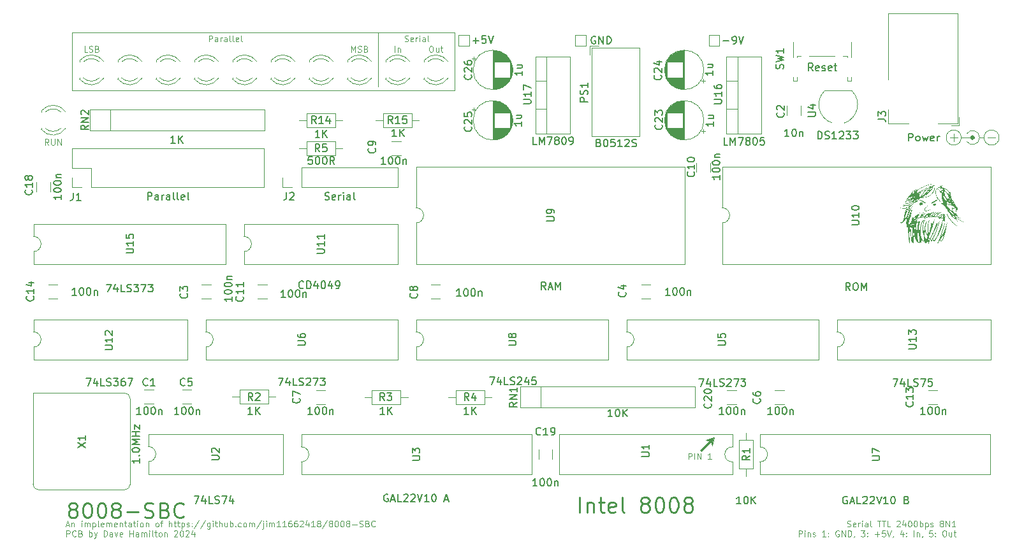
<source format=gbr>
%TF.GenerationSoftware,KiCad,Pcbnew,8.0.1*%
%TF.CreationDate,2024-07-07T17:16:32-04:00*%
%TF.ProjectId,8k8,386b382e-6b69-4636-9164-5f7063625858,rev?*%
%TF.SameCoordinates,Original*%
%TF.FileFunction,Legend,Top*%
%TF.FilePolarity,Positive*%
%FSLAX46Y46*%
G04 Gerber Fmt 4.6, Leading zero omitted, Abs format (unit mm)*
G04 Created by KiCad (PCBNEW 8.0.1) date 2024-07-07 17:16:32*
%MOMM*%
%LPD*%
G01*
G04 APERTURE LIST*
%ADD10C,0.100000*%
%ADD11C,0.250000*%
%ADD12C,0.350000*%
%ADD13C,0.150000*%
%ADD14C,0.120000*%
%ADD15C,0.000000*%
G04 APERTURE END LIST*
D10*
X130334211Y-89496895D02*
X130334211Y-88696895D01*
X130334211Y-88696895D02*
X130638973Y-88696895D01*
X130638973Y-88696895D02*
X130715163Y-88734990D01*
X130715163Y-88734990D02*
X130753258Y-88773085D01*
X130753258Y-88773085D02*
X130791354Y-88849276D01*
X130791354Y-88849276D02*
X130791354Y-88963561D01*
X130791354Y-88963561D02*
X130753258Y-89039752D01*
X130753258Y-89039752D02*
X130715163Y-89077847D01*
X130715163Y-89077847D02*
X130638973Y-89115942D01*
X130638973Y-89115942D02*
X130334211Y-89115942D01*
X131134211Y-89496895D02*
X131134211Y-88696895D01*
X131515163Y-89496895D02*
X131515163Y-88696895D01*
X131515163Y-88696895D02*
X131972306Y-89496895D01*
X131972306Y-89496895D02*
X131972306Y-88696895D01*
X133381829Y-89496895D02*
X132924686Y-89496895D01*
X133153258Y-89496895D02*
X133153258Y-88696895D01*
X133153258Y-88696895D02*
X133077067Y-88811180D01*
X133077067Y-88811180D02*
X133000877Y-88887371D01*
X133000877Y-88887371D02*
X132924686Y-88925466D01*
D11*
X48426377Y-96169380D02*
X48235901Y-96074142D01*
X48235901Y-96074142D02*
X48140663Y-95978904D01*
X48140663Y-95978904D02*
X48045425Y-95788428D01*
X48045425Y-95788428D02*
X48045425Y-95693190D01*
X48045425Y-95693190D02*
X48140663Y-95502714D01*
X48140663Y-95502714D02*
X48235901Y-95407476D01*
X48235901Y-95407476D02*
X48426377Y-95312238D01*
X48426377Y-95312238D02*
X48807330Y-95312238D01*
X48807330Y-95312238D02*
X48997806Y-95407476D01*
X48997806Y-95407476D02*
X49093044Y-95502714D01*
X49093044Y-95502714D02*
X49188282Y-95693190D01*
X49188282Y-95693190D02*
X49188282Y-95788428D01*
X49188282Y-95788428D02*
X49093044Y-95978904D01*
X49093044Y-95978904D02*
X48997806Y-96074142D01*
X48997806Y-96074142D02*
X48807330Y-96169380D01*
X48807330Y-96169380D02*
X48426377Y-96169380D01*
X48426377Y-96169380D02*
X48235901Y-96264619D01*
X48235901Y-96264619D02*
X48140663Y-96359857D01*
X48140663Y-96359857D02*
X48045425Y-96550333D01*
X48045425Y-96550333D02*
X48045425Y-96931285D01*
X48045425Y-96931285D02*
X48140663Y-97121761D01*
X48140663Y-97121761D02*
X48235901Y-97217000D01*
X48235901Y-97217000D02*
X48426377Y-97312238D01*
X48426377Y-97312238D02*
X48807330Y-97312238D01*
X48807330Y-97312238D02*
X48997806Y-97217000D01*
X48997806Y-97217000D02*
X49093044Y-97121761D01*
X49093044Y-97121761D02*
X49188282Y-96931285D01*
X49188282Y-96931285D02*
X49188282Y-96550333D01*
X49188282Y-96550333D02*
X49093044Y-96359857D01*
X49093044Y-96359857D02*
X48997806Y-96264619D01*
X48997806Y-96264619D02*
X48807330Y-96169380D01*
X50426377Y-95312238D02*
X50616854Y-95312238D01*
X50616854Y-95312238D02*
X50807330Y-95407476D01*
X50807330Y-95407476D02*
X50902568Y-95502714D01*
X50902568Y-95502714D02*
X50997806Y-95693190D01*
X50997806Y-95693190D02*
X51093044Y-96074142D01*
X51093044Y-96074142D02*
X51093044Y-96550333D01*
X51093044Y-96550333D02*
X50997806Y-96931285D01*
X50997806Y-96931285D02*
X50902568Y-97121761D01*
X50902568Y-97121761D02*
X50807330Y-97217000D01*
X50807330Y-97217000D02*
X50616854Y-97312238D01*
X50616854Y-97312238D02*
X50426377Y-97312238D01*
X50426377Y-97312238D02*
X50235901Y-97217000D01*
X50235901Y-97217000D02*
X50140663Y-97121761D01*
X50140663Y-97121761D02*
X50045425Y-96931285D01*
X50045425Y-96931285D02*
X49950187Y-96550333D01*
X49950187Y-96550333D02*
X49950187Y-96074142D01*
X49950187Y-96074142D02*
X50045425Y-95693190D01*
X50045425Y-95693190D02*
X50140663Y-95502714D01*
X50140663Y-95502714D02*
X50235901Y-95407476D01*
X50235901Y-95407476D02*
X50426377Y-95312238D01*
X52331139Y-95312238D02*
X52521616Y-95312238D01*
X52521616Y-95312238D02*
X52712092Y-95407476D01*
X52712092Y-95407476D02*
X52807330Y-95502714D01*
X52807330Y-95502714D02*
X52902568Y-95693190D01*
X52902568Y-95693190D02*
X52997806Y-96074142D01*
X52997806Y-96074142D02*
X52997806Y-96550333D01*
X52997806Y-96550333D02*
X52902568Y-96931285D01*
X52902568Y-96931285D02*
X52807330Y-97121761D01*
X52807330Y-97121761D02*
X52712092Y-97217000D01*
X52712092Y-97217000D02*
X52521616Y-97312238D01*
X52521616Y-97312238D02*
X52331139Y-97312238D01*
X52331139Y-97312238D02*
X52140663Y-97217000D01*
X52140663Y-97217000D02*
X52045425Y-97121761D01*
X52045425Y-97121761D02*
X51950187Y-96931285D01*
X51950187Y-96931285D02*
X51854949Y-96550333D01*
X51854949Y-96550333D02*
X51854949Y-96074142D01*
X51854949Y-96074142D02*
X51950187Y-95693190D01*
X51950187Y-95693190D02*
X52045425Y-95502714D01*
X52045425Y-95502714D02*
X52140663Y-95407476D01*
X52140663Y-95407476D02*
X52331139Y-95312238D01*
X54140663Y-96169380D02*
X53950187Y-96074142D01*
X53950187Y-96074142D02*
X53854949Y-95978904D01*
X53854949Y-95978904D02*
X53759711Y-95788428D01*
X53759711Y-95788428D02*
X53759711Y-95693190D01*
X53759711Y-95693190D02*
X53854949Y-95502714D01*
X53854949Y-95502714D02*
X53950187Y-95407476D01*
X53950187Y-95407476D02*
X54140663Y-95312238D01*
X54140663Y-95312238D02*
X54521616Y-95312238D01*
X54521616Y-95312238D02*
X54712092Y-95407476D01*
X54712092Y-95407476D02*
X54807330Y-95502714D01*
X54807330Y-95502714D02*
X54902568Y-95693190D01*
X54902568Y-95693190D02*
X54902568Y-95788428D01*
X54902568Y-95788428D02*
X54807330Y-95978904D01*
X54807330Y-95978904D02*
X54712092Y-96074142D01*
X54712092Y-96074142D02*
X54521616Y-96169380D01*
X54521616Y-96169380D02*
X54140663Y-96169380D01*
X54140663Y-96169380D02*
X53950187Y-96264619D01*
X53950187Y-96264619D02*
X53854949Y-96359857D01*
X53854949Y-96359857D02*
X53759711Y-96550333D01*
X53759711Y-96550333D02*
X53759711Y-96931285D01*
X53759711Y-96931285D02*
X53854949Y-97121761D01*
X53854949Y-97121761D02*
X53950187Y-97217000D01*
X53950187Y-97217000D02*
X54140663Y-97312238D01*
X54140663Y-97312238D02*
X54521616Y-97312238D01*
X54521616Y-97312238D02*
X54712092Y-97217000D01*
X54712092Y-97217000D02*
X54807330Y-97121761D01*
X54807330Y-97121761D02*
X54902568Y-96931285D01*
X54902568Y-96931285D02*
X54902568Y-96550333D01*
X54902568Y-96550333D02*
X54807330Y-96359857D01*
X54807330Y-96359857D02*
X54712092Y-96264619D01*
X54712092Y-96264619D02*
X54521616Y-96169380D01*
X55759711Y-96550333D02*
X57283521Y-96550333D01*
X58140663Y-97217000D02*
X58426377Y-97312238D01*
X58426377Y-97312238D02*
X58902568Y-97312238D01*
X58902568Y-97312238D02*
X59093044Y-97217000D01*
X59093044Y-97217000D02*
X59188282Y-97121761D01*
X59188282Y-97121761D02*
X59283520Y-96931285D01*
X59283520Y-96931285D02*
X59283520Y-96740809D01*
X59283520Y-96740809D02*
X59188282Y-96550333D01*
X59188282Y-96550333D02*
X59093044Y-96455095D01*
X59093044Y-96455095D02*
X58902568Y-96359857D01*
X58902568Y-96359857D02*
X58521615Y-96264619D01*
X58521615Y-96264619D02*
X58331139Y-96169380D01*
X58331139Y-96169380D02*
X58235901Y-96074142D01*
X58235901Y-96074142D02*
X58140663Y-95883666D01*
X58140663Y-95883666D02*
X58140663Y-95693190D01*
X58140663Y-95693190D02*
X58235901Y-95502714D01*
X58235901Y-95502714D02*
X58331139Y-95407476D01*
X58331139Y-95407476D02*
X58521615Y-95312238D01*
X58521615Y-95312238D02*
X58997806Y-95312238D01*
X58997806Y-95312238D02*
X59283520Y-95407476D01*
X60807330Y-96264619D02*
X61093044Y-96359857D01*
X61093044Y-96359857D02*
X61188282Y-96455095D01*
X61188282Y-96455095D02*
X61283520Y-96645571D01*
X61283520Y-96645571D02*
X61283520Y-96931285D01*
X61283520Y-96931285D02*
X61188282Y-97121761D01*
X61188282Y-97121761D02*
X61093044Y-97217000D01*
X61093044Y-97217000D02*
X60902568Y-97312238D01*
X60902568Y-97312238D02*
X60140663Y-97312238D01*
X60140663Y-97312238D02*
X60140663Y-95312238D01*
X60140663Y-95312238D02*
X60807330Y-95312238D01*
X60807330Y-95312238D02*
X60997806Y-95407476D01*
X60997806Y-95407476D02*
X61093044Y-95502714D01*
X61093044Y-95502714D02*
X61188282Y-95693190D01*
X61188282Y-95693190D02*
X61188282Y-95883666D01*
X61188282Y-95883666D02*
X61093044Y-96074142D01*
X61093044Y-96074142D02*
X60997806Y-96169380D01*
X60997806Y-96169380D02*
X60807330Y-96264619D01*
X60807330Y-96264619D02*
X60140663Y-96264619D01*
X63283520Y-97121761D02*
X63188282Y-97217000D01*
X63188282Y-97217000D02*
X62902568Y-97312238D01*
X62902568Y-97312238D02*
X62712092Y-97312238D01*
X62712092Y-97312238D02*
X62426377Y-97217000D01*
X62426377Y-97217000D02*
X62235901Y-97026523D01*
X62235901Y-97026523D02*
X62140663Y-96836047D01*
X62140663Y-96836047D02*
X62045425Y-96455095D01*
X62045425Y-96455095D02*
X62045425Y-96169380D01*
X62045425Y-96169380D02*
X62140663Y-95788428D01*
X62140663Y-95788428D02*
X62235901Y-95597952D01*
X62235901Y-95597952D02*
X62426377Y-95407476D01*
X62426377Y-95407476D02*
X62712092Y-95312238D01*
X62712092Y-95312238D02*
X62902568Y-95312238D01*
X62902568Y-95312238D02*
X63188282Y-95407476D01*
X63188282Y-95407476D02*
X63283520Y-95502714D01*
D10*
X165564589Y-47240000D02*
X165564589Y-46740000D01*
X165564589Y-46740000D02*
X165064589Y-46740000D01*
X169087853Y-46740000D02*
X169587853Y-46740000D01*
X99310000Y-32800000D02*
X48510000Y-32800000D01*
D12*
X168240038Y-46740000D02*
G75*
G02*
X167890038Y-46740000I-175000J0D01*
G01*
X167890038Y-46740000D02*
G75*
G02*
X168240038Y-46740000I175000J0D01*
G01*
D10*
X133490919Y-87743468D02*
X133300000Y-87241422D01*
X132083777Y-88471788D01*
X131928213Y-88316224D01*
X133144437Y-87100000D01*
X132649462Y-86944437D01*
X133780833Y-86605026D01*
X133490919Y-87743468D01*
G36*
X133490919Y-87743468D02*
G01*
X133300000Y-87241422D01*
X132083777Y-88471788D01*
X131928213Y-88316224D01*
X133144437Y-87100000D01*
X132649462Y-86944437D01*
X133780833Y-86605026D01*
X133490919Y-87743468D01*
G37*
X165564589Y-46740000D02*
X166064589Y-46740000D01*
X166565039Y-46740000D02*
G75*
G02*
X164564139Y-46740000I-1000450J0D01*
G01*
X164564139Y-46740000D02*
G75*
G02*
X166565039Y-46740000I1000450J0D01*
G01*
X170588302Y-46740000D02*
X170088302Y-46740000D01*
X48510000Y-32800000D02*
X48510000Y-40500000D01*
X89150000Y-32800000D02*
X89150000Y-40000000D01*
X167765038Y-46740000D02*
X166565038Y-46740000D01*
X99310000Y-32800000D02*
X99310000Y-40500000D01*
X167273221Y-46242811D02*
G75*
G02*
X167268752Y-47230000I791779J-497189D01*
G01*
X170588302Y-46740000D02*
X171088302Y-46740000D01*
X171588752Y-46740000D02*
G75*
G02*
X169587852Y-46740000I-1000450J0D01*
G01*
X169587852Y-46740000D02*
G75*
G02*
X171588752Y-46740000I1000450J0D01*
G01*
X165564589Y-46740000D02*
X165564589Y-46240000D01*
X99310000Y-40500000D02*
X48510000Y-40500000D01*
X91333095Y-35364895D02*
X91333095Y-34564895D01*
X91714047Y-34831561D02*
X91714047Y-35364895D01*
X91714047Y-34907752D02*
X91752142Y-34869657D01*
X91752142Y-34869657D02*
X91828332Y-34831561D01*
X91828332Y-34831561D02*
X91942618Y-34831561D01*
X91942618Y-34831561D02*
X92018809Y-34869657D01*
X92018809Y-34869657D02*
X92056904Y-34945847D01*
X92056904Y-34945847D02*
X92056904Y-35364895D01*
X151419921Y-98458845D02*
X151534207Y-98496940D01*
X151534207Y-98496940D02*
X151724683Y-98496940D01*
X151724683Y-98496940D02*
X151800874Y-98458845D01*
X151800874Y-98458845D02*
X151838969Y-98420749D01*
X151838969Y-98420749D02*
X151877064Y-98344559D01*
X151877064Y-98344559D02*
X151877064Y-98268368D01*
X151877064Y-98268368D02*
X151838969Y-98192178D01*
X151838969Y-98192178D02*
X151800874Y-98154083D01*
X151800874Y-98154083D02*
X151724683Y-98115987D01*
X151724683Y-98115987D02*
X151572302Y-98077892D01*
X151572302Y-98077892D02*
X151496112Y-98039797D01*
X151496112Y-98039797D02*
X151458017Y-98001702D01*
X151458017Y-98001702D02*
X151419921Y-97925511D01*
X151419921Y-97925511D02*
X151419921Y-97849321D01*
X151419921Y-97849321D02*
X151458017Y-97773130D01*
X151458017Y-97773130D02*
X151496112Y-97735035D01*
X151496112Y-97735035D02*
X151572302Y-97696940D01*
X151572302Y-97696940D02*
X151762779Y-97696940D01*
X151762779Y-97696940D02*
X151877064Y-97735035D01*
X152524684Y-98458845D02*
X152448493Y-98496940D01*
X152448493Y-98496940D02*
X152296112Y-98496940D01*
X152296112Y-98496940D02*
X152219922Y-98458845D01*
X152219922Y-98458845D02*
X152181826Y-98382654D01*
X152181826Y-98382654D02*
X152181826Y-98077892D01*
X152181826Y-98077892D02*
X152219922Y-98001702D01*
X152219922Y-98001702D02*
X152296112Y-97963606D01*
X152296112Y-97963606D02*
X152448493Y-97963606D01*
X152448493Y-97963606D02*
X152524684Y-98001702D01*
X152524684Y-98001702D02*
X152562779Y-98077892D01*
X152562779Y-98077892D02*
X152562779Y-98154083D01*
X152562779Y-98154083D02*
X152181826Y-98230273D01*
X152905636Y-98496940D02*
X152905636Y-97963606D01*
X152905636Y-98115987D02*
X152943731Y-98039797D01*
X152943731Y-98039797D02*
X152981826Y-98001702D01*
X152981826Y-98001702D02*
X153058017Y-97963606D01*
X153058017Y-97963606D02*
X153134207Y-97963606D01*
X153400874Y-98496940D02*
X153400874Y-97963606D01*
X153400874Y-97696940D02*
X153362778Y-97735035D01*
X153362778Y-97735035D02*
X153400874Y-97773130D01*
X153400874Y-97773130D02*
X153438969Y-97735035D01*
X153438969Y-97735035D02*
X153400874Y-97696940D01*
X153400874Y-97696940D02*
X153400874Y-97773130D01*
X154124683Y-98496940D02*
X154124683Y-98077892D01*
X154124683Y-98077892D02*
X154086588Y-98001702D01*
X154086588Y-98001702D02*
X154010397Y-97963606D01*
X154010397Y-97963606D02*
X153858016Y-97963606D01*
X153858016Y-97963606D02*
X153781826Y-98001702D01*
X154124683Y-98458845D02*
X154048492Y-98496940D01*
X154048492Y-98496940D02*
X153858016Y-98496940D01*
X153858016Y-98496940D02*
X153781826Y-98458845D01*
X153781826Y-98458845D02*
X153743730Y-98382654D01*
X153743730Y-98382654D02*
X153743730Y-98306464D01*
X153743730Y-98306464D02*
X153781826Y-98230273D01*
X153781826Y-98230273D02*
X153858016Y-98192178D01*
X153858016Y-98192178D02*
X154048492Y-98192178D01*
X154048492Y-98192178D02*
X154124683Y-98154083D01*
X154619921Y-98496940D02*
X154543731Y-98458845D01*
X154543731Y-98458845D02*
X154505636Y-98382654D01*
X154505636Y-98382654D02*
X154505636Y-97696940D01*
X155419922Y-97696940D02*
X155877065Y-97696940D01*
X155648493Y-98496940D02*
X155648493Y-97696940D01*
X156029446Y-97696940D02*
X156486589Y-97696940D01*
X156258017Y-98496940D02*
X156258017Y-97696940D01*
X157134208Y-98496940D02*
X156753256Y-98496940D01*
X156753256Y-98496940D02*
X156753256Y-97696940D01*
X157972303Y-97773130D02*
X158010399Y-97735035D01*
X158010399Y-97735035D02*
X158086589Y-97696940D01*
X158086589Y-97696940D02*
X158277065Y-97696940D01*
X158277065Y-97696940D02*
X158353256Y-97735035D01*
X158353256Y-97735035D02*
X158391351Y-97773130D01*
X158391351Y-97773130D02*
X158429446Y-97849321D01*
X158429446Y-97849321D02*
X158429446Y-97925511D01*
X158429446Y-97925511D02*
X158391351Y-98039797D01*
X158391351Y-98039797D02*
X157934208Y-98496940D01*
X157934208Y-98496940D02*
X158429446Y-98496940D01*
X159115161Y-97963606D02*
X159115161Y-98496940D01*
X158924685Y-97658845D02*
X158734208Y-98230273D01*
X158734208Y-98230273D02*
X159229447Y-98230273D01*
X159686590Y-97696940D02*
X159762780Y-97696940D01*
X159762780Y-97696940D02*
X159838971Y-97735035D01*
X159838971Y-97735035D02*
X159877066Y-97773130D01*
X159877066Y-97773130D02*
X159915161Y-97849321D01*
X159915161Y-97849321D02*
X159953256Y-98001702D01*
X159953256Y-98001702D02*
X159953256Y-98192178D01*
X159953256Y-98192178D02*
X159915161Y-98344559D01*
X159915161Y-98344559D02*
X159877066Y-98420749D01*
X159877066Y-98420749D02*
X159838971Y-98458845D01*
X159838971Y-98458845D02*
X159762780Y-98496940D01*
X159762780Y-98496940D02*
X159686590Y-98496940D01*
X159686590Y-98496940D02*
X159610399Y-98458845D01*
X159610399Y-98458845D02*
X159572304Y-98420749D01*
X159572304Y-98420749D02*
X159534209Y-98344559D01*
X159534209Y-98344559D02*
X159496113Y-98192178D01*
X159496113Y-98192178D02*
X159496113Y-98001702D01*
X159496113Y-98001702D02*
X159534209Y-97849321D01*
X159534209Y-97849321D02*
X159572304Y-97773130D01*
X159572304Y-97773130D02*
X159610399Y-97735035D01*
X159610399Y-97735035D02*
X159686590Y-97696940D01*
X160448495Y-97696940D02*
X160524685Y-97696940D01*
X160524685Y-97696940D02*
X160600876Y-97735035D01*
X160600876Y-97735035D02*
X160638971Y-97773130D01*
X160638971Y-97773130D02*
X160677066Y-97849321D01*
X160677066Y-97849321D02*
X160715161Y-98001702D01*
X160715161Y-98001702D02*
X160715161Y-98192178D01*
X160715161Y-98192178D02*
X160677066Y-98344559D01*
X160677066Y-98344559D02*
X160638971Y-98420749D01*
X160638971Y-98420749D02*
X160600876Y-98458845D01*
X160600876Y-98458845D02*
X160524685Y-98496940D01*
X160524685Y-98496940D02*
X160448495Y-98496940D01*
X160448495Y-98496940D02*
X160372304Y-98458845D01*
X160372304Y-98458845D02*
X160334209Y-98420749D01*
X160334209Y-98420749D02*
X160296114Y-98344559D01*
X160296114Y-98344559D02*
X160258018Y-98192178D01*
X160258018Y-98192178D02*
X160258018Y-98001702D01*
X160258018Y-98001702D02*
X160296114Y-97849321D01*
X160296114Y-97849321D02*
X160334209Y-97773130D01*
X160334209Y-97773130D02*
X160372304Y-97735035D01*
X160372304Y-97735035D02*
X160448495Y-97696940D01*
X161058019Y-98496940D02*
X161058019Y-97696940D01*
X161058019Y-98001702D02*
X161134209Y-97963606D01*
X161134209Y-97963606D02*
X161286590Y-97963606D01*
X161286590Y-97963606D02*
X161362781Y-98001702D01*
X161362781Y-98001702D02*
X161400876Y-98039797D01*
X161400876Y-98039797D02*
X161438971Y-98115987D01*
X161438971Y-98115987D02*
X161438971Y-98344559D01*
X161438971Y-98344559D02*
X161400876Y-98420749D01*
X161400876Y-98420749D02*
X161362781Y-98458845D01*
X161362781Y-98458845D02*
X161286590Y-98496940D01*
X161286590Y-98496940D02*
X161134209Y-98496940D01*
X161134209Y-98496940D02*
X161058019Y-98458845D01*
X161781829Y-97963606D02*
X161781829Y-98763606D01*
X161781829Y-98001702D02*
X161858019Y-97963606D01*
X161858019Y-97963606D02*
X162010400Y-97963606D01*
X162010400Y-97963606D02*
X162086591Y-98001702D01*
X162086591Y-98001702D02*
X162124686Y-98039797D01*
X162124686Y-98039797D02*
X162162781Y-98115987D01*
X162162781Y-98115987D02*
X162162781Y-98344559D01*
X162162781Y-98344559D02*
X162124686Y-98420749D01*
X162124686Y-98420749D02*
X162086591Y-98458845D01*
X162086591Y-98458845D02*
X162010400Y-98496940D01*
X162010400Y-98496940D02*
X161858019Y-98496940D01*
X161858019Y-98496940D02*
X161781829Y-98458845D01*
X162467543Y-98458845D02*
X162543734Y-98496940D01*
X162543734Y-98496940D02*
X162696115Y-98496940D01*
X162696115Y-98496940D02*
X162772305Y-98458845D01*
X162772305Y-98458845D02*
X162810401Y-98382654D01*
X162810401Y-98382654D02*
X162810401Y-98344559D01*
X162810401Y-98344559D02*
X162772305Y-98268368D01*
X162772305Y-98268368D02*
X162696115Y-98230273D01*
X162696115Y-98230273D02*
X162581829Y-98230273D01*
X162581829Y-98230273D02*
X162505639Y-98192178D01*
X162505639Y-98192178D02*
X162467543Y-98115987D01*
X162467543Y-98115987D02*
X162467543Y-98077892D01*
X162467543Y-98077892D02*
X162505639Y-98001702D01*
X162505639Y-98001702D02*
X162581829Y-97963606D01*
X162581829Y-97963606D02*
X162696115Y-97963606D01*
X162696115Y-97963606D02*
X162772305Y-98001702D01*
X163877067Y-98039797D02*
X163800877Y-98001702D01*
X163800877Y-98001702D02*
X163762782Y-97963606D01*
X163762782Y-97963606D02*
X163724686Y-97887416D01*
X163724686Y-97887416D02*
X163724686Y-97849321D01*
X163724686Y-97849321D02*
X163762782Y-97773130D01*
X163762782Y-97773130D02*
X163800877Y-97735035D01*
X163800877Y-97735035D02*
X163877067Y-97696940D01*
X163877067Y-97696940D02*
X164029448Y-97696940D01*
X164029448Y-97696940D02*
X164105639Y-97735035D01*
X164105639Y-97735035D02*
X164143734Y-97773130D01*
X164143734Y-97773130D02*
X164181829Y-97849321D01*
X164181829Y-97849321D02*
X164181829Y-97887416D01*
X164181829Y-97887416D02*
X164143734Y-97963606D01*
X164143734Y-97963606D02*
X164105639Y-98001702D01*
X164105639Y-98001702D02*
X164029448Y-98039797D01*
X164029448Y-98039797D02*
X163877067Y-98039797D01*
X163877067Y-98039797D02*
X163800877Y-98077892D01*
X163800877Y-98077892D02*
X163762782Y-98115987D01*
X163762782Y-98115987D02*
X163724686Y-98192178D01*
X163724686Y-98192178D02*
X163724686Y-98344559D01*
X163724686Y-98344559D02*
X163762782Y-98420749D01*
X163762782Y-98420749D02*
X163800877Y-98458845D01*
X163800877Y-98458845D02*
X163877067Y-98496940D01*
X163877067Y-98496940D02*
X164029448Y-98496940D01*
X164029448Y-98496940D02*
X164105639Y-98458845D01*
X164105639Y-98458845D02*
X164143734Y-98420749D01*
X164143734Y-98420749D02*
X164181829Y-98344559D01*
X164181829Y-98344559D02*
X164181829Y-98192178D01*
X164181829Y-98192178D02*
X164143734Y-98115987D01*
X164143734Y-98115987D02*
X164105639Y-98077892D01*
X164105639Y-98077892D02*
X164029448Y-98039797D01*
X164524687Y-98496940D02*
X164524687Y-97696940D01*
X164524687Y-97696940D02*
X164981830Y-98496940D01*
X164981830Y-98496940D02*
X164981830Y-97696940D01*
X165781829Y-98496940D02*
X165324686Y-98496940D01*
X165553258Y-98496940D02*
X165553258Y-97696940D01*
X165553258Y-97696940D02*
X165477067Y-97811225D01*
X165477067Y-97811225D02*
X165400877Y-97887416D01*
X165400877Y-97887416D02*
X165324686Y-97925511D01*
X144981830Y-99784895D02*
X144981830Y-98984895D01*
X144981830Y-98984895D02*
X145286592Y-98984895D01*
X145286592Y-98984895D02*
X145362782Y-99022990D01*
X145362782Y-99022990D02*
X145400877Y-99061085D01*
X145400877Y-99061085D02*
X145438973Y-99137276D01*
X145438973Y-99137276D02*
X145438973Y-99251561D01*
X145438973Y-99251561D02*
X145400877Y-99327752D01*
X145400877Y-99327752D02*
X145362782Y-99365847D01*
X145362782Y-99365847D02*
X145286592Y-99403942D01*
X145286592Y-99403942D02*
X144981830Y-99403942D01*
X145781830Y-99784895D02*
X145781830Y-99251561D01*
X145781830Y-98984895D02*
X145743734Y-99022990D01*
X145743734Y-99022990D02*
X145781830Y-99061085D01*
X145781830Y-99061085D02*
X145819925Y-99022990D01*
X145819925Y-99022990D02*
X145781830Y-98984895D01*
X145781830Y-98984895D02*
X145781830Y-99061085D01*
X146162782Y-99251561D02*
X146162782Y-99784895D01*
X146162782Y-99327752D02*
X146200877Y-99289657D01*
X146200877Y-99289657D02*
X146277067Y-99251561D01*
X146277067Y-99251561D02*
X146391353Y-99251561D01*
X146391353Y-99251561D02*
X146467544Y-99289657D01*
X146467544Y-99289657D02*
X146505639Y-99365847D01*
X146505639Y-99365847D02*
X146505639Y-99784895D01*
X146848496Y-99746800D02*
X146924687Y-99784895D01*
X146924687Y-99784895D02*
X147077068Y-99784895D01*
X147077068Y-99784895D02*
X147153258Y-99746800D01*
X147153258Y-99746800D02*
X147191354Y-99670609D01*
X147191354Y-99670609D02*
X147191354Y-99632514D01*
X147191354Y-99632514D02*
X147153258Y-99556323D01*
X147153258Y-99556323D02*
X147077068Y-99518228D01*
X147077068Y-99518228D02*
X146962782Y-99518228D01*
X146962782Y-99518228D02*
X146886592Y-99480133D01*
X146886592Y-99480133D02*
X146848496Y-99403942D01*
X146848496Y-99403942D02*
X146848496Y-99365847D01*
X146848496Y-99365847D02*
X146886592Y-99289657D01*
X146886592Y-99289657D02*
X146962782Y-99251561D01*
X146962782Y-99251561D02*
X147077068Y-99251561D01*
X147077068Y-99251561D02*
X147153258Y-99289657D01*
X148562782Y-99784895D02*
X148105639Y-99784895D01*
X148334211Y-99784895D02*
X148334211Y-98984895D01*
X148334211Y-98984895D02*
X148258020Y-99099180D01*
X148258020Y-99099180D02*
X148181830Y-99175371D01*
X148181830Y-99175371D02*
X148105639Y-99213466D01*
X148905640Y-99708704D02*
X148943735Y-99746800D01*
X148943735Y-99746800D02*
X148905640Y-99784895D01*
X148905640Y-99784895D02*
X148867544Y-99746800D01*
X148867544Y-99746800D02*
X148905640Y-99708704D01*
X148905640Y-99708704D02*
X148905640Y-99784895D01*
X148905640Y-99289657D02*
X148943735Y-99327752D01*
X148943735Y-99327752D02*
X148905640Y-99365847D01*
X148905640Y-99365847D02*
X148867544Y-99327752D01*
X148867544Y-99327752D02*
X148905640Y-99289657D01*
X148905640Y-99289657D02*
X148905640Y-99365847D01*
X150315163Y-99022990D02*
X150238973Y-98984895D01*
X150238973Y-98984895D02*
X150124687Y-98984895D01*
X150124687Y-98984895D02*
X150010401Y-99022990D01*
X150010401Y-99022990D02*
X149934211Y-99099180D01*
X149934211Y-99099180D02*
X149896116Y-99175371D01*
X149896116Y-99175371D02*
X149858020Y-99327752D01*
X149858020Y-99327752D02*
X149858020Y-99442038D01*
X149858020Y-99442038D02*
X149896116Y-99594419D01*
X149896116Y-99594419D02*
X149934211Y-99670609D01*
X149934211Y-99670609D02*
X150010401Y-99746800D01*
X150010401Y-99746800D02*
X150124687Y-99784895D01*
X150124687Y-99784895D02*
X150200878Y-99784895D01*
X150200878Y-99784895D02*
X150315163Y-99746800D01*
X150315163Y-99746800D02*
X150353259Y-99708704D01*
X150353259Y-99708704D02*
X150353259Y-99442038D01*
X150353259Y-99442038D02*
X150200878Y-99442038D01*
X150696116Y-99784895D02*
X150696116Y-98984895D01*
X150696116Y-98984895D02*
X151153259Y-99784895D01*
X151153259Y-99784895D02*
X151153259Y-98984895D01*
X151534211Y-99784895D02*
X151534211Y-98984895D01*
X151534211Y-98984895D02*
X151724687Y-98984895D01*
X151724687Y-98984895D02*
X151838973Y-99022990D01*
X151838973Y-99022990D02*
X151915163Y-99099180D01*
X151915163Y-99099180D02*
X151953258Y-99175371D01*
X151953258Y-99175371D02*
X151991354Y-99327752D01*
X151991354Y-99327752D02*
X151991354Y-99442038D01*
X151991354Y-99442038D02*
X151953258Y-99594419D01*
X151953258Y-99594419D02*
X151915163Y-99670609D01*
X151915163Y-99670609D02*
X151838973Y-99746800D01*
X151838973Y-99746800D02*
X151724687Y-99784895D01*
X151724687Y-99784895D02*
X151534211Y-99784895D01*
X152372306Y-99746800D02*
X152372306Y-99784895D01*
X152372306Y-99784895D02*
X152334211Y-99861085D01*
X152334211Y-99861085D02*
X152296115Y-99899180D01*
X153248496Y-98984895D02*
X153743734Y-98984895D01*
X153743734Y-98984895D02*
X153477068Y-99289657D01*
X153477068Y-99289657D02*
X153591353Y-99289657D01*
X153591353Y-99289657D02*
X153667544Y-99327752D01*
X153667544Y-99327752D02*
X153705639Y-99365847D01*
X153705639Y-99365847D02*
X153743734Y-99442038D01*
X153743734Y-99442038D02*
X153743734Y-99632514D01*
X153743734Y-99632514D02*
X153705639Y-99708704D01*
X153705639Y-99708704D02*
X153667544Y-99746800D01*
X153667544Y-99746800D02*
X153591353Y-99784895D01*
X153591353Y-99784895D02*
X153362782Y-99784895D01*
X153362782Y-99784895D02*
X153286591Y-99746800D01*
X153286591Y-99746800D02*
X153248496Y-99708704D01*
X154086592Y-99708704D02*
X154124687Y-99746800D01*
X154124687Y-99746800D02*
X154086592Y-99784895D01*
X154086592Y-99784895D02*
X154048496Y-99746800D01*
X154048496Y-99746800D02*
X154086592Y-99708704D01*
X154086592Y-99708704D02*
X154086592Y-99784895D01*
X154086592Y-99289657D02*
X154124687Y-99327752D01*
X154124687Y-99327752D02*
X154086592Y-99365847D01*
X154086592Y-99365847D02*
X154048496Y-99327752D01*
X154048496Y-99327752D02*
X154086592Y-99289657D01*
X154086592Y-99289657D02*
X154086592Y-99365847D01*
X155077068Y-99480133D02*
X155686592Y-99480133D01*
X155381830Y-99784895D02*
X155381830Y-99175371D01*
X156448496Y-98984895D02*
X156067544Y-98984895D01*
X156067544Y-98984895D02*
X156029448Y-99365847D01*
X156029448Y-99365847D02*
X156067544Y-99327752D01*
X156067544Y-99327752D02*
X156143734Y-99289657D01*
X156143734Y-99289657D02*
X156334210Y-99289657D01*
X156334210Y-99289657D02*
X156410401Y-99327752D01*
X156410401Y-99327752D02*
X156448496Y-99365847D01*
X156448496Y-99365847D02*
X156486591Y-99442038D01*
X156486591Y-99442038D02*
X156486591Y-99632514D01*
X156486591Y-99632514D02*
X156448496Y-99708704D01*
X156448496Y-99708704D02*
X156410401Y-99746800D01*
X156410401Y-99746800D02*
X156334210Y-99784895D01*
X156334210Y-99784895D02*
X156143734Y-99784895D01*
X156143734Y-99784895D02*
X156067544Y-99746800D01*
X156067544Y-99746800D02*
X156029448Y-99708704D01*
X156715163Y-98984895D02*
X156981830Y-99784895D01*
X156981830Y-99784895D02*
X157248496Y-98984895D01*
X157553258Y-99746800D02*
X157553258Y-99784895D01*
X157553258Y-99784895D02*
X157515163Y-99861085D01*
X157515163Y-99861085D02*
X157477067Y-99899180D01*
X158848496Y-99251561D02*
X158848496Y-99784895D01*
X158658020Y-98946800D02*
X158467543Y-99518228D01*
X158467543Y-99518228D02*
X158962782Y-99518228D01*
X159267544Y-99708704D02*
X159305639Y-99746800D01*
X159305639Y-99746800D02*
X159267544Y-99784895D01*
X159267544Y-99784895D02*
X159229448Y-99746800D01*
X159229448Y-99746800D02*
X159267544Y-99708704D01*
X159267544Y-99708704D02*
X159267544Y-99784895D01*
X159267544Y-99289657D02*
X159305639Y-99327752D01*
X159305639Y-99327752D02*
X159267544Y-99365847D01*
X159267544Y-99365847D02*
X159229448Y-99327752D01*
X159229448Y-99327752D02*
X159267544Y-99289657D01*
X159267544Y-99289657D02*
X159267544Y-99365847D01*
X160258020Y-99784895D02*
X160258020Y-98984895D01*
X160638972Y-99251561D02*
X160638972Y-99784895D01*
X160638972Y-99327752D02*
X160677067Y-99289657D01*
X160677067Y-99289657D02*
X160753257Y-99251561D01*
X160753257Y-99251561D02*
X160867543Y-99251561D01*
X160867543Y-99251561D02*
X160943734Y-99289657D01*
X160943734Y-99289657D02*
X160981829Y-99365847D01*
X160981829Y-99365847D02*
X160981829Y-99784895D01*
X161400877Y-99746800D02*
X161400877Y-99784895D01*
X161400877Y-99784895D02*
X161362782Y-99861085D01*
X161362782Y-99861085D02*
X161324686Y-99899180D01*
X162734210Y-98984895D02*
X162353258Y-98984895D01*
X162353258Y-98984895D02*
X162315162Y-99365847D01*
X162315162Y-99365847D02*
X162353258Y-99327752D01*
X162353258Y-99327752D02*
X162429448Y-99289657D01*
X162429448Y-99289657D02*
X162619924Y-99289657D01*
X162619924Y-99289657D02*
X162696115Y-99327752D01*
X162696115Y-99327752D02*
X162734210Y-99365847D01*
X162734210Y-99365847D02*
X162772305Y-99442038D01*
X162772305Y-99442038D02*
X162772305Y-99632514D01*
X162772305Y-99632514D02*
X162734210Y-99708704D01*
X162734210Y-99708704D02*
X162696115Y-99746800D01*
X162696115Y-99746800D02*
X162619924Y-99784895D01*
X162619924Y-99784895D02*
X162429448Y-99784895D01*
X162429448Y-99784895D02*
X162353258Y-99746800D01*
X162353258Y-99746800D02*
X162315162Y-99708704D01*
X163115163Y-99708704D02*
X163153258Y-99746800D01*
X163153258Y-99746800D02*
X163115163Y-99784895D01*
X163115163Y-99784895D02*
X163077067Y-99746800D01*
X163077067Y-99746800D02*
X163115163Y-99708704D01*
X163115163Y-99708704D02*
X163115163Y-99784895D01*
X163115163Y-99289657D02*
X163153258Y-99327752D01*
X163153258Y-99327752D02*
X163115163Y-99365847D01*
X163115163Y-99365847D02*
X163077067Y-99327752D01*
X163077067Y-99327752D02*
X163115163Y-99289657D01*
X163115163Y-99289657D02*
X163115163Y-99365847D01*
X164258020Y-98984895D02*
X164410401Y-98984895D01*
X164410401Y-98984895D02*
X164486591Y-99022990D01*
X164486591Y-99022990D02*
X164562782Y-99099180D01*
X164562782Y-99099180D02*
X164600877Y-99251561D01*
X164600877Y-99251561D02*
X164600877Y-99518228D01*
X164600877Y-99518228D02*
X164562782Y-99670609D01*
X164562782Y-99670609D02*
X164486591Y-99746800D01*
X164486591Y-99746800D02*
X164410401Y-99784895D01*
X164410401Y-99784895D02*
X164258020Y-99784895D01*
X164258020Y-99784895D02*
X164181829Y-99746800D01*
X164181829Y-99746800D02*
X164105639Y-99670609D01*
X164105639Y-99670609D02*
X164067543Y-99518228D01*
X164067543Y-99518228D02*
X164067543Y-99251561D01*
X164067543Y-99251561D02*
X164105639Y-99099180D01*
X164105639Y-99099180D02*
X164181829Y-99022990D01*
X164181829Y-99022990D02*
X164258020Y-98984895D01*
X165286591Y-99251561D02*
X165286591Y-99784895D01*
X164943734Y-99251561D02*
X164943734Y-99670609D01*
X164943734Y-99670609D02*
X164981829Y-99746800D01*
X164981829Y-99746800D02*
X165058019Y-99784895D01*
X165058019Y-99784895D02*
X165172305Y-99784895D01*
X165172305Y-99784895D02*
X165248496Y-99746800D01*
X165248496Y-99746800D02*
X165286591Y-99708704D01*
X165553258Y-99251561D02*
X165858020Y-99251561D01*
X165667544Y-98984895D02*
X165667544Y-99670609D01*
X165667544Y-99670609D02*
X165705639Y-99746800D01*
X165705639Y-99746800D02*
X165781829Y-99784895D01*
X165781829Y-99784895D02*
X165858020Y-99784895D01*
X47718169Y-98268368D02*
X48099122Y-98268368D01*
X47641979Y-98496940D02*
X47908646Y-97696940D01*
X47908646Y-97696940D02*
X48175312Y-98496940D01*
X48441979Y-97963606D02*
X48441979Y-98496940D01*
X48441979Y-98039797D02*
X48480074Y-98001702D01*
X48480074Y-98001702D02*
X48556264Y-97963606D01*
X48556264Y-97963606D02*
X48670550Y-97963606D01*
X48670550Y-97963606D02*
X48746741Y-98001702D01*
X48746741Y-98001702D02*
X48784836Y-98077892D01*
X48784836Y-98077892D02*
X48784836Y-98496940D01*
X49775313Y-98496940D02*
X49775313Y-97963606D01*
X49775313Y-97696940D02*
X49737217Y-97735035D01*
X49737217Y-97735035D02*
X49775313Y-97773130D01*
X49775313Y-97773130D02*
X49813408Y-97735035D01*
X49813408Y-97735035D02*
X49775313Y-97696940D01*
X49775313Y-97696940D02*
X49775313Y-97773130D01*
X50156265Y-98496940D02*
X50156265Y-97963606D01*
X50156265Y-98039797D02*
X50194360Y-98001702D01*
X50194360Y-98001702D02*
X50270550Y-97963606D01*
X50270550Y-97963606D02*
X50384836Y-97963606D01*
X50384836Y-97963606D02*
X50461027Y-98001702D01*
X50461027Y-98001702D02*
X50499122Y-98077892D01*
X50499122Y-98077892D02*
X50499122Y-98496940D01*
X50499122Y-98077892D02*
X50537217Y-98001702D01*
X50537217Y-98001702D02*
X50613408Y-97963606D01*
X50613408Y-97963606D02*
X50727693Y-97963606D01*
X50727693Y-97963606D02*
X50803884Y-98001702D01*
X50803884Y-98001702D02*
X50841979Y-98077892D01*
X50841979Y-98077892D02*
X50841979Y-98496940D01*
X51222932Y-97963606D02*
X51222932Y-98763606D01*
X51222932Y-98001702D02*
X51299122Y-97963606D01*
X51299122Y-97963606D02*
X51451503Y-97963606D01*
X51451503Y-97963606D02*
X51527694Y-98001702D01*
X51527694Y-98001702D02*
X51565789Y-98039797D01*
X51565789Y-98039797D02*
X51603884Y-98115987D01*
X51603884Y-98115987D02*
X51603884Y-98344559D01*
X51603884Y-98344559D02*
X51565789Y-98420749D01*
X51565789Y-98420749D02*
X51527694Y-98458845D01*
X51527694Y-98458845D02*
X51451503Y-98496940D01*
X51451503Y-98496940D02*
X51299122Y-98496940D01*
X51299122Y-98496940D02*
X51222932Y-98458845D01*
X52061027Y-98496940D02*
X51984837Y-98458845D01*
X51984837Y-98458845D02*
X51946742Y-98382654D01*
X51946742Y-98382654D02*
X51946742Y-97696940D01*
X52670552Y-98458845D02*
X52594361Y-98496940D01*
X52594361Y-98496940D02*
X52441980Y-98496940D01*
X52441980Y-98496940D02*
X52365790Y-98458845D01*
X52365790Y-98458845D02*
X52327694Y-98382654D01*
X52327694Y-98382654D02*
X52327694Y-98077892D01*
X52327694Y-98077892D02*
X52365790Y-98001702D01*
X52365790Y-98001702D02*
X52441980Y-97963606D01*
X52441980Y-97963606D02*
X52594361Y-97963606D01*
X52594361Y-97963606D02*
X52670552Y-98001702D01*
X52670552Y-98001702D02*
X52708647Y-98077892D01*
X52708647Y-98077892D02*
X52708647Y-98154083D01*
X52708647Y-98154083D02*
X52327694Y-98230273D01*
X53051504Y-98496940D02*
X53051504Y-97963606D01*
X53051504Y-98039797D02*
X53089599Y-98001702D01*
X53089599Y-98001702D02*
X53165789Y-97963606D01*
X53165789Y-97963606D02*
X53280075Y-97963606D01*
X53280075Y-97963606D02*
X53356266Y-98001702D01*
X53356266Y-98001702D02*
X53394361Y-98077892D01*
X53394361Y-98077892D02*
X53394361Y-98496940D01*
X53394361Y-98077892D02*
X53432456Y-98001702D01*
X53432456Y-98001702D02*
X53508647Y-97963606D01*
X53508647Y-97963606D02*
X53622932Y-97963606D01*
X53622932Y-97963606D02*
X53699123Y-98001702D01*
X53699123Y-98001702D02*
X53737218Y-98077892D01*
X53737218Y-98077892D02*
X53737218Y-98496940D01*
X54422933Y-98458845D02*
X54346742Y-98496940D01*
X54346742Y-98496940D02*
X54194361Y-98496940D01*
X54194361Y-98496940D02*
X54118171Y-98458845D01*
X54118171Y-98458845D02*
X54080075Y-98382654D01*
X54080075Y-98382654D02*
X54080075Y-98077892D01*
X54080075Y-98077892D02*
X54118171Y-98001702D01*
X54118171Y-98001702D02*
X54194361Y-97963606D01*
X54194361Y-97963606D02*
X54346742Y-97963606D01*
X54346742Y-97963606D02*
X54422933Y-98001702D01*
X54422933Y-98001702D02*
X54461028Y-98077892D01*
X54461028Y-98077892D02*
X54461028Y-98154083D01*
X54461028Y-98154083D02*
X54080075Y-98230273D01*
X54803885Y-97963606D02*
X54803885Y-98496940D01*
X54803885Y-98039797D02*
X54841980Y-98001702D01*
X54841980Y-98001702D02*
X54918170Y-97963606D01*
X54918170Y-97963606D02*
X55032456Y-97963606D01*
X55032456Y-97963606D02*
X55108647Y-98001702D01*
X55108647Y-98001702D02*
X55146742Y-98077892D01*
X55146742Y-98077892D02*
X55146742Y-98496940D01*
X55413409Y-97963606D02*
X55718171Y-97963606D01*
X55527695Y-97696940D02*
X55527695Y-98382654D01*
X55527695Y-98382654D02*
X55565790Y-98458845D01*
X55565790Y-98458845D02*
X55641980Y-98496940D01*
X55641980Y-98496940D02*
X55718171Y-98496940D01*
X56327695Y-98496940D02*
X56327695Y-98077892D01*
X56327695Y-98077892D02*
X56289600Y-98001702D01*
X56289600Y-98001702D02*
X56213409Y-97963606D01*
X56213409Y-97963606D02*
X56061028Y-97963606D01*
X56061028Y-97963606D02*
X55984838Y-98001702D01*
X56327695Y-98458845D02*
X56251504Y-98496940D01*
X56251504Y-98496940D02*
X56061028Y-98496940D01*
X56061028Y-98496940D02*
X55984838Y-98458845D01*
X55984838Y-98458845D02*
X55946742Y-98382654D01*
X55946742Y-98382654D02*
X55946742Y-98306464D01*
X55946742Y-98306464D02*
X55984838Y-98230273D01*
X55984838Y-98230273D02*
X56061028Y-98192178D01*
X56061028Y-98192178D02*
X56251504Y-98192178D01*
X56251504Y-98192178D02*
X56327695Y-98154083D01*
X56594362Y-97963606D02*
X56899124Y-97963606D01*
X56708648Y-97696940D02*
X56708648Y-98382654D01*
X56708648Y-98382654D02*
X56746743Y-98458845D01*
X56746743Y-98458845D02*
X56822933Y-98496940D01*
X56822933Y-98496940D02*
X56899124Y-98496940D01*
X57165791Y-98496940D02*
X57165791Y-97963606D01*
X57165791Y-97696940D02*
X57127695Y-97735035D01*
X57127695Y-97735035D02*
X57165791Y-97773130D01*
X57165791Y-97773130D02*
X57203886Y-97735035D01*
X57203886Y-97735035D02*
X57165791Y-97696940D01*
X57165791Y-97696940D02*
X57165791Y-97773130D01*
X57661028Y-98496940D02*
X57584838Y-98458845D01*
X57584838Y-98458845D02*
X57546743Y-98420749D01*
X57546743Y-98420749D02*
X57508647Y-98344559D01*
X57508647Y-98344559D02*
X57508647Y-98115987D01*
X57508647Y-98115987D02*
X57546743Y-98039797D01*
X57546743Y-98039797D02*
X57584838Y-98001702D01*
X57584838Y-98001702D02*
X57661028Y-97963606D01*
X57661028Y-97963606D02*
X57775314Y-97963606D01*
X57775314Y-97963606D02*
X57851505Y-98001702D01*
X57851505Y-98001702D02*
X57889600Y-98039797D01*
X57889600Y-98039797D02*
X57927695Y-98115987D01*
X57927695Y-98115987D02*
X57927695Y-98344559D01*
X57927695Y-98344559D02*
X57889600Y-98420749D01*
X57889600Y-98420749D02*
X57851505Y-98458845D01*
X57851505Y-98458845D02*
X57775314Y-98496940D01*
X57775314Y-98496940D02*
X57661028Y-98496940D01*
X58270553Y-97963606D02*
X58270553Y-98496940D01*
X58270553Y-98039797D02*
X58308648Y-98001702D01*
X58308648Y-98001702D02*
X58384838Y-97963606D01*
X58384838Y-97963606D02*
X58499124Y-97963606D01*
X58499124Y-97963606D02*
X58575315Y-98001702D01*
X58575315Y-98001702D02*
X58613410Y-98077892D01*
X58613410Y-98077892D02*
X58613410Y-98496940D01*
X59718172Y-98496940D02*
X59641982Y-98458845D01*
X59641982Y-98458845D02*
X59603887Y-98420749D01*
X59603887Y-98420749D02*
X59565791Y-98344559D01*
X59565791Y-98344559D02*
X59565791Y-98115987D01*
X59565791Y-98115987D02*
X59603887Y-98039797D01*
X59603887Y-98039797D02*
X59641982Y-98001702D01*
X59641982Y-98001702D02*
X59718172Y-97963606D01*
X59718172Y-97963606D02*
X59832458Y-97963606D01*
X59832458Y-97963606D02*
X59908649Y-98001702D01*
X59908649Y-98001702D02*
X59946744Y-98039797D01*
X59946744Y-98039797D02*
X59984839Y-98115987D01*
X59984839Y-98115987D02*
X59984839Y-98344559D01*
X59984839Y-98344559D02*
X59946744Y-98420749D01*
X59946744Y-98420749D02*
X59908649Y-98458845D01*
X59908649Y-98458845D02*
X59832458Y-98496940D01*
X59832458Y-98496940D02*
X59718172Y-98496940D01*
X60213411Y-97963606D02*
X60518173Y-97963606D01*
X60327697Y-98496940D02*
X60327697Y-97811225D01*
X60327697Y-97811225D02*
X60365792Y-97735035D01*
X60365792Y-97735035D02*
X60441982Y-97696940D01*
X60441982Y-97696940D02*
X60518173Y-97696940D01*
X61394364Y-98496940D02*
X61394364Y-97696940D01*
X61737221Y-98496940D02*
X61737221Y-98077892D01*
X61737221Y-98077892D02*
X61699126Y-98001702D01*
X61699126Y-98001702D02*
X61622935Y-97963606D01*
X61622935Y-97963606D02*
X61508649Y-97963606D01*
X61508649Y-97963606D02*
X61432459Y-98001702D01*
X61432459Y-98001702D02*
X61394364Y-98039797D01*
X62003888Y-97963606D02*
X62308650Y-97963606D01*
X62118174Y-97696940D02*
X62118174Y-98382654D01*
X62118174Y-98382654D02*
X62156269Y-98458845D01*
X62156269Y-98458845D02*
X62232459Y-98496940D01*
X62232459Y-98496940D02*
X62308650Y-98496940D01*
X62461031Y-97963606D02*
X62765793Y-97963606D01*
X62575317Y-97696940D02*
X62575317Y-98382654D01*
X62575317Y-98382654D02*
X62613412Y-98458845D01*
X62613412Y-98458845D02*
X62689602Y-98496940D01*
X62689602Y-98496940D02*
X62765793Y-98496940D01*
X63032460Y-97963606D02*
X63032460Y-98763606D01*
X63032460Y-98001702D02*
X63108650Y-97963606D01*
X63108650Y-97963606D02*
X63261031Y-97963606D01*
X63261031Y-97963606D02*
X63337222Y-98001702D01*
X63337222Y-98001702D02*
X63375317Y-98039797D01*
X63375317Y-98039797D02*
X63413412Y-98115987D01*
X63413412Y-98115987D02*
X63413412Y-98344559D01*
X63413412Y-98344559D02*
X63375317Y-98420749D01*
X63375317Y-98420749D02*
X63337222Y-98458845D01*
X63337222Y-98458845D02*
X63261031Y-98496940D01*
X63261031Y-98496940D02*
X63108650Y-98496940D01*
X63108650Y-98496940D02*
X63032460Y-98458845D01*
X63718174Y-98458845D02*
X63794365Y-98496940D01*
X63794365Y-98496940D02*
X63946746Y-98496940D01*
X63946746Y-98496940D02*
X64022936Y-98458845D01*
X64022936Y-98458845D02*
X64061032Y-98382654D01*
X64061032Y-98382654D02*
X64061032Y-98344559D01*
X64061032Y-98344559D02*
X64022936Y-98268368D01*
X64022936Y-98268368D02*
X63946746Y-98230273D01*
X63946746Y-98230273D02*
X63832460Y-98230273D01*
X63832460Y-98230273D02*
X63756270Y-98192178D01*
X63756270Y-98192178D02*
X63718174Y-98115987D01*
X63718174Y-98115987D02*
X63718174Y-98077892D01*
X63718174Y-98077892D02*
X63756270Y-98001702D01*
X63756270Y-98001702D02*
X63832460Y-97963606D01*
X63832460Y-97963606D02*
X63946746Y-97963606D01*
X63946746Y-97963606D02*
X64022936Y-98001702D01*
X64403889Y-98420749D02*
X64441984Y-98458845D01*
X64441984Y-98458845D02*
X64403889Y-98496940D01*
X64403889Y-98496940D02*
X64365793Y-98458845D01*
X64365793Y-98458845D02*
X64403889Y-98420749D01*
X64403889Y-98420749D02*
X64403889Y-98496940D01*
X64403889Y-98001702D02*
X64441984Y-98039797D01*
X64441984Y-98039797D02*
X64403889Y-98077892D01*
X64403889Y-98077892D02*
X64365793Y-98039797D01*
X64365793Y-98039797D02*
X64403889Y-98001702D01*
X64403889Y-98001702D02*
X64403889Y-98077892D01*
X65356269Y-97658845D02*
X64670555Y-98687416D01*
X66194364Y-97658845D02*
X65508650Y-98687416D01*
X66803888Y-97963606D02*
X66803888Y-98611225D01*
X66803888Y-98611225D02*
X66765793Y-98687416D01*
X66765793Y-98687416D02*
X66727697Y-98725511D01*
X66727697Y-98725511D02*
X66651507Y-98763606D01*
X66651507Y-98763606D02*
X66537221Y-98763606D01*
X66537221Y-98763606D02*
X66461031Y-98725511D01*
X66803888Y-98458845D02*
X66727697Y-98496940D01*
X66727697Y-98496940D02*
X66575316Y-98496940D01*
X66575316Y-98496940D02*
X66499126Y-98458845D01*
X66499126Y-98458845D02*
X66461031Y-98420749D01*
X66461031Y-98420749D02*
X66422935Y-98344559D01*
X66422935Y-98344559D02*
X66422935Y-98115987D01*
X66422935Y-98115987D02*
X66461031Y-98039797D01*
X66461031Y-98039797D02*
X66499126Y-98001702D01*
X66499126Y-98001702D02*
X66575316Y-97963606D01*
X66575316Y-97963606D02*
X66727697Y-97963606D01*
X66727697Y-97963606D02*
X66803888Y-98001702D01*
X67184841Y-98496940D02*
X67184841Y-97963606D01*
X67184841Y-97696940D02*
X67146745Y-97735035D01*
X67146745Y-97735035D02*
X67184841Y-97773130D01*
X67184841Y-97773130D02*
X67222936Y-97735035D01*
X67222936Y-97735035D02*
X67184841Y-97696940D01*
X67184841Y-97696940D02*
X67184841Y-97773130D01*
X67451507Y-97963606D02*
X67756269Y-97963606D01*
X67565793Y-97696940D02*
X67565793Y-98382654D01*
X67565793Y-98382654D02*
X67603888Y-98458845D01*
X67603888Y-98458845D02*
X67680078Y-98496940D01*
X67680078Y-98496940D02*
X67756269Y-98496940D01*
X68022936Y-98496940D02*
X68022936Y-97696940D01*
X68365793Y-98496940D02*
X68365793Y-98077892D01*
X68365793Y-98077892D02*
X68327698Y-98001702D01*
X68327698Y-98001702D02*
X68251507Y-97963606D01*
X68251507Y-97963606D02*
X68137221Y-97963606D01*
X68137221Y-97963606D02*
X68061031Y-98001702D01*
X68061031Y-98001702D02*
X68022936Y-98039797D01*
X69089603Y-97963606D02*
X69089603Y-98496940D01*
X68746746Y-97963606D02*
X68746746Y-98382654D01*
X68746746Y-98382654D02*
X68784841Y-98458845D01*
X68784841Y-98458845D02*
X68861031Y-98496940D01*
X68861031Y-98496940D02*
X68975317Y-98496940D01*
X68975317Y-98496940D02*
X69051508Y-98458845D01*
X69051508Y-98458845D02*
X69089603Y-98420749D01*
X69470556Y-98496940D02*
X69470556Y-97696940D01*
X69470556Y-98001702D02*
X69546746Y-97963606D01*
X69546746Y-97963606D02*
X69699127Y-97963606D01*
X69699127Y-97963606D02*
X69775318Y-98001702D01*
X69775318Y-98001702D02*
X69813413Y-98039797D01*
X69813413Y-98039797D02*
X69851508Y-98115987D01*
X69851508Y-98115987D02*
X69851508Y-98344559D01*
X69851508Y-98344559D02*
X69813413Y-98420749D01*
X69813413Y-98420749D02*
X69775318Y-98458845D01*
X69775318Y-98458845D02*
X69699127Y-98496940D01*
X69699127Y-98496940D02*
X69546746Y-98496940D01*
X69546746Y-98496940D02*
X69470556Y-98458845D01*
X70194366Y-98420749D02*
X70232461Y-98458845D01*
X70232461Y-98458845D02*
X70194366Y-98496940D01*
X70194366Y-98496940D02*
X70156270Y-98458845D01*
X70156270Y-98458845D02*
X70194366Y-98420749D01*
X70194366Y-98420749D02*
X70194366Y-98496940D01*
X70918175Y-98458845D02*
X70841984Y-98496940D01*
X70841984Y-98496940D02*
X70689603Y-98496940D01*
X70689603Y-98496940D02*
X70613413Y-98458845D01*
X70613413Y-98458845D02*
X70575318Y-98420749D01*
X70575318Y-98420749D02*
X70537222Y-98344559D01*
X70537222Y-98344559D02*
X70537222Y-98115987D01*
X70537222Y-98115987D02*
X70575318Y-98039797D01*
X70575318Y-98039797D02*
X70613413Y-98001702D01*
X70613413Y-98001702D02*
X70689603Y-97963606D01*
X70689603Y-97963606D02*
X70841984Y-97963606D01*
X70841984Y-97963606D02*
X70918175Y-98001702D01*
X71375317Y-98496940D02*
X71299127Y-98458845D01*
X71299127Y-98458845D02*
X71261032Y-98420749D01*
X71261032Y-98420749D02*
X71222936Y-98344559D01*
X71222936Y-98344559D02*
X71222936Y-98115987D01*
X71222936Y-98115987D02*
X71261032Y-98039797D01*
X71261032Y-98039797D02*
X71299127Y-98001702D01*
X71299127Y-98001702D02*
X71375317Y-97963606D01*
X71375317Y-97963606D02*
X71489603Y-97963606D01*
X71489603Y-97963606D02*
X71565794Y-98001702D01*
X71565794Y-98001702D02*
X71603889Y-98039797D01*
X71603889Y-98039797D02*
X71641984Y-98115987D01*
X71641984Y-98115987D02*
X71641984Y-98344559D01*
X71641984Y-98344559D02*
X71603889Y-98420749D01*
X71603889Y-98420749D02*
X71565794Y-98458845D01*
X71565794Y-98458845D02*
X71489603Y-98496940D01*
X71489603Y-98496940D02*
X71375317Y-98496940D01*
X71984842Y-98496940D02*
X71984842Y-97963606D01*
X71984842Y-98039797D02*
X72022937Y-98001702D01*
X72022937Y-98001702D02*
X72099127Y-97963606D01*
X72099127Y-97963606D02*
X72213413Y-97963606D01*
X72213413Y-97963606D02*
X72289604Y-98001702D01*
X72289604Y-98001702D02*
X72327699Y-98077892D01*
X72327699Y-98077892D02*
X72327699Y-98496940D01*
X72327699Y-98077892D02*
X72365794Y-98001702D01*
X72365794Y-98001702D02*
X72441985Y-97963606D01*
X72441985Y-97963606D02*
X72556270Y-97963606D01*
X72556270Y-97963606D02*
X72632461Y-98001702D01*
X72632461Y-98001702D02*
X72670556Y-98077892D01*
X72670556Y-98077892D02*
X72670556Y-98496940D01*
X73622937Y-97658845D02*
X72937223Y-98687416D01*
X73889604Y-97963606D02*
X73889604Y-98649321D01*
X73889604Y-98649321D02*
X73851508Y-98725511D01*
X73851508Y-98725511D02*
X73775318Y-98763606D01*
X73775318Y-98763606D02*
X73737223Y-98763606D01*
X73889604Y-97696940D02*
X73851508Y-97735035D01*
X73851508Y-97735035D02*
X73889604Y-97773130D01*
X73889604Y-97773130D02*
X73927699Y-97735035D01*
X73927699Y-97735035D02*
X73889604Y-97696940D01*
X73889604Y-97696940D02*
X73889604Y-97773130D01*
X74270556Y-98496940D02*
X74270556Y-97963606D01*
X74270556Y-97696940D02*
X74232460Y-97735035D01*
X74232460Y-97735035D02*
X74270556Y-97773130D01*
X74270556Y-97773130D02*
X74308651Y-97735035D01*
X74308651Y-97735035D02*
X74270556Y-97696940D01*
X74270556Y-97696940D02*
X74270556Y-97773130D01*
X74651508Y-98496940D02*
X74651508Y-97963606D01*
X74651508Y-98039797D02*
X74689603Y-98001702D01*
X74689603Y-98001702D02*
X74765793Y-97963606D01*
X74765793Y-97963606D02*
X74880079Y-97963606D01*
X74880079Y-97963606D02*
X74956270Y-98001702D01*
X74956270Y-98001702D02*
X74994365Y-98077892D01*
X74994365Y-98077892D02*
X74994365Y-98496940D01*
X74994365Y-98077892D02*
X75032460Y-98001702D01*
X75032460Y-98001702D02*
X75108651Y-97963606D01*
X75108651Y-97963606D02*
X75222936Y-97963606D01*
X75222936Y-97963606D02*
X75299127Y-98001702D01*
X75299127Y-98001702D02*
X75337222Y-98077892D01*
X75337222Y-98077892D02*
X75337222Y-98496940D01*
X76137222Y-98496940D02*
X75680079Y-98496940D01*
X75908651Y-98496940D02*
X75908651Y-97696940D01*
X75908651Y-97696940D02*
X75832460Y-97811225D01*
X75832460Y-97811225D02*
X75756270Y-97887416D01*
X75756270Y-97887416D02*
X75680079Y-97925511D01*
X76899127Y-98496940D02*
X76441984Y-98496940D01*
X76670556Y-98496940D02*
X76670556Y-97696940D01*
X76670556Y-97696940D02*
X76594365Y-97811225D01*
X76594365Y-97811225D02*
X76518175Y-97887416D01*
X76518175Y-97887416D02*
X76441984Y-97925511D01*
X77584842Y-97696940D02*
X77432461Y-97696940D01*
X77432461Y-97696940D02*
X77356270Y-97735035D01*
X77356270Y-97735035D02*
X77318175Y-97773130D01*
X77318175Y-97773130D02*
X77241985Y-97887416D01*
X77241985Y-97887416D02*
X77203889Y-98039797D01*
X77203889Y-98039797D02*
X77203889Y-98344559D01*
X77203889Y-98344559D02*
X77241985Y-98420749D01*
X77241985Y-98420749D02*
X77280080Y-98458845D01*
X77280080Y-98458845D02*
X77356270Y-98496940D01*
X77356270Y-98496940D02*
X77508651Y-98496940D01*
X77508651Y-98496940D02*
X77584842Y-98458845D01*
X77584842Y-98458845D02*
X77622937Y-98420749D01*
X77622937Y-98420749D02*
X77661032Y-98344559D01*
X77661032Y-98344559D02*
X77661032Y-98154083D01*
X77661032Y-98154083D02*
X77622937Y-98077892D01*
X77622937Y-98077892D02*
X77584842Y-98039797D01*
X77584842Y-98039797D02*
X77508651Y-98001702D01*
X77508651Y-98001702D02*
X77356270Y-98001702D01*
X77356270Y-98001702D02*
X77280080Y-98039797D01*
X77280080Y-98039797D02*
X77241985Y-98077892D01*
X77241985Y-98077892D02*
X77203889Y-98154083D01*
X78346747Y-97696940D02*
X78194366Y-97696940D01*
X78194366Y-97696940D02*
X78118175Y-97735035D01*
X78118175Y-97735035D02*
X78080080Y-97773130D01*
X78080080Y-97773130D02*
X78003890Y-97887416D01*
X78003890Y-97887416D02*
X77965794Y-98039797D01*
X77965794Y-98039797D02*
X77965794Y-98344559D01*
X77965794Y-98344559D02*
X78003890Y-98420749D01*
X78003890Y-98420749D02*
X78041985Y-98458845D01*
X78041985Y-98458845D02*
X78118175Y-98496940D01*
X78118175Y-98496940D02*
X78270556Y-98496940D01*
X78270556Y-98496940D02*
X78346747Y-98458845D01*
X78346747Y-98458845D02*
X78384842Y-98420749D01*
X78384842Y-98420749D02*
X78422937Y-98344559D01*
X78422937Y-98344559D02*
X78422937Y-98154083D01*
X78422937Y-98154083D02*
X78384842Y-98077892D01*
X78384842Y-98077892D02*
X78346747Y-98039797D01*
X78346747Y-98039797D02*
X78270556Y-98001702D01*
X78270556Y-98001702D02*
X78118175Y-98001702D01*
X78118175Y-98001702D02*
X78041985Y-98039797D01*
X78041985Y-98039797D02*
X78003890Y-98077892D01*
X78003890Y-98077892D02*
X77965794Y-98154083D01*
X78727699Y-97773130D02*
X78765795Y-97735035D01*
X78765795Y-97735035D02*
X78841985Y-97696940D01*
X78841985Y-97696940D02*
X79032461Y-97696940D01*
X79032461Y-97696940D02*
X79108652Y-97735035D01*
X79108652Y-97735035D02*
X79146747Y-97773130D01*
X79146747Y-97773130D02*
X79184842Y-97849321D01*
X79184842Y-97849321D02*
X79184842Y-97925511D01*
X79184842Y-97925511D02*
X79146747Y-98039797D01*
X79146747Y-98039797D02*
X78689604Y-98496940D01*
X78689604Y-98496940D02*
X79184842Y-98496940D01*
X79870557Y-97963606D02*
X79870557Y-98496940D01*
X79680081Y-97658845D02*
X79489604Y-98230273D01*
X79489604Y-98230273D02*
X79984843Y-98230273D01*
X80708652Y-98496940D02*
X80251509Y-98496940D01*
X80480081Y-98496940D02*
X80480081Y-97696940D01*
X80480081Y-97696940D02*
X80403890Y-97811225D01*
X80403890Y-97811225D02*
X80327700Y-97887416D01*
X80327700Y-97887416D02*
X80251509Y-97925511D01*
X81165795Y-98039797D02*
X81089605Y-98001702D01*
X81089605Y-98001702D02*
X81051510Y-97963606D01*
X81051510Y-97963606D02*
X81013414Y-97887416D01*
X81013414Y-97887416D02*
X81013414Y-97849321D01*
X81013414Y-97849321D02*
X81051510Y-97773130D01*
X81051510Y-97773130D02*
X81089605Y-97735035D01*
X81089605Y-97735035D02*
X81165795Y-97696940D01*
X81165795Y-97696940D02*
X81318176Y-97696940D01*
X81318176Y-97696940D02*
X81394367Y-97735035D01*
X81394367Y-97735035D02*
X81432462Y-97773130D01*
X81432462Y-97773130D02*
X81470557Y-97849321D01*
X81470557Y-97849321D02*
X81470557Y-97887416D01*
X81470557Y-97887416D02*
X81432462Y-97963606D01*
X81432462Y-97963606D02*
X81394367Y-98001702D01*
X81394367Y-98001702D02*
X81318176Y-98039797D01*
X81318176Y-98039797D02*
X81165795Y-98039797D01*
X81165795Y-98039797D02*
X81089605Y-98077892D01*
X81089605Y-98077892D02*
X81051510Y-98115987D01*
X81051510Y-98115987D02*
X81013414Y-98192178D01*
X81013414Y-98192178D02*
X81013414Y-98344559D01*
X81013414Y-98344559D02*
X81051510Y-98420749D01*
X81051510Y-98420749D02*
X81089605Y-98458845D01*
X81089605Y-98458845D02*
X81165795Y-98496940D01*
X81165795Y-98496940D02*
X81318176Y-98496940D01*
X81318176Y-98496940D02*
X81394367Y-98458845D01*
X81394367Y-98458845D02*
X81432462Y-98420749D01*
X81432462Y-98420749D02*
X81470557Y-98344559D01*
X81470557Y-98344559D02*
X81470557Y-98192178D01*
X81470557Y-98192178D02*
X81432462Y-98115987D01*
X81432462Y-98115987D02*
X81394367Y-98077892D01*
X81394367Y-98077892D02*
X81318176Y-98039797D01*
X82384843Y-97658845D02*
X81699129Y-98687416D01*
X82765795Y-98039797D02*
X82689605Y-98001702D01*
X82689605Y-98001702D02*
X82651510Y-97963606D01*
X82651510Y-97963606D02*
X82613414Y-97887416D01*
X82613414Y-97887416D02*
X82613414Y-97849321D01*
X82613414Y-97849321D02*
X82651510Y-97773130D01*
X82651510Y-97773130D02*
X82689605Y-97735035D01*
X82689605Y-97735035D02*
X82765795Y-97696940D01*
X82765795Y-97696940D02*
X82918176Y-97696940D01*
X82918176Y-97696940D02*
X82994367Y-97735035D01*
X82994367Y-97735035D02*
X83032462Y-97773130D01*
X83032462Y-97773130D02*
X83070557Y-97849321D01*
X83070557Y-97849321D02*
X83070557Y-97887416D01*
X83070557Y-97887416D02*
X83032462Y-97963606D01*
X83032462Y-97963606D02*
X82994367Y-98001702D01*
X82994367Y-98001702D02*
X82918176Y-98039797D01*
X82918176Y-98039797D02*
X82765795Y-98039797D01*
X82765795Y-98039797D02*
X82689605Y-98077892D01*
X82689605Y-98077892D02*
X82651510Y-98115987D01*
X82651510Y-98115987D02*
X82613414Y-98192178D01*
X82613414Y-98192178D02*
X82613414Y-98344559D01*
X82613414Y-98344559D02*
X82651510Y-98420749D01*
X82651510Y-98420749D02*
X82689605Y-98458845D01*
X82689605Y-98458845D02*
X82765795Y-98496940D01*
X82765795Y-98496940D02*
X82918176Y-98496940D01*
X82918176Y-98496940D02*
X82994367Y-98458845D01*
X82994367Y-98458845D02*
X83032462Y-98420749D01*
X83032462Y-98420749D02*
X83070557Y-98344559D01*
X83070557Y-98344559D02*
X83070557Y-98192178D01*
X83070557Y-98192178D02*
X83032462Y-98115987D01*
X83032462Y-98115987D02*
X82994367Y-98077892D01*
X82994367Y-98077892D02*
X82918176Y-98039797D01*
X83565796Y-97696940D02*
X83641986Y-97696940D01*
X83641986Y-97696940D02*
X83718177Y-97735035D01*
X83718177Y-97735035D02*
X83756272Y-97773130D01*
X83756272Y-97773130D02*
X83794367Y-97849321D01*
X83794367Y-97849321D02*
X83832462Y-98001702D01*
X83832462Y-98001702D02*
X83832462Y-98192178D01*
X83832462Y-98192178D02*
X83794367Y-98344559D01*
X83794367Y-98344559D02*
X83756272Y-98420749D01*
X83756272Y-98420749D02*
X83718177Y-98458845D01*
X83718177Y-98458845D02*
X83641986Y-98496940D01*
X83641986Y-98496940D02*
X83565796Y-98496940D01*
X83565796Y-98496940D02*
X83489605Y-98458845D01*
X83489605Y-98458845D02*
X83451510Y-98420749D01*
X83451510Y-98420749D02*
X83413415Y-98344559D01*
X83413415Y-98344559D02*
X83375319Y-98192178D01*
X83375319Y-98192178D02*
X83375319Y-98001702D01*
X83375319Y-98001702D02*
X83413415Y-97849321D01*
X83413415Y-97849321D02*
X83451510Y-97773130D01*
X83451510Y-97773130D02*
X83489605Y-97735035D01*
X83489605Y-97735035D02*
X83565796Y-97696940D01*
X84327701Y-97696940D02*
X84403891Y-97696940D01*
X84403891Y-97696940D02*
X84480082Y-97735035D01*
X84480082Y-97735035D02*
X84518177Y-97773130D01*
X84518177Y-97773130D02*
X84556272Y-97849321D01*
X84556272Y-97849321D02*
X84594367Y-98001702D01*
X84594367Y-98001702D02*
X84594367Y-98192178D01*
X84594367Y-98192178D02*
X84556272Y-98344559D01*
X84556272Y-98344559D02*
X84518177Y-98420749D01*
X84518177Y-98420749D02*
X84480082Y-98458845D01*
X84480082Y-98458845D02*
X84403891Y-98496940D01*
X84403891Y-98496940D02*
X84327701Y-98496940D01*
X84327701Y-98496940D02*
X84251510Y-98458845D01*
X84251510Y-98458845D02*
X84213415Y-98420749D01*
X84213415Y-98420749D02*
X84175320Y-98344559D01*
X84175320Y-98344559D02*
X84137224Y-98192178D01*
X84137224Y-98192178D02*
X84137224Y-98001702D01*
X84137224Y-98001702D02*
X84175320Y-97849321D01*
X84175320Y-97849321D02*
X84213415Y-97773130D01*
X84213415Y-97773130D02*
X84251510Y-97735035D01*
X84251510Y-97735035D02*
X84327701Y-97696940D01*
X85051510Y-98039797D02*
X84975320Y-98001702D01*
X84975320Y-98001702D02*
X84937225Y-97963606D01*
X84937225Y-97963606D02*
X84899129Y-97887416D01*
X84899129Y-97887416D02*
X84899129Y-97849321D01*
X84899129Y-97849321D02*
X84937225Y-97773130D01*
X84937225Y-97773130D02*
X84975320Y-97735035D01*
X84975320Y-97735035D02*
X85051510Y-97696940D01*
X85051510Y-97696940D02*
X85203891Y-97696940D01*
X85203891Y-97696940D02*
X85280082Y-97735035D01*
X85280082Y-97735035D02*
X85318177Y-97773130D01*
X85318177Y-97773130D02*
X85356272Y-97849321D01*
X85356272Y-97849321D02*
X85356272Y-97887416D01*
X85356272Y-97887416D02*
X85318177Y-97963606D01*
X85318177Y-97963606D02*
X85280082Y-98001702D01*
X85280082Y-98001702D02*
X85203891Y-98039797D01*
X85203891Y-98039797D02*
X85051510Y-98039797D01*
X85051510Y-98039797D02*
X84975320Y-98077892D01*
X84975320Y-98077892D02*
X84937225Y-98115987D01*
X84937225Y-98115987D02*
X84899129Y-98192178D01*
X84899129Y-98192178D02*
X84899129Y-98344559D01*
X84899129Y-98344559D02*
X84937225Y-98420749D01*
X84937225Y-98420749D02*
X84975320Y-98458845D01*
X84975320Y-98458845D02*
X85051510Y-98496940D01*
X85051510Y-98496940D02*
X85203891Y-98496940D01*
X85203891Y-98496940D02*
X85280082Y-98458845D01*
X85280082Y-98458845D02*
X85318177Y-98420749D01*
X85318177Y-98420749D02*
X85356272Y-98344559D01*
X85356272Y-98344559D02*
X85356272Y-98192178D01*
X85356272Y-98192178D02*
X85318177Y-98115987D01*
X85318177Y-98115987D02*
X85280082Y-98077892D01*
X85280082Y-98077892D02*
X85203891Y-98039797D01*
X85699130Y-98192178D02*
X86308654Y-98192178D01*
X86651510Y-98458845D02*
X86765796Y-98496940D01*
X86765796Y-98496940D02*
X86956272Y-98496940D01*
X86956272Y-98496940D02*
X87032463Y-98458845D01*
X87032463Y-98458845D02*
X87070558Y-98420749D01*
X87070558Y-98420749D02*
X87108653Y-98344559D01*
X87108653Y-98344559D02*
X87108653Y-98268368D01*
X87108653Y-98268368D02*
X87070558Y-98192178D01*
X87070558Y-98192178D02*
X87032463Y-98154083D01*
X87032463Y-98154083D02*
X86956272Y-98115987D01*
X86956272Y-98115987D02*
X86803891Y-98077892D01*
X86803891Y-98077892D02*
X86727701Y-98039797D01*
X86727701Y-98039797D02*
X86689606Y-98001702D01*
X86689606Y-98001702D02*
X86651510Y-97925511D01*
X86651510Y-97925511D02*
X86651510Y-97849321D01*
X86651510Y-97849321D02*
X86689606Y-97773130D01*
X86689606Y-97773130D02*
X86727701Y-97735035D01*
X86727701Y-97735035D02*
X86803891Y-97696940D01*
X86803891Y-97696940D02*
X86994368Y-97696940D01*
X86994368Y-97696940D02*
X87108653Y-97735035D01*
X87718177Y-98077892D02*
X87832463Y-98115987D01*
X87832463Y-98115987D02*
X87870558Y-98154083D01*
X87870558Y-98154083D02*
X87908654Y-98230273D01*
X87908654Y-98230273D02*
X87908654Y-98344559D01*
X87908654Y-98344559D02*
X87870558Y-98420749D01*
X87870558Y-98420749D02*
X87832463Y-98458845D01*
X87832463Y-98458845D02*
X87756273Y-98496940D01*
X87756273Y-98496940D02*
X87451511Y-98496940D01*
X87451511Y-98496940D02*
X87451511Y-97696940D01*
X87451511Y-97696940D02*
X87718177Y-97696940D01*
X87718177Y-97696940D02*
X87794368Y-97735035D01*
X87794368Y-97735035D02*
X87832463Y-97773130D01*
X87832463Y-97773130D02*
X87870558Y-97849321D01*
X87870558Y-97849321D02*
X87870558Y-97925511D01*
X87870558Y-97925511D02*
X87832463Y-98001702D01*
X87832463Y-98001702D02*
X87794368Y-98039797D01*
X87794368Y-98039797D02*
X87718177Y-98077892D01*
X87718177Y-98077892D02*
X87451511Y-98077892D01*
X88708654Y-98420749D02*
X88670558Y-98458845D01*
X88670558Y-98458845D02*
X88556273Y-98496940D01*
X88556273Y-98496940D02*
X88480082Y-98496940D01*
X88480082Y-98496940D02*
X88365796Y-98458845D01*
X88365796Y-98458845D02*
X88289606Y-98382654D01*
X88289606Y-98382654D02*
X88251511Y-98306464D01*
X88251511Y-98306464D02*
X88213415Y-98154083D01*
X88213415Y-98154083D02*
X88213415Y-98039797D01*
X88213415Y-98039797D02*
X88251511Y-97887416D01*
X88251511Y-97887416D02*
X88289606Y-97811225D01*
X88289606Y-97811225D02*
X88365796Y-97735035D01*
X88365796Y-97735035D02*
X88480082Y-97696940D01*
X88480082Y-97696940D02*
X88556273Y-97696940D01*
X88556273Y-97696940D02*
X88670558Y-97735035D01*
X88670558Y-97735035D02*
X88708654Y-97773130D01*
X47756265Y-99784895D02*
X47756265Y-98984895D01*
X47756265Y-98984895D02*
X48061027Y-98984895D01*
X48061027Y-98984895D02*
X48137217Y-99022990D01*
X48137217Y-99022990D02*
X48175312Y-99061085D01*
X48175312Y-99061085D02*
X48213408Y-99137276D01*
X48213408Y-99137276D02*
X48213408Y-99251561D01*
X48213408Y-99251561D02*
X48175312Y-99327752D01*
X48175312Y-99327752D02*
X48137217Y-99365847D01*
X48137217Y-99365847D02*
X48061027Y-99403942D01*
X48061027Y-99403942D02*
X47756265Y-99403942D01*
X49013408Y-99708704D02*
X48975312Y-99746800D01*
X48975312Y-99746800D02*
X48861027Y-99784895D01*
X48861027Y-99784895D02*
X48784836Y-99784895D01*
X48784836Y-99784895D02*
X48670550Y-99746800D01*
X48670550Y-99746800D02*
X48594360Y-99670609D01*
X48594360Y-99670609D02*
X48556265Y-99594419D01*
X48556265Y-99594419D02*
X48518169Y-99442038D01*
X48518169Y-99442038D02*
X48518169Y-99327752D01*
X48518169Y-99327752D02*
X48556265Y-99175371D01*
X48556265Y-99175371D02*
X48594360Y-99099180D01*
X48594360Y-99099180D02*
X48670550Y-99022990D01*
X48670550Y-99022990D02*
X48784836Y-98984895D01*
X48784836Y-98984895D02*
X48861027Y-98984895D01*
X48861027Y-98984895D02*
X48975312Y-99022990D01*
X48975312Y-99022990D02*
X49013408Y-99061085D01*
X49622931Y-99365847D02*
X49737217Y-99403942D01*
X49737217Y-99403942D02*
X49775312Y-99442038D01*
X49775312Y-99442038D02*
X49813408Y-99518228D01*
X49813408Y-99518228D02*
X49813408Y-99632514D01*
X49813408Y-99632514D02*
X49775312Y-99708704D01*
X49775312Y-99708704D02*
X49737217Y-99746800D01*
X49737217Y-99746800D02*
X49661027Y-99784895D01*
X49661027Y-99784895D02*
X49356265Y-99784895D01*
X49356265Y-99784895D02*
X49356265Y-98984895D01*
X49356265Y-98984895D02*
X49622931Y-98984895D01*
X49622931Y-98984895D02*
X49699122Y-99022990D01*
X49699122Y-99022990D02*
X49737217Y-99061085D01*
X49737217Y-99061085D02*
X49775312Y-99137276D01*
X49775312Y-99137276D02*
X49775312Y-99213466D01*
X49775312Y-99213466D02*
X49737217Y-99289657D01*
X49737217Y-99289657D02*
X49699122Y-99327752D01*
X49699122Y-99327752D02*
X49622931Y-99365847D01*
X49622931Y-99365847D02*
X49356265Y-99365847D01*
X50765789Y-99784895D02*
X50765789Y-98984895D01*
X50765789Y-99289657D02*
X50841979Y-99251561D01*
X50841979Y-99251561D02*
X50994360Y-99251561D01*
X50994360Y-99251561D02*
X51070551Y-99289657D01*
X51070551Y-99289657D02*
X51108646Y-99327752D01*
X51108646Y-99327752D02*
X51146741Y-99403942D01*
X51146741Y-99403942D02*
X51146741Y-99632514D01*
X51146741Y-99632514D02*
X51108646Y-99708704D01*
X51108646Y-99708704D02*
X51070551Y-99746800D01*
X51070551Y-99746800D02*
X50994360Y-99784895D01*
X50994360Y-99784895D02*
X50841979Y-99784895D01*
X50841979Y-99784895D02*
X50765789Y-99746800D01*
X51413408Y-99251561D02*
X51603884Y-99784895D01*
X51794361Y-99251561D02*
X51603884Y-99784895D01*
X51603884Y-99784895D02*
X51527694Y-99975371D01*
X51527694Y-99975371D02*
X51489599Y-100013466D01*
X51489599Y-100013466D02*
X51413408Y-100051561D01*
X52708647Y-99784895D02*
X52708647Y-98984895D01*
X52708647Y-98984895D02*
X52899123Y-98984895D01*
X52899123Y-98984895D02*
X53013409Y-99022990D01*
X53013409Y-99022990D02*
X53089599Y-99099180D01*
X53089599Y-99099180D02*
X53127694Y-99175371D01*
X53127694Y-99175371D02*
X53165790Y-99327752D01*
X53165790Y-99327752D02*
X53165790Y-99442038D01*
X53165790Y-99442038D02*
X53127694Y-99594419D01*
X53127694Y-99594419D02*
X53089599Y-99670609D01*
X53089599Y-99670609D02*
X53013409Y-99746800D01*
X53013409Y-99746800D02*
X52899123Y-99784895D01*
X52899123Y-99784895D02*
X52708647Y-99784895D01*
X53851504Y-99784895D02*
X53851504Y-99365847D01*
X53851504Y-99365847D02*
X53813409Y-99289657D01*
X53813409Y-99289657D02*
X53737218Y-99251561D01*
X53737218Y-99251561D02*
X53584837Y-99251561D01*
X53584837Y-99251561D02*
X53508647Y-99289657D01*
X53851504Y-99746800D02*
X53775313Y-99784895D01*
X53775313Y-99784895D02*
X53584837Y-99784895D01*
X53584837Y-99784895D02*
X53508647Y-99746800D01*
X53508647Y-99746800D02*
X53470551Y-99670609D01*
X53470551Y-99670609D02*
X53470551Y-99594419D01*
X53470551Y-99594419D02*
X53508647Y-99518228D01*
X53508647Y-99518228D02*
X53584837Y-99480133D01*
X53584837Y-99480133D02*
X53775313Y-99480133D01*
X53775313Y-99480133D02*
X53851504Y-99442038D01*
X54156266Y-99251561D02*
X54346742Y-99784895D01*
X54346742Y-99784895D02*
X54537219Y-99251561D01*
X55146743Y-99746800D02*
X55070552Y-99784895D01*
X55070552Y-99784895D02*
X54918171Y-99784895D01*
X54918171Y-99784895D02*
X54841981Y-99746800D01*
X54841981Y-99746800D02*
X54803885Y-99670609D01*
X54803885Y-99670609D02*
X54803885Y-99365847D01*
X54803885Y-99365847D02*
X54841981Y-99289657D01*
X54841981Y-99289657D02*
X54918171Y-99251561D01*
X54918171Y-99251561D02*
X55070552Y-99251561D01*
X55070552Y-99251561D02*
X55146743Y-99289657D01*
X55146743Y-99289657D02*
X55184838Y-99365847D01*
X55184838Y-99365847D02*
X55184838Y-99442038D01*
X55184838Y-99442038D02*
X54803885Y-99518228D01*
X56137219Y-99784895D02*
X56137219Y-98984895D01*
X56137219Y-99365847D02*
X56594362Y-99365847D01*
X56594362Y-99784895D02*
X56594362Y-98984895D01*
X57318171Y-99784895D02*
X57318171Y-99365847D01*
X57318171Y-99365847D02*
X57280076Y-99289657D01*
X57280076Y-99289657D02*
X57203885Y-99251561D01*
X57203885Y-99251561D02*
X57051504Y-99251561D01*
X57051504Y-99251561D02*
X56975314Y-99289657D01*
X57318171Y-99746800D02*
X57241980Y-99784895D01*
X57241980Y-99784895D02*
X57051504Y-99784895D01*
X57051504Y-99784895D02*
X56975314Y-99746800D01*
X56975314Y-99746800D02*
X56937218Y-99670609D01*
X56937218Y-99670609D02*
X56937218Y-99594419D01*
X56937218Y-99594419D02*
X56975314Y-99518228D01*
X56975314Y-99518228D02*
X57051504Y-99480133D01*
X57051504Y-99480133D02*
X57241980Y-99480133D01*
X57241980Y-99480133D02*
X57318171Y-99442038D01*
X57699124Y-99784895D02*
X57699124Y-99251561D01*
X57699124Y-99327752D02*
X57737219Y-99289657D01*
X57737219Y-99289657D02*
X57813409Y-99251561D01*
X57813409Y-99251561D02*
X57927695Y-99251561D01*
X57927695Y-99251561D02*
X58003886Y-99289657D01*
X58003886Y-99289657D02*
X58041981Y-99365847D01*
X58041981Y-99365847D02*
X58041981Y-99784895D01*
X58041981Y-99365847D02*
X58080076Y-99289657D01*
X58080076Y-99289657D02*
X58156267Y-99251561D01*
X58156267Y-99251561D02*
X58270552Y-99251561D01*
X58270552Y-99251561D02*
X58346743Y-99289657D01*
X58346743Y-99289657D02*
X58384838Y-99365847D01*
X58384838Y-99365847D02*
X58384838Y-99784895D01*
X58765791Y-99784895D02*
X58765791Y-99251561D01*
X58765791Y-98984895D02*
X58727695Y-99022990D01*
X58727695Y-99022990D02*
X58765791Y-99061085D01*
X58765791Y-99061085D02*
X58803886Y-99022990D01*
X58803886Y-99022990D02*
X58765791Y-98984895D01*
X58765791Y-98984895D02*
X58765791Y-99061085D01*
X59261028Y-99784895D02*
X59184838Y-99746800D01*
X59184838Y-99746800D02*
X59146743Y-99670609D01*
X59146743Y-99670609D02*
X59146743Y-98984895D01*
X59451505Y-99251561D02*
X59756267Y-99251561D01*
X59565791Y-98984895D02*
X59565791Y-99670609D01*
X59565791Y-99670609D02*
X59603886Y-99746800D01*
X59603886Y-99746800D02*
X59680076Y-99784895D01*
X59680076Y-99784895D02*
X59756267Y-99784895D01*
X60137219Y-99784895D02*
X60061029Y-99746800D01*
X60061029Y-99746800D02*
X60022934Y-99708704D01*
X60022934Y-99708704D02*
X59984838Y-99632514D01*
X59984838Y-99632514D02*
X59984838Y-99403942D01*
X59984838Y-99403942D02*
X60022934Y-99327752D01*
X60022934Y-99327752D02*
X60061029Y-99289657D01*
X60061029Y-99289657D02*
X60137219Y-99251561D01*
X60137219Y-99251561D02*
X60251505Y-99251561D01*
X60251505Y-99251561D02*
X60327696Y-99289657D01*
X60327696Y-99289657D02*
X60365791Y-99327752D01*
X60365791Y-99327752D02*
X60403886Y-99403942D01*
X60403886Y-99403942D02*
X60403886Y-99632514D01*
X60403886Y-99632514D02*
X60365791Y-99708704D01*
X60365791Y-99708704D02*
X60327696Y-99746800D01*
X60327696Y-99746800D02*
X60251505Y-99784895D01*
X60251505Y-99784895D02*
X60137219Y-99784895D01*
X60746744Y-99251561D02*
X60746744Y-99784895D01*
X60746744Y-99327752D02*
X60784839Y-99289657D01*
X60784839Y-99289657D02*
X60861029Y-99251561D01*
X60861029Y-99251561D02*
X60975315Y-99251561D01*
X60975315Y-99251561D02*
X61051506Y-99289657D01*
X61051506Y-99289657D02*
X61089601Y-99365847D01*
X61089601Y-99365847D02*
X61089601Y-99784895D01*
X62041982Y-99061085D02*
X62080078Y-99022990D01*
X62080078Y-99022990D02*
X62156268Y-98984895D01*
X62156268Y-98984895D02*
X62346744Y-98984895D01*
X62346744Y-98984895D02*
X62422935Y-99022990D01*
X62422935Y-99022990D02*
X62461030Y-99061085D01*
X62461030Y-99061085D02*
X62499125Y-99137276D01*
X62499125Y-99137276D02*
X62499125Y-99213466D01*
X62499125Y-99213466D02*
X62461030Y-99327752D01*
X62461030Y-99327752D02*
X62003887Y-99784895D01*
X62003887Y-99784895D02*
X62499125Y-99784895D01*
X62994364Y-98984895D02*
X63070554Y-98984895D01*
X63070554Y-98984895D02*
X63146745Y-99022990D01*
X63146745Y-99022990D02*
X63184840Y-99061085D01*
X63184840Y-99061085D02*
X63222935Y-99137276D01*
X63222935Y-99137276D02*
X63261030Y-99289657D01*
X63261030Y-99289657D02*
X63261030Y-99480133D01*
X63261030Y-99480133D02*
X63222935Y-99632514D01*
X63222935Y-99632514D02*
X63184840Y-99708704D01*
X63184840Y-99708704D02*
X63146745Y-99746800D01*
X63146745Y-99746800D02*
X63070554Y-99784895D01*
X63070554Y-99784895D02*
X62994364Y-99784895D01*
X62994364Y-99784895D02*
X62918173Y-99746800D01*
X62918173Y-99746800D02*
X62880078Y-99708704D01*
X62880078Y-99708704D02*
X62841983Y-99632514D01*
X62841983Y-99632514D02*
X62803887Y-99480133D01*
X62803887Y-99480133D02*
X62803887Y-99289657D01*
X62803887Y-99289657D02*
X62841983Y-99137276D01*
X62841983Y-99137276D02*
X62880078Y-99061085D01*
X62880078Y-99061085D02*
X62918173Y-99022990D01*
X62918173Y-99022990D02*
X62994364Y-98984895D01*
X63565792Y-99061085D02*
X63603888Y-99022990D01*
X63603888Y-99022990D02*
X63680078Y-98984895D01*
X63680078Y-98984895D02*
X63870554Y-98984895D01*
X63870554Y-98984895D02*
X63946745Y-99022990D01*
X63946745Y-99022990D02*
X63984840Y-99061085D01*
X63984840Y-99061085D02*
X64022935Y-99137276D01*
X64022935Y-99137276D02*
X64022935Y-99213466D01*
X64022935Y-99213466D02*
X63984840Y-99327752D01*
X63984840Y-99327752D02*
X63527697Y-99784895D01*
X63527697Y-99784895D02*
X64022935Y-99784895D01*
X64708650Y-99251561D02*
X64708650Y-99784895D01*
X64518174Y-98946800D02*
X64327697Y-99518228D01*
X64327697Y-99518228D02*
X64822936Y-99518228D01*
X85567381Y-35364895D02*
X85567381Y-34564895D01*
X85567381Y-34564895D02*
X85834047Y-35136323D01*
X85834047Y-35136323D02*
X86100714Y-34564895D01*
X86100714Y-34564895D02*
X86100714Y-35364895D01*
X86443571Y-35326800D02*
X86557857Y-35364895D01*
X86557857Y-35364895D02*
X86748333Y-35364895D01*
X86748333Y-35364895D02*
X86824524Y-35326800D01*
X86824524Y-35326800D02*
X86862619Y-35288704D01*
X86862619Y-35288704D02*
X86900714Y-35212514D01*
X86900714Y-35212514D02*
X86900714Y-35136323D01*
X86900714Y-35136323D02*
X86862619Y-35060133D01*
X86862619Y-35060133D02*
X86824524Y-35022038D01*
X86824524Y-35022038D02*
X86748333Y-34983942D01*
X86748333Y-34983942D02*
X86595952Y-34945847D01*
X86595952Y-34945847D02*
X86519762Y-34907752D01*
X86519762Y-34907752D02*
X86481667Y-34869657D01*
X86481667Y-34869657D02*
X86443571Y-34793466D01*
X86443571Y-34793466D02*
X86443571Y-34717276D01*
X86443571Y-34717276D02*
X86481667Y-34641085D01*
X86481667Y-34641085D02*
X86519762Y-34602990D01*
X86519762Y-34602990D02*
X86595952Y-34564895D01*
X86595952Y-34564895D02*
X86786429Y-34564895D01*
X86786429Y-34564895D02*
X86900714Y-34602990D01*
X87510238Y-34945847D02*
X87624524Y-34983942D01*
X87624524Y-34983942D02*
X87662619Y-35022038D01*
X87662619Y-35022038D02*
X87700715Y-35098228D01*
X87700715Y-35098228D02*
X87700715Y-35212514D01*
X87700715Y-35212514D02*
X87662619Y-35288704D01*
X87662619Y-35288704D02*
X87624524Y-35326800D01*
X87624524Y-35326800D02*
X87548334Y-35364895D01*
X87548334Y-35364895D02*
X87243572Y-35364895D01*
X87243572Y-35364895D02*
X87243572Y-34564895D01*
X87243572Y-34564895D02*
X87510238Y-34564895D01*
X87510238Y-34564895D02*
X87586429Y-34602990D01*
X87586429Y-34602990D02*
X87624524Y-34641085D01*
X87624524Y-34641085D02*
X87662619Y-34717276D01*
X87662619Y-34717276D02*
X87662619Y-34793466D01*
X87662619Y-34793466D02*
X87624524Y-34869657D01*
X87624524Y-34869657D02*
X87586429Y-34907752D01*
X87586429Y-34907752D02*
X87510238Y-34945847D01*
X87510238Y-34945847D02*
X87243572Y-34945847D01*
X96108333Y-34564895D02*
X96260714Y-34564895D01*
X96260714Y-34564895D02*
X96336904Y-34602990D01*
X96336904Y-34602990D02*
X96413095Y-34679180D01*
X96413095Y-34679180D02*
X96451190Y-34831561D01*
X96451190Y-34831561D02*
X96451190Y-35098228D01*
X96451190Y-35098228D02*
X96413095Y-35250609D01*
X96413095Y-35250609D02*
X96336904Y-35326800D01*
X96336904Y-35326800D02*
X96260714Y-35364895D01*
X96260714Y-35364895D02*
X96108333Y-35364895D01*
X96108333Y-35364895D02*
X96032142Y-35326800D01*
X96032142Y-35326800D02*
X95955952Y-35250609D01*
X95955952Y-35250609D02*
X95917856Y-35098228D01*
X95917856Y-35098228D02*
X95917856Y-34831561D01*
X95917856Y-34831561D02*
X95955952Y-34679180D01*
X95955952Y-34679180D02*
X96032142Y-34602990D01*
X96032142Y-34602990D02*
X96108333Y-34564895D01*
X97136904Y-34831561D02*
X97136904Y-35364895D01*
X96794047Y-34831561D02*
X96794047Y-35250609D01*
X96794047Y-35250609D02*
X96832142Y-35326800D01*
X96832142Y-35326800D02*
X96908332Y-35364895D01*
X96908332Y-35364895D02*
X97022618Y-35364895D01*
X97022618Y-35364895D02*
X97098809Y-35326800D01*
X97098809Y-35326800D02*
X97136904Y-35288704D01*
X97403571Y-34831561D02*
X97708333Y-34831561D01*
X97517857Y-34564895D02*
X97517857Y-35250609D01*
X97517857Y-35250609D02*
X97555952Y-35326800D01*
X97555952Y-35326800D02*
X97632142Y-35364895D01*
X97632142Y-35364895D02*
X97708333Y-35364895D01*
X50521666Y-35364895D02*
X50140714Y-35364895D01*
X50140714Y-35364895D02*
X50140714Y-34564895D01*
X50750237Y-35326800D02*
X50864523Y-35364895D01*
X50864523Y-35364895D02*
X51054999Y-35364895D01*
X51054999Y-35364895D02*
X51131190Y-35326800D01*
X51131190Y-35326800D02*
X51169285Y-35288704D01*
X51169285Y-35288704D02*
X51207380Y-35212514D01*
X51207380Y-35212514D02*
X51207380Y-35136323D01*
X51207380Y-35136323D02*
X51169285Y-35060133D01*
X51169285Y-35060133D02*
X51131190Y-35022038D01*
X51131190Y-35022038D02*
X51054999Y-34983942D01*
X51054999Y-34983942D02*
X50902618Y-34945847D01*
X50902618Y-34945847D02*
X50826428Y-34907752D01*
X50826428Y-34907752D02*
X50788333Y-34869657D01*
X50788333Y-34869657D02*
X50750237Y-34793466D01*
X50750237Y-34793466D02*
X50750237Y-34717276D01*
X50750237Y-34717276D02*
X50788333Y-34641085D01*
X50788333Y-34641085D02*
X50826428Y-34602990D01*
X50826428Y-34602990D02*
X50902618Y-34564895D01*
X50902618Y-34564895D02*
X51093095Y-34564895D01*
X51093095Y-34564895D02*
X51207380Y-34602990D01*
X51816904Y-34945847D02*
X51931190Y-34983942D01*
X51931190Y-34983942D02*
X51969285Y-35022038D01*
X51969285Y-35022038D02*
X52007381Y-35098228D01*
X52007381Y-35098228D02*
X52007381Y-35212514D01*
X52007381Y-35212514D02*
X51969285Y-35288704D01*
X51969285Y-35288704D02*
X51931190Y-35326800D01*
X51931190Y-35326800D02*
X51855000Y-35364895D01*
X51855000Y-35364895D02*
X51550238Y-35364895D01*
X51550238Y-35364895D02*
X51550238Y-34564895D01*
X51550238Y-34564895D02*
X51816904Y-34564895D01*
X51816904Y-34564895D02*
X51893095Y-34602990D01*
X51893095Y-34602990D02*
X51931190Y-34641085D01*
X51931190Y-34641085D02*
X51969285Y-34717276D01*
X51969285Y-34717276D02*
X51969285Y-34793466D01*
X51969285Y-34793466D02*
X51931190Y-34869657D01*
X51931190Y-34869657D02*
X51893095Y-34907752D01*
X51893095Y-34907752D02*
X51816904Y-34945847D01*
X51816904Y-34945847D02*
X51550238Y-34945847D01*
X92654047Y-33930050D02*
X92768333Y-33968145D01*
X92768333Y-33968145D02*
X92958809Y-33968145D01*
X92958809Y-33968145D02*
X93035000Y-33930050D01*
X93035000Y-33930050D02*
X93073095Y-33891954D01*
X93073095Y-33891954D02*
X93111190Y-33815764D01*
X93111190Y-33815764D02*
X93111190Y-33739573D01*
X93111190Y-33739573D02*
X93073095Y-33663383D01*
X93073095Y-33663383D02*
X93035000Y-33625288D01*
X93035000Y-33625288D02*
X92958809Y-33587192D01*
X92958809Y-33587192D02*
X92806428Y-33549097D01*
X92806428Y-33549097D02*
X92730238Y-33511002D01*
X92730238Y-33511002D02*
X92692143Y-33472907D01*
X92692143Y-33472907D02*
X92654047Y-33396716D01*
X92654047Y-33396716D02*
X92654047Y-33320526D01*
X92654047Y-33320526D02*
X92692143Y-33244335D01*
X92692143Y-33244335D02*
X92730238Y-33206240D01*
X92730238Y-33206240D02*
X92806428Y-33168145D01*
X92806428Y-33168145D02*
X92996905Y-33168145D01*
X92996905Y-33168145D02*
X93111190Y-33206240D01*
X93758810Y-33930050D02*
X93682619Y-33968145D01*
X93682619Y-33968145D02*
X93530238Y-33968145D01*
X93530238Y-33968145D02*
X93454048Y-33930050D01*
X93454048Y-33930050D02*
X93415952Y-33853859D01*
X93415952Y-33853859D02*
X93415952Y-33549097D01*
X93415952Y-33549097D02*
X93454048Y-33472907D01*
X93454048Y-33472907D02*
X93530238Y-33434811D01*
X93530238Y-33434811D02*
X93682619Y-33434811D01*
X93682619Y-33434811D02*
X93758810Y-33472907D01*
X93758810Y-33472907D02*
X93796905Y-33549097D01*
X93796905Y-33549097D02*
X93796905Y-33625288D01*
X93796905Y-33625288D02*
X93415952Y-33701478D01*
X94139762Y-33968145D02*
X94139762Y-33434811D01*
X94139762Y-33587192D02*
X94177857Y-33511002D01*
X94177857Y-33511002D02*
X94215952Y-33472907D01*
X94215952Y-33472907D02*
X94292143Y-33434811D01*
X94292143Y-33434811D02*
X94368333Y-33434811D01*
X94635000Y-33968145D02*
X94635000Y-33434811D01*
X94635000Y-33168145D02*
X94596904Y-33206240D01*
X94596904Y-33206240D02*
X94635000Y-33244335D01*
X94635000Y-33244335D02*
X94673095Y-33206240D01*
X94673095Y-33206240D02*
X94635000Y-33168145D01*
X94635000Y-33168145D02*
X94635000Y-33244335D01*
X95358809Y-33968145D02*
X95358809Y-33549097D01*
X95358809Y-33549097D02*
X95320714Y-33472907D01*
X95320714Y-33472907D02*
X95244523Y-33434811D01*
X95244523Y-33434811D02*
X95092142Y-33434811D01*
X95092142Y-33434811D02*
X95015952Y-33472907D01*
X95358809Y-33930050D02*
X95282618Y-33968145D01*
X95282618Y-33968145D02*
X95092142Y-33968145D01*
X95092142Y-33968145D02*
X95015952Y-33930050D01*
X95015952Y-33930050D02*
X94977856Y-33853859D01*
X94977856Y-33853859D02*
X94977856Y-33777669D01*
X94977856Y-33777669D02*
X95015952Y-33701478D01*
X95015952Y-33701478D02*
X95092142Y-33663383D01*
X95092142Y-33663383D02*
X95282618Y-33663383D01*
X95282618Y-33663383D02*
X95358809Y-33625288D01*
X95854047Y-33968145D02*
X95777857Y-33930050D01*
X95777857Y-33930050D02*
X95739762Y-33853859D01*
X95739762Y-33853859D02*
X95739762Y-33168145D01*
X66677618Y-33968145D02*
X66677618Y-33168145D01*
X66677618Y-33168145D02*
X66982380Y-33168145D01*
X66982380Y-33168145D02*
X67058570Y-33206240D01*
X67058570Y-33206240D02*
X67096665Y-33244335D01*
X67096665Y-33244335D02*
X67134761Y-33320526D01*
X67134761Y-33320526D02*
X67134761Y-33434811D01*
X67134761Y-33434811D02*
X67096665Y-33511002D01*
X67096665Y-33511002D02*
X67058570Y-33549097D01*
X67058570Y-33549097D02*
X66982380Y-33587192D01*
X66982380Y-33587192D02*
X66677618Y-33587192D01*
X67820475Y-33968145D02*
X67820475Y-33549097D01*
X67820475Y-33549097D02*
X67782380Y-33472907D01*
X67782380Y-33472907D02*
X67706189Y-33434811D01*
X67706189Y-33434811D02*
X67553808Y-33434811D01*
X67553808Y-33434811D02*
X67477618Y-33472907D01*
X67820475Y-33930050D02*
X67744284Y-33968145D01*
X67744284Y-33968145D02*
X67553808Y-33968145D01*
X67553808Y-33968145D02*
X67477618Y-33930050D01*
X67477618Y-33930050D02*
X67439522Y-33853859D01*
X67439522Y-33853859D02*
X67439522Y-33777669D01*
X67439522Y-33777669D02*
X67477618Y-33701478D01*
X67477618Y-33701478D02*
X67553808Y-33663383D01*
X67553808Y-33663383D02*
X67744284Y-33663383D01*
X67744284Y-33663383D02*
X67820475Y-33625288D01*
X68201428Y-33968145D02*
X68201428Y-33434811D01*
X68201428Y-33587192D02*
X68239523Y-33511002D01*
X68239523Y-33511002D02*
X68277618Y-33472907D01*
X68277618Y-33472907D02*
X68353809Y-33434811D01*
X68353809Y-33434811D02*
X68429999Y-33434811D01*
X69039523Y-33968145D02*
X69039523Y-33549097D01*
X69039523Y-33549097D02*
X69001428Y-33472907D01*
X69001428Y-33472907D02*
X68925237Y-33434811D01*
X68925237Y-33434811D02*
X68772856Y-33434811D01*
X68772856Y-33434811D02*
X68696666Y-33472907D01*
X69039523Y-33930050D02*
X68963332Y-33968145D01*
X68963332Y-33968145D02*
X68772856Y-33968145D01*
X68772856Y-33968145D02*
X68696666Y-33930050D01*
X68696666Y-33930050D02*
X68658570Y-33853859D01*
X68658570Y-33853859D02*
X68658570Y-33777669D01*
X68658570Y-33777669D02*
X68696666Y-33701478D01*
X68696666Y-33701478D02*
X68772856Y-33663383D01*
X68772856Y-33663383D02*
X68963332Y-33663383D01*
X68963332Y-33663383D02*
X69039523Y-33625288D01*
X69534761Y-33968145D02*
X69458571Y-33930050D01*
X69458571Y-33930050D02*
X69420476Y-33853859D01*
X69420476Y-33853859D02*
X69420476Y-33168145D01*
X69953809Y-33968145D02*
X69877619Y-33930050D01*
X69877619Y-33930050D02*
X69839524Y-33853859D01*
X69839524Y-33853859D02*
X69839524Y-33168145D01*
X70563334Y-33930050D02*
X70487143Y-33968145D01*
X70487143Y-33968145D02*
X70334762Y-33968145D01*
X70334762Y-33968145D02*
X70258572Y-33930050D01*
X70258572Y-33930050D02*
X70220476Y-33853859D01*
X70220476Y-33853859D02*
X70220476Y-33549097D01*
X70220476Y-33549097D02*
X70258572Y-33472907D01*
X70258572Y-33472907D02*
X70334762Y-33434811D01*
X70334762Y-33434811D02*
X70487143Y-33434811D01*
X70487143Y-33434811D02*
X70563334Y-33472907D01*
X70563334Y-33472907D02*
X70601429Y-33549097D01*
X70601429Y-33549097D02*
X70601429Y-33625288D01*
X70601429Y-33625288D02*
X70220476Y-33701478D01*
X71058571Y-33968145D02*
X70982381Y-33930050D01*
X70982381Y-33930050D02*
X70944286Y-33853859D01*
X70944286Y-33853859D02*
X70944286Y-33168145D01*
D13*
X134254819Y-74351904D02*
X135064342Y-74351904D01*
X135064342Y-74351904D02*
X135159580Y-74304285D01*
X135159580Y-74304285D02*
X135207200Y-74256666D01*
X135207200Y-74256666D02*
X135254819Y-74161428D01*
X135254819Y-74161428D02*
X135254819Y-73970952D01*
X135254819Y-73970952D02*
X135207200Y-73875714D01*
X135207200Y-73875714D02*
X135159580Y-73828095D01*
X135159580Y-73828095D02*
X135064342Y-73780476D01*
X135064342Y-73780476D02*
X134254819Y-73780476D01*
X134254819Y-72828095D02*
X134254819Y-73304285D01*
X134254819Y-73304285D02*
X134731009Y-73351904D01*
X134731009Y-73351904D02*
X134683390Y-73304285D01*
X134683390Y-73304285D02*
X134635771Y-73209047D01*
X134635771Y-73209047D02*
X134635771Y-72970952D01*
X134635771Y-72970952D02*
X134683390Y-72875714D01*
X134683390Y-72875714D02*
X134731009Y-72828095D01*
X134731009Y-72828095D02*
X134826247Y-72780476D01*
X134826247Y-72780476D02*
X135064342Y-72780476D01*
X135064342Y-72780476D02*
X135159580Y-72828095D01*
X135159580Y-72828095D02*
X135207200Y-72875714D01*
X135207200Y-72875714D02*
X135254819Y-72970952D01*
X135254819Y-72970952D02*
X135254819Y-73209047D01*
X135254819Y-73209047D02*
X135207200Y-73304285D01*
X135207200Y-73304285D02*
X135159580Y-73351904D01*
X131730952Y-78804819D02*
X132397618Y-78804819D01*
X132397618Y-78804819D02*
X131969047Y-79804819D01*
X133207142Y-79138152D02*
X133207142Y-79804819D01*
X132969047Y-78757200D02*
X132730952Y-79471485D01*
X132730952Y-79471485D02*
X133349999Y-79471485D01*
X134207142Y-79804819D02*
X133730952Y-79804819D01*
X133730952Y-79804819D02*
X133730952Y-78804819D01*
X134492857Y-79757200D02*
X134635714Y-79804819D01*
X134635714Y-79804819D02*
X134873809Y-79804819D01*
X134873809Y-79804819D02*
X134969047Y-79757200D01*
X134969047Y-79757200D02*
X135016666Y-79709580D01*
X135016666Y-79709580D02*
X135064285Y-79614342D01*
X135064285Y-79614342D02*
X135064285Y-79519104D01*
X135064285Y-79519104D02*
X135016666Y-79423866D01*
X135016666Y-79423866D02*
X134969047Y-79376247D01*
X134969047Y-79376247D02*
X134873809Y-79328628D01*
X134873809Y-79328628D02*
X134683333Y-79281009D01*
X134683333Y-79281009D02*
X134588095Y-79233390D01*
X134588095Y-79233390D02*
X134540476Y-79185771D01*
X134540476Y-79185771D02*
X134492857Y-79090533D01*
X134492857Y-79090533D02*
X134492857Y-78995295D01*
X134492857Y-78995295D02*
X134540476Y-78900057D01*
X134540476Y-78900057D02*
X134588095Y-78852438D01*
X134588095Y-78852438D02*
X134683333Y-78804819D01*
X134683333Y-78804819D02*
X134921428Y-78804819D01*
X134921428Y-78804819D02*
X135064285Y-78852438D01*
X135445238Y-78900057D02*
X135492857Y-78852438D01*
X135492857Y-78852438D02*
X135588095Y-78804819D01*
X135588095Y-78804819D02*
X135826190Y-78804819D01*
X135826190Y-78804819D02*
X135921428Y-78852438D01*
X135921428Y-78852438D02*
X135969047Y-78900057D01*
X135969047Y-78900057D02*
X136016666Y-78995295D01*
X136016666Y-78995295D02*
X136016666Y-79090533D01*
X136016666Y-79090533D02*
X135969047Y-79233390D01*
X135969047Y-79233390D02*
X135397619Y-79804819D01*
X135397619Y-79804819D02*
X136016666Y-79804819D01*
X136350000Y-78804819D02*
X137016666Y-78804819D01*
X137016666Y-78804819D02*
X136588095Y-79804819D01*
X137302381Y-78804819D02*
X137921428Y-78804819D01*
X137921428Y-78804819D02*
X137588095Y-79185771D01*
X137588095Y-79185771D02*
X137730952Y-79185771D01*
X137730952Y-79185771D02*
X137826190Y-79233390D01*
X137826190Y-79233390D02*
X137873809Y-79281009D01*
X137873809Y-79281009D02*
X137921428Y-79376247D01*
X137921428Y-79376247D02*
X137921428Y-79614342D01*
X137921428Y-79614342D02*
X137873809Y-79709580D01*
X137873809Y-79709580D02*
X137826190Y-79757200D01*
X137826190Y-79757200D02*
X137730952Y-79804819D01*
X137730952Y-79804819D02*
X137445238Y-79804819D01*
X137445238Y-79804819D02*
X137350000Y-79757200D01*
X137350000Y-79757200D02*
X137302381Y-79709580D01*
X93674819Y-89631904D02*
X94484342Y-89631904D01*
X94484342Y-89631904D02*
X94579580Y-89584285D01*
X94579580Y-89584285D02*
X94627200Y-89536666D01*
X94627200Y-89536666D02*
X94674819Y-89441428D01*
X94674819Y-89441428D02*
X94674819Y-89250952D01*
X94674819Y-89250952D02*
X94627200Y-89155714D01*
X94627200Y-89155714D02*
X94579580Y-89108095D01*
X94579580Y-89108095D02*
X94484342Y-89060476D01*
X94484342Y-89060476D02*
X93674819Y-89060476D01*
X93674819Y-88679523D02*
X93674819Y-88060476D01*
X93674819Y-88060476D02*
X94055771Y-88393809D01*
X94055771Y-88393809D02*
X94055771Y-88250952D01*
X94055771Y-88250952D02*
X94103390Y-88155714D01*
X94103390Y-88155714D02*
X94151009Y-88108095D01*
X94151009Y-88108095D02*
X94246247Y-88060476D01*
X94246247Y-88060476D02*
X94484342Y-88060476D01*
X94484342Y-88060476D02*
X94579580Y-88108095D01*
X94579580Y-88108095D02*
X94627200Y-88155714D01*
X94627200Y-88155714D02*
X94674819Y-88250952D01*
X94674819Y-88250952D02*
X94674819Y-88536666D01*
X94674819Y-88536666D02*
X94627200Y-88631904D01*
X94627200Y-88631904D02*
X94579580Y-88679523D01*
X90435713Y-94202438D02*
X90340475Y-94154819D01*
X90340475Y-94154819D02*
X90197618Y-94154819D01*
X90197618Y-94154819D02*
X90054761Y-94202438D01*
X90054761Y-94202438D02*
X89959523Y-94297676D01*
X89959523Y-94297676D02*
X89911904Y-94392914D01*
X89911904Y-94392914D02*
X89864285Y-94583390D01*
X89864285Y-94583390D02*
X89864285Y-94726247D01*
X89864285Y-94726247D02*
X89911904Y-94916723D01*
X89911904Y-94916723D02*
X89959523Y-95011961D01*
X89959523Y-95011961D02*
X90054761Y-95107200D01*
X90054761Y-95107200D02*
X90197618Y-95154819D01*
X90197618Y-95154819D02*
X90292856Y-95154819D01*
X90292856Y-95154819D02*
X90435713Y-95107200D01*
X90435713Y-95107200D02*
X90483332Y-95059580D01*
X90483332Y-95059580D02*
X90483332Y-94726247D01*
X90483332Y-94726247D02*
X90292856Y-94726247D01*
X90864285Y-94869104D02*
X91340475Y-94869104D01*
X90769047Y-95154819D02*
X91102380Y-94154819D01*
X91102380Y-94154819D02*
X91435713Y-95154819D01*
X92245237Y-95154819D02*
X91769047Y-95154819D01*
X91769047Y-95154819D02*
X91769047Y-94154819D01*
X92530952Y-94250057D02*
X92578571Y-94202438D01*
X92578571Y-94202438D02*
X92673809Y-94154819D01*
X92673809Y-94154819D02*
X92911904Y-94154819D01*
X92911904Y-94154819D02*
X93007142Y-94202438D01*
X93007142Y-94202438D02*
X93054761Y-94250057D01*
X93054761Y-94250057D02*
X93102380Y-94345295D01*
X93102380Y-94345295D02*
X93102380Y-94440533D01*
X93102380Y-94440533D02*
X93054761Y-94583390D01*
X93054761Y-94583390D02*
X92483333Y-95154819D01*
X92483333Y-95154819D02*
X93102380Y-95154819D01*
X93483333Y-94250057D02*
X93530952Y-94202438D01*
X93530952Y-94202438D02*
X93626190Y-94154819D01*
X93626190Y-94154819D02*
X93864285Y-94154819D01*
X93864285Y-94154819D02*
X93959523Y-94202438D01*
X93959523Y-94202438D02*
X94007142Y-94250057D01*
X94007142Y-94250057D02*
X94054761Y-94345295D01*
X94054761Y-94345295D02*
X94054761Y-94440533D01*
X94054761Y-94440533D02*
X94007142Y-94583390D01*
X94007142Y-94583390D02*
X93435714Y-95154819D01*
X93435714Y-95154819D02*
X94054761Y-95154819D01*
X94340476Y-94154819D02*
X94673809Y-95154819D01*
X94673809Y-95154819D02*
X95007142Y-94154819D01*
X95864285Y-95154819D02*
X95292857Y-95154819D01*
X95578571Y-95154819D02*
X95578571Y-94154819D01*
X95578571Y-94154819D02*
X95483333Y-94297676D01*
X95483333Y-94297676D02*
X95388095Y-94392914D01*
X95388095Y-94392914D02*
X95292857Y-94440533D01*
X96483333Y-94154819D02*
X96578571Y-94154819D01*
X96578571Y-94154819D02*
X96673809Y-94202438D01*
X96673809Y-94202438D02*
X96721428Y-94250057D01*
X96721428Y-94250057D02*
X96769047Y-94345295D01*
X96769047Y-94345295D02*
X96816666Y-94535771D01*
X96816666Y-94535771D02*
X96816666Y-94773866D01*
X96816666Y-94773866D02*
X96769047Y-94964342D01*
X96769047Y-94964342D02*
X96721428Y-95059580D01*
X96721428Y-95059580D02*
X96673809Y-95107200D01*
X96673809Y-95107200D02*
X96578571Y-95154819D01*
X96578571Y-95154819D02*
X96483333Y-95154819D01*
X96483333Y-95154819D02*
X96388095Y-95107200D01*
X96388095Y-95107200D02*
X96340476Y-95059580D01*
X96340476Y-95059580D02*
X96292857Y-94964342D01*
X96292857Y-94964342D02*
X96245238Y-94773866D01*
X96245238Y-94773866D02*
X96245238Y-94535771D01*
X96245238Y-94535771D02*
X96292857Y-94345295D01*
X96292857Y-94345295D02*
X96340476Y-94250057D01*
X96340476Y-94250057D02*
X96388095Y-94202438D01*
X96388095Y-94202438D02*
X96483333Y-94154819D01*
X97959524Y-94869104D02*
X98435714Y-94869104D01*
X97864286Y-95154819D02*
X98197619Y-94154819D01*
X98197619Y-94154819D02*
X98530952Y-95154819D01*
X78454819Y-74351904D02*
X79264342Y-74351904D01*
X79264342Y-74351904D02*
X79359580Y-74304285D01*
X79359580Y-74304285D02*
X79407200Y-74256666D01*
X79407200Y-74256666D02*
X79454819Y-74161428D01*
X79454819Y-74161428D02*
X79454819Y-73970952D01*
X79454819Y-73970952D02*
X79407200Y-73875714D01*
X79407200Y-73875714D02*
X79359580Y-73828095D01*
X79359580Y-73828095D02*
X79264342Y-73780476D01*
X79264342Y-73780476D02*
X78454819Y-73780476D01*
X78454819Y-72875714D02*
X78454819Y-73066190D01*
X78454819Y-73066190D02*
X78502438Y-73161428D01*
X78502438Y-73161428D02*
X78550057Y-73209047D01*
X78550057Y-73209047D02*
X78692914Y-73304285D01*
X78692914Y-73304285D02*
X78883390Y-73351904D01*
X78883390Y-73351904D02*
X79264342Y-73351904D01*
X79264342Y-73351904D02*
X79359580Y-73304285D01*
X79359580Y-73304285D02*
X79407200Y-73256666D01*
X79407200Y-73256666D02*
X79454819Y-73161428D01*
X79454819Y-73161428D02*
X79454819Y-72970952D01*
X79454819Y-72970952D02*
X79407200Y-72875714D01*
X79407200Y-72875714D02*
X79359580Y-72828095D01*
X79359580Y-72828095D02*
X79264342Y-72780476D01*
X79264342Y-72780476D02*
X79026247Y-72780476D01*
X79026247Y-72780476D02*
X78931009Y-72828095D01*
X78931009Y-72828095D02*
X78883390Y-72875714D01*
X78883390Y-72875714D02*
X78835771Y-72970952D01*
X78835771Y-72970952D02*
X78835771Y-73161428D01*
X78835771Y-73161428D02*
X78883390Y-73256666D01*
X78883390Y-73256666D02*
X78931009Y-73304285D01*
X78931009Y-73304285D02*
X79026247Y-73351904D01*
X75880952Y-78704819D02*
X76547618Y-78704819D01*
X76547618Y-78704819D02*
X76119047Y-79704819D01*
X77357142Y-79038152D02*
X77357142Y-79704819D01*
X77119047Y-78657200D02*
X76880952Y-79371485D01*
X76880952Y-79371485D02*
X77499999Y-79371485D01*
X78357142Y-79704819D02*
X77880952Y-79704819D01*
X77880952Y-79704819D02*
X77880952Y-78704819D01*
X78642857Y-79657200D02*
X78785714Y-79704819D01*
X78785714Y-79704819D02*
X79023809Y-79704819D01*
X79023809Y-79704819D02*
X79119047Y-79657200D01*
X79119047Y-79657200D02*
X79166666Y-79609580D01*
X79166666Y-79609580D02*
X79214285Y-79514342D01*
X79214285Y-79514342D02*
X79214285Y-79419104D01*
X79214285Y-79419104D02*
X79166666Y-79323866D01*
X79166666Y-79323866D02*
X79119047Y-79276247D01*
X79119047Y-79276247D02*
X79023809Y-79228628D01*
X79023809Y-79228628D02*
X78833333Y-79181009D01*
X78833333Y-79181009D02*
X78738095Y-79133390D01*
X78738095Y-79133390D02*
X78690476Y-79085771D01*
X78690476Y-79085771D02*
X78642857Y-78990533D01*
X78642857Y-78990533D02*
X78642857Y-78895295D01*
X78642857Y-78895295D02*
X78690476Y-78800057D01*
X78690476Y-78800057D02*
X78738095Y-78752438D01*
X78738095Y-78752438D02*
X78833333Y-78704819D01*
X78833333Y-78704819D02*
X79071428Y-78704819D01*
X79071428Y-78704819D02*
X79214285Y-78752438D01*
X79595238Y-78800057D02*
X79642857Y-78752438D01*
X79642857Y-78752438D02*
X79738095Y-78704819D01*
X79738095Y-78704819D02*
X79976190Y-78704819D01*
X79976190Y-78704819D02*
X80071428Y-78752438D01*
X80071428Y-78752438D02*
X80119047Y-78800057D01*
X80119047Y-78800057D02*
X80166666Y-78895295D01*
X80166666Y-78895295D02*
X80166666Y-78990533D01*
X80166666Y-78990533D02*
X80119047Y-79133390D01*
X80119047Y-79133390D02*
X79547619Y-79704819D01*
X79547619Y-79704819D02*
X80166666Y-79704819D01*
X80500000Y-78704819D02*
X81166666Y-78704819D01*
X81166666Y-78704819D02*
X80738095Y-79704819D01*
X81452381Y-78704819D02*
X82071428Y-78704819D01*
X82071428Y-78704819D02*
X81738095Y-79085771D01*
X81738095Y-79085771D02*
X81880952Y-79085771D01*
X81880952Y-79085771D02*
X81976190Y-79133390D01*
X81976190Y-79133390D02*
X82023809Y-79181009D01*
X82023809Y-79181009D02*
X82071428Y-79276247D01*
X82071428Y-79276247D02*
X82071428Y-79514342D01*
X82071428Y-79514342D02*
X82023809Y-79609580D01*
X82023809Y-79609580D02*
X81976190Y-79657200D01*
X81976190Y-79657200D02*
X81880952Y-79704819D01*
X81880952Y-79704819D02*
X81595238Y-79704819D01*
X81595238Y-79704819D02*
X81500000Y-79657200D01*
X81500000Y-79657200D02*
X81452381Y-79609580D01*
X106454819Y-74351904D02*
X107264342Y-74351904D01*
X107264342Y-74351904D02*
X107359580Y-74304285D01*
X107359580Y-74304285D02*
X107407200Y-74256666D01*
X107407200Y-74256666D02*
X107454819Y-74161428D01*
X107454819Y-74161428D02*
X107454819Y-73970952D01*
X107454819Y-73970952D02*
X107407200Y-73875714D01*
X107407200Y-73875714D02*
X107359580Y-73828095D01*
X107359580Y-73828095D02*
X107264342Y-73780476D01*
X107264342Y-73780476D02*
X106454819Y-73780476D01*
X106883390Y-73161428D02*
X106835771Y-73256666D01*
X106835771Y-73256666D02*
X106788152Y-73304285D01*
X106788152Y-73304285D02*
X106692914Y-73351904D01*
X106692914Y-73351904D02*
X106645295Y-73351904D01*
X106645295Y-73351904D02*
X106550057Y-73304285D01*
X106550057Y-73304285D02*
X106502438Y-73256666D01*
X106502438Y-73256666D02*
X106454819Y-73161428D01*
X106454819Y-73161428D02*
X106454819Y-72970952D01*
X106454819Y-72970952D02*
X106502438Y-72875714D01*
X106502438Y-72875714D02*
X106550057Y-72828095D01*
X106550057Y-72828095D02*
X106645295Y-72780476D01*
X106645295Y-72780476D02*
X106692914Y-72780476D01*
X106692914Y-72780476D02*
X106788152Y-72828095D01*
X106788152Y-72828095D02*
X106835771Y-72875714D01*
X106835771Y-72875714D02*
X106883390Y-72970952D01*
X106883390Y-72970952D02*
X106883390Y-73161428D01*
X106883390Y-73161428D02*
X106931009Y-73256666D01*
X106931009Y-73256666D02*
X106978628Y-73304285D01*
X106978628Y-73304285D02*
X107073866Y-73351904D01*
X107073866Y-73351904D02*
X107264342Y-73351904D01*
X107264342Y-73351904D02*
X107359580Y-73304285D01*
X107359580Y-73304285D02*
X107407200Y-73256666D01*
X107407200Y-73256666D02*
X107454819Y-73161428D01*
X107454819Y-73161428D02*
X107454819Y-72970952D01*
X107454819Y-72970952D02*
X107407200Y-72875714D01*
X107407200Y-72875714D02*
X107359580Y-72828095D01*
X107359580Y-72828095D02*
X107264342Y-72780476D01*
X107264342Y-72780476D02*
X107073866Y-72780476D01*
X107073866Y-72780476D02*
X106978628Y-72828095D01*
X106978628Y-72828095D02*
X106931009Y-72875714D01*
X106931009Y-72875714D02*
X106883390Y-72970952D01*
X103930952Y-78604819D02*
X104597618Y-78604819D01*
X104597618Y-78604819D02*
X104169047Y-79604819D01*
X105407142Y-78938152D02*
X105407142Y-79604819D01*
X105169047Y-78557200D02*
X104930952Y-79271485D01*
X104930952Y-79271485D02*
X105549999Y-79271485D01*
X106407142Y-79604819D02*
X105930952Y-79604819D01*
X105930952Y-79604819D02*
X105930952Y-78604819D01*
X106692857Y-79557200D02*
X106835714Y-79604819D01*
X106835714Y-79604819D02*
X107073809Y-79604819D01*
X107073809Y-79604819D02*
X107169047Y-79557200D01*
X107169047Y-79557200D02*
X107216666Y-79509580D01*
X107216666Y-79509580D02*
X107264285Y-79414342D01*
X107264285Y-79414342D02*
X107264285Y-79319104D01*
X107264285Y-79319104D02*
X107216666Y-79223866D01*
X107216666Y-79223866D02*
X107169047Y-79176247D01*
X107169047Y-79176247D02*
X107073809Y-79128628D01*
X107073809Y-79128628D02*
X106883333Y-79081009D01*
X106883333Y-79081009D02*
X106788095Y-79033390D01*
X106788095Y-79033390D02*
X106740476Y-78985771D01*
X106740476Y-78985771D02*
X106692857Y-78890533D01*
X106692857Y-78890533D02*
X106692857Y-78795295D01*
X106692857Y-78795295D02*
X106740476Y-78700057D01*
X106740476Y-78700057D02*
X106788095Y-78652438D01*
X106788095Y-78652438D02*
X106883333Y-78604819D01*
X106883333Y-78604819D02*
X107121428Y-78604819D01*
X107121428Y-78604819D02*
X107264285Y-78652438D01*
X107645238Y-78700057D02*
X107692857Y-78652438D01*
X107692857Y-78652438D02*
X107788095Y-78604819D01*
X107788095Y-78604819D02*
X108026190Y-78604819D01*
X108026190Y-78604819D02*
X108121428Y-78652438D01*
X108121428Y-78652438D02*
X108169047Y-78700057D01*
X108169047Y-78700057D02*
X108216666Y-78795295D01*
X108216666Y-78795295D02*
X108216666Y-78890533D01*
X108216666Y-78890533D02*
X108169047Y-79033390D01*
X108169047Y-79033390D02*
X107597619Y-79604819D01*
X107597619Y-79604819D02*
X108216666Y-79604819D01*
X109073809Y-78938152D02*
X109073809Y-79604819D01*
X108835714Y-78557200D02*
X108597619Y-79271485D01*
X108597619Y-79271485D02*
X109216666Y-79271485D01*
X110073809Y-78604819D02*
X109597619Y-78604819D01*
X109597619Y-78604819D02*
X109550000Y-79081009D01*
X109550000Y-79081009D02*
X109597619Y-79033390D01*
X109597619Y-79033390D02*
X109692857Y-78985771D01*
X109692857Y-78985771D02*
X109930952Y-78985771D01*
X109930952Y-78985771D02*
X110026190Y-79033390D01*
X110026190Y-79033390D02*
X110073809Y-79081009D01*
X110073809Y-79081009D02*
X110121428Y-79176247D01*
X110121428Y-79176247D02*
X110121428Y-79414342D01*
X110121428Y-79414342D02*
X110073809Y-79509580D01*
X110073809Y-79509580D02*
X110026190Y-79557200D01*
X110026190Y-79557200D02*
X109930952Y-79604819D01*
X109930952Y-79604819D02*
X109692857Y-79604819D01*
X109692857Y-79604819D02*
X109597619Y-79557200D01*
X109597619Y-79557200D02*
X109550000Y-79509580D01*
X88709580Y-48156666D02*
X88757200Y-48204285D01*
X88757200Y-48204285D02*
X88804819Y-48347142D01*
X88804819Y-48347142D02*
X88804819Y-48442380D01*
X88804819Y-48442380D02*
X88757200Y-48585237D01*
X88757200Y-48585237D02*
X88661961Y-48680475D01*
X88661961Y-48680475D02*
X88566723Y-48728094D01*
X88566723Y-48728094D02*
X88376247Y-48775713D01*
X88376247Y-48775713D02*
X88233390Y-48775713D01*
X88233390Y-48775713D02*
X88042914Y-48728094D01*
X88042914Y-48728094D02*
X87947676Y-48680475D01*
X87947676Y-48680475D02*
X87852438Y-48585237D01*
X87852438Y-48585237D02*
X87804819Y-48442380D01*
X87804819Y-48442380D02*
X87804819Y-48347142D01*
X87804819Y-48347142D02*
X87852438Y-48204285D01*
X87852438Y-48204285D02*
X87900057Y-48156666D01*
X88804819Y-47680475D02*
X88804819Y-47489999D01*
X88804819Y-47489999D02*
X88757200Y-47394761D01*
X88757200Y-47394761D02*
X88709580Y-47347142D01*
X88709580Y-47347142D02*
X88566723Y-47251904D01*
X88566723Y-47251904D02*
X88376247Y-47204285D01*
X88376247Y-47204285D02*
X87995295Y-47204285D01*
X87995295Y-47204285D02*
X87900057Y-47251904D01*
X87900057Y-47251904D02*
X87852438Y-47299523D01*
X87852438Y-47299523D02*
X87804819Y-47394761D01*
X87804819Y-47394761D02*
X87804819Y-47585237D01*
X87804819Y-47585237D02*
X87852438Y-47680475D01*
X87852438Y-47680475D02*
X87900057Y-47728094D01*
X87900057Y-47728094D02*
X87995295Y-47775713D01*
X87995295Y-47775713D02*
X88233390Y-47775713D01*
X88233390Y-47775713D02*
X88328628Y-47728094D01*
X88328628Y-47728094D02*
X88376247Y-47680475D01*
X88376247Y-47680475D02*
X88423866Y-47585237D01*
X88423866Y-47585237D02*
X88423866Y-47394761D01*
X88423866Y-47394761D02*
X88376247Y-47299523D01*
X88376247Y-47299523D02*
X88328628Y-47251904D01*
X88328628Y-47251904D02*
X88233390Y-47204285D01*
X90110952Y-50274819D02*
X89539524Y-50274819D01*
X89825238Y-50274819D02*
X89825238Y-49274819D01*
X89825238Y-49274819D02*
X89730000Y-49417676D01*
X89730000Y-49417676D02*
X89634762Y-49512914D01*
X89634762Y-49512914D02*
X89539524Y-49560533D01*
X90730000Y-49274819D02*
X90825238Y-49274819D01*
X90825238Y-49274819D02*
X90920476Y-49322438D01*
X90920476Y-49322438D02*
X90968095Y-49370057D01*
X90968095Y-49370057D02*
X91015714Y-49465295D01*
X91015714Y-49465295D02*
X91063333Y-49655771D01*
X91063333Y-49655771D02*
X91063333Y-49893866D01*
X91063333Y-49893866D02*
X91015714Y-50084342D01*
X91015714Y-50084342D02*
X90968095Y-50179580D01*
X90968095Y-50179580D02*
X90920476Y-50227200D01*
X90920476Y-50227200D02*
X90825238Y-50274819D01*
X90825238Y-50274819D02*
X90730000Y-50274819D01*
X90730000Y-50274819D02*
X90634762Y-50227200D01*
X90634762Y-50227200D02*
X90587143Y-50179580D01*
X90587143Y-50179580D02*
X90539524Y-50084342D01*
X90539524Y-50084342D02*
X90491905Y-49893866D01*
X90491905Y-49893866D02*
X90491905Y-49655771D01*
X90491905Y-49655771D02*
X90539524Y-49465295D01*
X90539524Y-49465295D02*
X90587143Y-49370057D01*
X90587143Y-49370057D02*
X90634762Y-49322438D01*
X90634762Y-49322438D02*
X90730000Y-49274819D01*
X91682381Y-49274819D02*
X91777619Y-49274819D01*
X91777619Y-49274819D02*
X91872857Y-49322438D01*
X91872857Y-49322438D02*
X91920476Y-49370057D01*
X91920476Y-49370057D02*
X91968095Y-49465295D01*
X91968095Y-49465295D02*
X92015714Y-49655771D01*
X92015714Y-49655771D02*
X92015714Y-49893866D01*
X92015714Y-49893866D02*
X91968095Y-50084342D01*
X91968095Y-50084342D02*
X91920476Y-50179580D01*
X91920476Y-50179580D02*
X91872857Y-50227200D01*
X91872857Y-50227200D02*
X91777619Y-50274819D01*
X91777619Y-50274819D02*
X91682381Y-50274819D01*
X91682381Y-50274819D02*
X91587143Y-50227200D01*
X91587143Y-50227200D02*
X91539524Y-50179580D01*
X91539524Y-50179580D02*
X91491905Y-50084342D01*
X91491905Y-50084342D02*
X91444286Y-49893866D01*
X91444286Y-49893866D02*
X91444286Y-49655771D01*
X91444286Y-49655771D02*
X91491905Y-49465295D01*
X91491905Y-49465295D02*
X91539524Y-49370057D01*
X91539524Y-49370057D02*
X91587143Y-49322438D01*
X91587143Y-49322438D02*
X91682381Y-49274819D01*
X92444286Y-49608152D02*
X92444286Y-50274819D01*
X92444286Y-49703390D02*
X92491905Y-49655771D01*
X92491905Y-49655771D02*
X92587143Y-49608152D01*
X92587143Y-49608152D02*
X92730000Y-49608152D01*
X92730000Y-49608152D02*
X92825238Y-49655771D01*
X92825238Y-49655771D02*
X92872857Y-49751009D01*
X92872857Y-49751009D02*
X92872857Y-50274819D01*
X154704819Y-89631904D02*
X155514342Y-89631904D01*
X155514342Y-89631904D02*
X155609580Y-89584285D01*
X155609580Y-89584285D02*
X155657200Y-89536666D01*
X155657200Y-89536666D02*
X155704819Y-89441428D01*
X155704819Y-89441428D02*
X155704819Y-89250952D01*
X155704819Y-89250952D02*
X155657200Y-89155714D01*
X155657200Y-89155714D02*
X155609580Y-89108095D01*
X155609580Y-89108095D02*
X155514342Y-89060476D01*
X155514342Y-89060476D02*
X154704819Y-89060476D01*
X154704819Y-88679523D02*
X154704819Y-88012857D01*
X154704819Y-88012857D02*
X155704819Y-88441428D01*
X151414285Y-94502438D02*
X151319047Y-94454819D01*
X151319047Y-94454819D02*
X151176190Y-94454819D01*
X151176190Y-94454819D02*
X151033333Y-94502438D01*
X151033333Y-94502438D02*
X150938095Y-94597676D01*
X150938095Y-94597676D02*
X150890476Y-94692914D01*
X150890476Y-94692914D02*
X150842857Y-94883390D01*
X150842857Y-94883390D02*
X150842857Y-95026247D01*
X150842857Y-95026247D02*
X150890476Y-95216723D01*
X150890476Y-95216723D02*
X150938095Y-95311961D01*
X150938095Y-95311961D02*
X151033333Y-95407200D01*
X151033333Y-95407200D02*
X151176190Y-95454819D01*
X151176190Y-95454819D02*
X151271428Y-95454819D01*
X151271428Y-95454819D02*
X151414285Y-95407200D01*
X151414285Y-95407200D02*
X151461904Y-95359580D01*
X151461904Y-95359580D02*
X151461904Y-95026247D01*
X151461904Y-95026247D02*
X151271428Y-95026247D01*
X151842857Y-95169104D02*
X152319047Y-95169104D01*
X151747619Y-95454819D02*
X152080952Y-94454819D01*
X152080952Y-94454819D02*
X152414285Y-95454819D01*
X153223809Y-95454819D02*
X152747619Y-95454819D01*
X152747619Y-95454819D02*
X152747619Y-94454819D01*
X153509524Y-94550057D02*
X153557143Y-94502438D01*
X153557143Y-94502438D02*
X153652381Y-94454819D01*
X153652381Y-94454819D02*
X153890476Y-94454819D01*
X153890476Y-94454819D02*
X153985714Y-94502438D01*
X153985714Y-94502438D02*
X154033333Y-94550057D01*
X154033333Y-94550057D02*
X154080952Y-94645295D01*
X154080952Y-94645295D02*
X154080952Y-94740533D01*
X154080952Y-94740533D02*
X154033333Y-94883390D01*
X154033333Y-94883390D02*
X153461905Y-95454819D01*
X153461905Y-95454819D02*
X154080952Y-95454819D01*
X154461905Y-94550057D02*
X154509524Y-94502438D01*
X154509524Y-94502438D02*
X154604762Y-94454819D01*
X154604762Y-94454819D02*
X154842857Y-94454819D01*
X154842857Y-94454819D02*
X154938095Y-94502438D01*
X154938095Y-94502438D02*
X154985714Y-94550057D01*
X154985714Y-94550057D02*
X155033333Y-94645295D01*
X155033333Y-94645295D02*
X155033333Y-94740533D01*
X155033333Y-94740533D02*
X154985714Y-94883390D01*
X154985714Y-94883390D02*
X154414286Y-95454819D01*
X154414286Y-95454819D02*
X155033333Y-95454819D01*
X155319048Y-94454819D02*
X155652381Y-95454819D01*
X155652381Y-95454819D02*
X155985714Y-94454819D01*
X156842857Y-95454819D02*
X156271429Y-95454819D01*
X156557143Y-95454819D02*
X156557143Y-94454819D01*
X156557143Y-94454819D02*
X156461905Y-94597676D01*
X156461905Y-94597676D02*
X156366667Y-94692914D01*
X156366667Y-94692914D02*
X156271429Y-94740533D01*
X157461905Y-94454819D02*
X157557143Y-94454819D01*
X157557143Y-94454819D02*
X157652381Y-94502438D01*
X157652381Y-94502438D02*
X157700000Y-94550057D01*
X157700000Y-94550057D02*
X157747619Y-94645295D01*
X157747619Y-94645295D02*
X157795238Y-94835771D01*
X157795238Y-94835771D02*
X157795238Y-95073866D01*
X157795238Y-95073866D02*
X157747619Y-95264342D01*
X157747619Y-95264342D02*
X157700000Y-95359580D01*
X157700000Y-95359580D02*
X157652381Y-95407200D01*
X157652381Y-95407200D02*
X157557143Y-95454819D01*
X157557143Y-95454819D02*
X157461905Y-95454819D01*
X157461905Y-95454819D02*
X157366667Y-95407200D01*
X157366667Y-95407200D02*
X157319048Y-95359580D01*
X157319048Y-95359580D02*
X157271429Y-95264342D01*
X157271429Y-95264342D02*
X157223810Y-95073866D01*
X157223810Y-95073866D02*
X157223810Y-94835771D01*
X157223810Y-94835771D02*
X157271429Y-94645295D01*
X157271429Y-94645295D02*
X157319048Y-94550057D01*
X157319048Y-94550057D02*
X157366667Y-94502438D01*
X157366667Y-94502438D02*
X157461905Y-94454819D01*
X159319048Y-94931009D02*
X159461905Y-94978628D01*
X159461905Y-94978628D02*
X159509524Y-95026247D01*
X159509524Y-95026247D02*
X159557143Y-95121485D01*
X159557143Y-95121485D02*
X159557143Y-95264342D01*
X159557143Y-95264342D02*
X159509524Y-95359580D01*
X159509524Y-95359580D02*
X159461905Y-95407200D01*
X159461905Y-95407200D02*
X159366667Y-95454819D01*
X159366667Y-95454819D02*
X158985715Y-95454819D01*
X158985715Y-95454819D02*
X158985715Y-94454819D01*
X158985715Y-94454819D02*
X159319048Y-94454819D01*
X159319048Y-94454819D02*
X159414286Y-94502438D01*
X159414286Y-94502438D02*
X159461905Y-94550057D01*
X159461905Y-94550057D02*
X159509524Y-94645295D01*
X159509524Y-94645295D02*
X159509524Y-94740533D01*
X159509524Y-94740533D02*
X159461905Y-94835771D01*
X159461905Y-94835771D02*
X159414286Y-94883390D01*
X159414286Y-94883390D02*
X159319048Y-94931009D01*
X159319048Y-94931009D02*
X158985715Y-94931009D01*
X101714286Y-33823866D02*
X102476191Y-33823866D01*
X102095238Y-34204819D02*
X102095238Y-33442914D01*
X103428571Y-33204819D02*
X102952381Y-33204819D01*
X102952381Y-33204819D02*
X102904762Y-33681009D01*
X102904762Y-33681009D02*
X102952381Y-33633390D01*
X102952381Y-33633390D02*
X103047619Y-33585771D01*
X103047619Y-33585771D02*
X103285714Y-33585771D01*
X103285714Y-33585771D02*
X103380952Y-33633390D01*
X103380952Y-33633390D02*
X103428571Y-33681009D01*
X103428571Y-33681009D02*
X103476190Y-33776247D01*
X103476190Y-33776247D02*
X103476190Y-34014342D01*
X103476190Y-34014342D02*
X103428571Y-34109580D01*
X103428571Y-34109580D02*
X103380952Y-34157200D01*
X103380952Y-34157200D02*
X103285714Y-34204819D01*
X103285714Y-34204819D02*
X103047619Y-34204819D01*
X103047619Y-34204819D02*
X102952381Y-34157200D01*
X102952381Y-34157200D02*
X102904762Y-34109580D01*
X103761905Y-33204819D02*
X104095238Y-34204819D01*
X104095238Y-34204819D02*
X104428571Y-33204819D01*
X139799580Y-81466666D02*
X139847200Y-81514285D01*
X139847200Y-81514285D02*
X139894819Y-81657142D01*
X139894819Y-81657142D02*
X139894819Y-81752380D01*
X139894819Y-81752380D02*
X139847200Y-81895237D01*
X139847200Y-81895237D02*
X139751961Y-81990475D01*
X139751961Y-81990475D02*
X139656723Y-82038094D01*
X139656723Y-82038094D02*
X139466247Y-82085713D01*
X139466247Y-82085713D02*
X139323390Y-82085713D01*
X139323390Y-82085713D02*
X139132914Y-82038094D01*
X139132914Y-82038094D02*
X139037676Y-81990475D01*
X139037676Y-81990475D02*
X138942438Y-81895237D01*
X138942438Y-81895237D02*
X138894819Y-81752380D01*
X138894819Y-81752380D02*
X138894819Y-81657142D01*
X138894819Y-81657142D02*
X138942438Y-81514285D01*
X138942438Y-81514285D02*
X138990057Y-81466666D01*
X138894819Y-80609523D02*
X138894819Y-80799999D01*
X138894819Y-80799999D02*
X138942438Y-80895237D01*
X138942438Y-80895237D02*
X138990057Y-80942856D01*
X138990057Y-80942856D02*
X139132914Y-81038094D01*
X139132914Y-81038094D02*
X139323390Y-81085713D01*
X139323390Y-81085713D02*
X139704342Y-81085713D01*
X139704342Y-81085713D02*
X139799580Y-81038094D01*
X139799580Y-81038094D02*
X139847200Y-80990475D01*
X139847200Y-80990475D02*
X139894819Y-80895237D01*
X139894819Y-80895237D02*
X139894819Y-80704761D01*
X139894819Y-80704761D02*
X139847200Y-80609523D01*
X139847200Y-80609523D02*
X139799580Y-80561904D01*
X139799580Y-80561904D02*
X139704342Y-80514285D01*
X139704342Y-80514285D02*
X139466247Y-80514285D01*
X139466247Y-80514285D02*
X139371009Y-80561904D01*
X139371009Y-80561904D02*
X139323390Y-80609523D01*
X139323390Y-80609523D02*
X139275771Y-80704761D01*
X139275771Y-80704761D02*
X139275771Y-80895237D01*
X139275771Y-80895237D02*
X139323390Y-80990475D01*
X139323390Y-80990475D02*
X139371009Y-81038094D01*
X139371009Y-81038094D02*
X139466247Y-81085713D01*
X141460952Y-83554819D02*
X140889524Y-83554819D01*
X141175238Y-83554819D02*
X141175238Y-82554819D01*
X141175238Y-82554819D02*
X141080000Y-82697676D01*
X141080000Y-82697676D02*
X140984762Y-82792914D01*
X140984762Y-82792914D02*
X140889524Y-82840533D01*
X142080000Y-82554819D02*
X142175238Y-82554819D01*
X142175238Y-82554819D02*
X142270476Y-82602438D01*
X142270476Y-82602438D02*
X142318095Y-82650057D01*
X142318095Y-82650057D02*
X142365714Y-82745295D01*
X142365714Y-82745295D02*
X142413333Y-82935771D01*
X142413333Y-82935771D02*
X142413333Y-83173866D01*
X142413333Y-83173866D02*
X142365714Y-83364342D01*
X142365714Y-83364342D02*
X142318095Y-83459580D01*
X142318095Y-83459580D02*
X142270476Y-83507200D01*
X142270476Y-83507200D02*
X142175238Y-83554819D01*
X142175238Y-83554819D02*
X142080000Y-83554819D01*
X142080000Y-83554819D02*
X141984762Y-83507200D01*
X141984762Y-83507200D02*
X141937143Y-83459580D01*
X141937143Y-83459580D02*
X141889524Y-83364342D01*
X141889524Y-83364342D02*
X141841905Y-83173866D01*
X141841905Y-83173866D02*
X141841905Y-82935771D01*
X141841905Y-82935771D02*
X141889524Y-82745295D01*
X141889524Y-82745295D02*
X141937143Y-82650057D01*
X141937143Y-82650057D02*
X141984762Y-82602438D01*
X141984762Y-82602438D02*
X142080000Y-82554819D01*
X143032381Y-82554819D02*
X143127619Y-82554819D01*
X143127619Y-82554819D02*
X143222857Y-82602438D01*
X143222857Y-82602438D02*
X143270476Y-82650057D01*
X143270476Y-82650057D02*
X143318095Y-82745295D01*
X143318095Y-82745295D02*
X143365714Y-82935771D01*
X143365714Y-82935771D02*
X143365714Y-83173866D01*
X143365714Y-83173866D02*
X143318095Y-83364342D01*
X143318095Y-83364342D02*
X143270476Y-83459580D01*
X143270476Y-83459580D02*
X143222857Y-83507200D01*
X143222857Y-83507200D02*
X143127619Y-83554819D01*
X143127619Y-83554819D02*
X143032381Y-83554819D01*
X143032381Y-83554819D02*
X142937143Y-83507200D01*
X142937143Y-83507200D02*
X142889524Y-83459580D01*
X142889524Y-83459580D02*
X142841905Y-83364342D01*
X142841905Y-83364342D02*
X142794286Y-83173866D01*
X142794286Y-83173866D02*
X142794286Y-82935771D01*
X142794286Y-82935771D02*
X142841905Y-82745295D01*
X142841905Y-82745295D02*
X142889524Y-82650057D01*
X142889524Y-82650057D02*
X142937143Y-82602438D01*
X142937143Y-82602438D02*
X143032381Y-82554819D01*
X143794286Y-82888152D02*
X143794286Y-83554819D01*
X143794286Y-82983390D02*
X143841905Y-82935771D01*
X143841905Y-82935771D02*
X143937143Y-82888152D01*
X143937143Y-82888152D02*
X144080000Y-82888152D01*
X144080000Y-82888152D02*
X144175238Y-82935771D01*
X144175238Y-82935771D02*
X144222857Y-83031009D01*
X144222857Y-83031009D02*
X144222857Y-83554819D01*
X48646666Y-54084819D02*
X48646666Y-54799104D01*
X48646666Y-54799104D02*
X48599047Y-54941961D01*
X48599047Y-54941961D02*
X48503809Y-55037200D01*
X48503809Y-55037200D02*
X48360952Y-55084819D01*
X48360952Y-55084819D02*
X48265714Y-55084819D01*
X49646666Y-55084819D02*
X49075238Y-55084819D01*
X49360952Y-55084819D02*
X49360952Y-54084819D01*
X49360952Y-54084819D02*
X49265714Y-54227676D01*
X49265714Y-54227676D02*
X49170476Y-54322914D01*
X49170476Y-54322914D02*
X49075238Y-54370533D01*
X58529523Y-55014819D02*
X58529523Y-54014819D01*
X58529523Y-54014819D02*
X58910475Y-54014819D01*
X58910475Y-54014819D02*
X59005713Y-54062438D01*
X59005713Y-54062438D02*
X59053332Y-54110057D01*
X59053332Y-54110057D02*
X59100951Y-54205295D01*
X59100951Y-54205295D02*
X59100951Y-54348152D01*
X59100951Y-54348152D02*
X59053332Y-54443390D01*
X59053332Y-54443390D02*
X59005713Y-54491009D01*
X59005713Y-54491009D02*
X58910475Y-54538628D01*
X58910475Y-54538628D02*
X58529523Y-54538628D01*
X59958094Y-55014819D02*
X59958094Y-54491009D01*
X59958094Y-54491009D02*
X59910475Y-54395771D01*
X59910475Y-54395771D02*
X59815237Y-54348152D01*
X59815237Y-54348152D02*
X59624761Y-54348152D01*
X59624761Y-54348152D02*
X59529523Y-54395771D01*
X59958094Y-54967200D02*
X59862856Y-55014819D01*
X59862856Y-55014819D02*
X59624761Y-55014819D01*
X59624761Y-55014819D02*
X59529523Y-54967200D01*
X59529523Y-54967200D02*
X59481904Y-54871961D01*
X59481904Y-54871961D02*
X59481904Y-54776723D01*
X59481904Y-54776723D02*
X59529523Y-54681485D01*
X59529523Y-54681485D02*
X59624761Y-54633866D01*
X59624761Y-54633866D02*
X59862856Y-54633866D01*
X59862856Y-54633866D02*
X59958094Y-54586247D01*
X60434285Y-55014819D02*
X60434285Y-54348152D01*
X60434285Y-54538628D02*
X60481904Y-54443390D01*
X60481904Y-54443390D02*
X60529523Y-54395771D01*
X60529523Y-54395771D02*
X60624761Y-54348152D01*
X60624761Y-54348152D02*
X60719999Y-54348152D01*
X61481904Y-55014819D02*
X61481904Y-54491009D01*
X61481904Y-54491009D02*
X61434285Y-54395771D01*
X61434285Y-54395771D02*
X61339047Y-54348152D01*
X61339047Y-54348152D02*
X61148571Y-54348152D01*
X61148571Y-54348152D02*
X61053333Y-54395771D01*
X61481904Y-54967200D02*
X61386666Y-55014819D01*
X61386666Y-55014819D02*
X61148571Y-55014819D01*
X61148571Y-55014819D02*
X61053333Y-54967200D01*
X61053333Y-54967200D02*
X61005714Y-54871961D01*
X61005714Y-54871961D02*
X61005714Y-54776723D01*
X61005714Y-54776723D02*
X61053333Y-54681485D01*
X61053333Y-54681485D02*
X61148571Y-54633866D01*
X61148571Y-54633866D02*
X61386666Y-54633866D01*
X61386666Y-54633866D02*
X61481904Y-54586247D01*
X62100952Y-55014819D02*
X62005714Y-54967200D01*
X62005714Y-54967200D02*
X61958095Y-54871961D01*
X61958095Y-54871961D02*
X61958095Y-54014819D01*
X62624762Y-55014819D02*
X62529524Y-54967200D01*
X62529524Y-54967200D02*
X62481905Y-54871961D01*
X62481905Y-54871961D02*
X62481905Y-54014819D01*
X63386667Y-54967200D02*
X63291429Y-55014819D01*
X63291429Y-55014819D02*
X63100953Y-55014819D01*
X63100953Y-55014819D02*
X63005715Y-54967200D01*
X63005715Y-54967200D02*
X62958096Y-54871961D01*
X62958096Y-54871961D02*
X62958096Y-54491009D01*
X62958096Y-54491009D02*
X63005715Y-54395771D01*
X63005715Y-54395771D02*
X63100953Y-54348152D01*
X63100953Y-54348152D02*
X63291429Y-54348152D01*
X63291429Y-54348152D02*
X63386667Y-54395771D01*
X63386667Y-54395771D02*
X63434286Y-54491009D01*
X63434286Y-54491009D02*
X63434286Y-54586247D01*
X63434286Y-54586247D02*
X62958096Y-54681485D01*
X64005715Y-55014819D02*
X63910477Y-54967200D01*
X63910477Y-54967200D02*
X63862858Y-54871961D01*
X63862858Y-54871961D02*
X63862858Y-54014819D01*
X43139580Y-53702857D02*
X43187200Y-53750476D01*
X43187200Y-53750476D02*
X43234819Y-53893333D01*
X43234819Y-53893333D02*
X43234819Y-53988571D01*
X43234819Y-53988571D02*
X43187200Y-54131428D01*
X43187200Y-54131428D02*
X43091961Y-54226666D01*
X43091961Y-54226666D02*
X42996723Y-54274285D01*
X42996723Y-54274285D02*
X42806247Y-54321904D01*
X42806247Y-54321904D02*
X42663390Y-54321904D01*
X42663390Y-54321904D02*
X42472914Y-54274285D01*
X42472914Y-54274285D02*
X42377676Y-54226666D01*
X42377676Y-54226666D02*
X42282438Y-54131428D01*
X42282438Y-54131428D02*
X42234819Y-53988571D01*
X42234819Y-53988571D02*
X42234819Y-53893333D01*
X42234819Y-53893333D02*
X42282438Y-53750476D01*
X42282438Y-53750476D02*
X42330057Y-53702857D01*
X43234819Y-52750476D02*
X43234819Y-53321904D01*
X43234819Y-53036190D02*
X42234819Y-53036190D01*
X42234819Y-53036190D02*
X42377676Y-53131428D01*
X42377676Y-53131428D02*
X42472914Y-53226666D01*
X42472914Y-53226666D02*
X42520533Y-53321904D01*
X42663390Y-52179047D02*
X42615771Y-52274285D01*
X42615771Y-52274285D02*
X42568152Y-52321904D01*
X42568152Y-52321904D02*
X42472914Y-52369523D01*
X42472914Y-52369523D02*
X42425295Y-52369523D01*
X42425295Y-52369523D02*
X42330057Y-52321904D01*
X42330057Y-52321904D02*
X42282438Y-52274285D01*
X42282438Y-52274285D02*
X42234819Y-52179047D01*
X42234819Y-52179047D02*
X42234819Y-51988571D01*
X42234819Y-51988571D02*
X42282438Y-51893333D01*
X42282438Y-51893333D02*
X42330057Y-51845714D01*
X42330057Y-51845714D02*
X42425295Y-51798095D01*
X42425295Y-51798095D02*
X42472914Y-51798095D01*
X42472914Y-51798095D02*
X42568152Y-51845714D01*
X42568152Y-51845714D02*
X42615771Y-51893333D01*
X42615771Y-51893333D02*
X42663390Y-51988571D01*
X42663390Y-51988571D02*
X42663390Y-52179047D01*
X42663390Y-52179047D02*
X42711009Y-52274285D01*
X42711009Y-52274285D02*
X42758628Y-52321904D01*
X42758628Y-52321904D02*
X42853866Y-52369523D01*
X42853866Y-52369523D02*
X43044342Y-52369523D01*
X43044342Y-52369523D02*
X43139580Y-52321904D01*
X43139580Y-52321904D02*
X43187200Y-52274285D01*
X43187200Y-52274285D02*
X43234819Y-52179047D01*
X43234819Y-52179047D02*
X43234819Y-51988571D01*
X43234819Y-51988571D02*
X43187200Y-51893333D01*
X43187200Y-51893333D02*
X43139580Y-51845714D01*
X43139580Y-51845714D02*
X43044342Y-51798095D01*
X43044342Y-51798095D02*
X42853866Y-51798095D01*
X42853866Y-51798095D02*
X42758628Y-51845714D01*
X42758628Y-51845714D02*
X42711009Y-51893333D01*
X42711009Y-51893333D02*
X42663390Y-51988571D01*
X47034819Y-54379047D02*
X47034819Y-54950475D01*
X47034819Y-54664761D02*
X46034819Y-54664761D01*
X46034819Y-54664761D02*
X46177676Y-54759999D01*
X46177676Y-54759999D02*
X46272914Y-54855237D01*
X46272914Y-54855237D02*
X46320533Y-54950475D01*
X46034819Y-53759999D02*
X46034819Y-53664761D01*
X46034819Y-53664761D02*
X46082438Y-53569523D01*
X46082438Y-53569523D02*
X46130057Y-53521904D01*
X46130057Y-53521904D02*
X46225295Y-53474285D01*
X46225295Y-53474285D02*
X46415771Y-53426666D01*
X46415771Y-53426666D02*
X46653866Y-53426666D01*
X46653866Y-53426666D02*
X46844342Y-53474285D01*
X46844342Y-53474285D02*
X46939580Y-53521904D01*
X46939580Y-53521904D02*
X46987200Y-53569523D01*
X46987200Y-53569523D02*
X47034819Y-53664761D01*
X47034819Y-53664761D02*
X47034819Y-53759999D01*
X47034819Y-53759999D02*
X46987200Y-53855237D01*
X46987200Y-53855237D02*
X46939580Y-53902856D01*
X46939580Y-53902856D02*
X46844342Y-53950475D01*
X46844342Y-53950475D02*
X46653866Y-53998094D01*
X46653866Y-53998094D02*
X46415771Y-53998094D01*
X46415771Y-53998094D02*
X46225295Y-53950475D01*
X46225295Y-53950475D02*
X46130057Y-53902856D01*
X46130057Y-53902856D02*
X46082438Y-53855237D01*
X46082438Y-53855237D02*
X46034819Y-53759999D01*
X46034819Y-52807618D02*
X46034819Y-52712380D01*
X46034819Y-52712380D02*
X46082438Y-52617142D01*
X46082438Y-52617142D02*
X46130057Y-52569523D01*
X46130057Y-52569523D02*
X46225295Y-52521904D01*
X46225295Y-52521904D02*
X46415771Y-52474285D01*
X46415771Y-52474285D02*
X46653866Y-52474285D01*
X46653866Y-52474285D02*
X46844342Y-52521904D01*
X46844342Y-52521904D02*
X46939580Y-52569523D01*
X46939580Y-52569523D02*
X46987200Y-52617142D01*
X46987200Y-52617142D02*
X47034819Y-52712380D01*
X47034819Y-52712380D02*
X47034819Y-52807618D01*
X47034819Y-52807618D02*
X46987200Y-52902856D01*
X46987200Y-52902856D02*
X46939580Y-52950475D01*
X46939580Y-52950475D02*
X46844342Y-52998094D01*
X46844342Y-52998094D02*
X46653866Y-53045713D01*
X46653866Y-53045713D02*
X46415771Y-53045713D01*
X46415771Y-53045713D02*
X46225295Y-52998094D01*
X46225295Y-52998094D02*
X46130057Y-52950475D01*
X46130057Y-52950475D02*
X46082438Y-52902856D01*
X46082438Y-52902856D02*
X46034819Y-52807618D01*
X46368152Y-52045713D02*
X47034819Y-52045713D01*
X46463390Y-52045713D02*
X46415771Y-51998094D01*
X46415771Y-51998094D02*
X46368152Y-51902856D01*
X46368152Y-51902856D02*
X46368152Y-51759999D01*
X46368152Y-51759999D02*
X46415771Y-51664761D01*
X46415771Y-51664761D02*
X46511009Y-51617142D01*
X46511009Y-51617142D02*
X47034819Y-51617142D01*
X138492319Y-89036666D02*
X138016128Y-89369999D01*
X138492319Y-89608094D02*
X137492319Y-89608094D01*
X137492319Y-89608094D02*
X137492319Y-89227142D01*
X137492319Y-89227142D02*
X137539938Y-89131904D01*
X137539938Y-89131904D02*
X137587557Y-89084285D01*
X137587557Y-89084285D02*
X137682795Y-89036666D01*
X137682795Y-89036666D02*
X137825652Y-89036666D01*
X137825652Y-89036666D02*
X137920890Y-89084285D01*
X137920890Y-89084285D02*
X137968509Y-89131904D01*
X137968509Y-89131904D02*
X138016128Y-89227142D01*
X138016128Y-89227142D02*
X138016128Y-89608094D01*
X138492319Y-88084285D02*
X138492319Y-88655713D01*
X138492319Y-88369999D02*
X137492319Y-88369999D01*
X137492319Y-88369999D02*
X137635176Y-88465237D01*
X137635176Y-88465237D02*
X137730414Y-88560475D01*
X137730414Y-88560475D02*
X137778033Y-88655713D01*
X137307023Y-95454819D02*
X136735595Y-95454819D01*
X137021309Y-95454819D02*
X137021309Y-94454819D01*
X137021309Y-94454819D02*
X136926071Y-94597676D01*
X136926071Y-94597676D02*
X136830833Y-94692914D01*
X136830833Y-94692914D02*
X136735595Y-94740533D01*
X137926071Y-94454819D02*
X138021309Y-94454819D01*
X138021309Y-94454819D02*
X138116547Y-94502438D01*
X138116547Y-94502438D02*
X138164166Y-94550057D01*
X138164166Y-94550057D02*
X138211785Y-94645295D01*
X138211785Y-94645295D02*
X138259404Y-94835771D01*
X138259404Y-94835771D02*
X138259404Y-95073866D01*
X138259404Y-95073866D02*
X138211785Y-95264342D01*
X138211785Y-95264342D02*
X138164166Y-95359580D01*
X138164166Y-95359580D02*
X138116547Y-95407200D01*
X138116547Y-95407200D02*
X138021309Y-95454819D01*
X138021309Y-95454819D02*
X137926071Y-95454819D01*
X137926071Y-95454819D02*
X137830833Y-95407200D01*
X137830833Y-95407200D02*
X137783214Y-95359580D01*
X137783214Y-95359580D02*
X137735595Y-95264342D01*
X137735595Y-95264342D02*
X137687976Y-95073866D01*
X137687976Y-95073866D02*
X137687976Y-94835771D01*
X137687976Y-94835771D02*
X137735595Y-94645295D01*
X137735595Y-94645295D02*
X137783214Y-94550057D01*
X137783214Y-94550057D02*
X137830833Y-94502438D01*
X137830833Y-94502438D02*
X137926071Y-94454819D01*
X138687976Y-95454819D02*
X138687976Y-94454819D01*
X139259404Y-95454819D02*
X138830833Y-94883390D01*
X139259404Y-94454819D02*
X138687976Y-95026247D01*
X133294580Y-82092857D02*
X133342200Y-82140476D01*
X133342200Y-82140476D02*
X133389819Y-82283333D01*
X133389819Y-82283333D02*
X133389819Y-82378571D01*
X133389819Y-82378571D02*
X133342200Y-82521428D01*
X133342200Y-82521428D02*
X133246961Y-82616666D01*
X133246961Y-82616666D02*
X133151723Y-82664285D01*
X133151723Y-82664285D02*
X132961247Y-82711904D01*
X132961247Y-82711904D02*
X132818390Y-82711904D01*
X132818390Y-82711904D02*
X132627914Y-82664285D01*
X132627914Y-82664285D02*
X132532676Y-82616666D01*
X132532676Y-82616666D02*
X132437438Y-82521428D01*
X132437438Y-82521428D02*
X132389819Y-82378571D01*
X132389819Y-82378571D02*
X132389819Y-82283333D01*
X132389819Y-82283333D02*
X132437438Y-82140476D01*
X132437438Y-82140476D02*
X132485057Y-82092857D01*
X132485057Y-81711904D02*
X132437438Y-81664285D01*
X132437438Y-81664285D02*
X132389819Y-81569047D01*
X132389819Y-81569047D02*
X132389819Y-81330952D01*
X132389819Y-81330952D02*
X132437438Y-81235714D01*
X132437438Y-81235714D02*
X132485057Y-81188095D01*
X132485057Y-81188095D02*
X132580295Y-81140476D01*
X132580295Y-81140476D02*
X132675533Y-81140476D01*
X132675533Y-81140476D02*
X132818390Y-81188095D01*
X132818390Y-81188095D02*
X133389819Y-81759523D01*
X133389819Y-81759523D02*
X133389819Y-81140476D01*
X132389819Y-80521428D02*
X132389819Y-80426190D01*
X132389819Y-80426190D02*
X132437438Y-80330952D01*
X132437438Y-80330952D02*
X132485057Y-80283333D01*
X132485057Y-80283333D02*
X132580295Y-80235714D01*
X132580295Y-80235714D02*
X132770771Y-80188095D01*
X132770771Y-80188095D02*
X133008866Y-80188095D01*
X133008866Y-80188095D02*
X133199342Y-80235714D01*
X133199342Y-80235714D02*
X133294580Y-80283333D01*
X133294580Y-80283333D02*
X133342200Y-80330952D01*
X133342200Y-80330952D02*
X133389819Y-80426190D01*
X133389819Y-80426190D02*
X133389819Y-80521428D01*
X133389819Y-80521428D02*
X133342200Y-80616666D01*
X133342200Y-80616666D02*
X133294580Y-80664285D01*
X133294580Y-80664285D02*
X133199342Y-80711904D01*
X133199342Y-80711904D02*
X133008866Y-80759523D01*
X133008866Y-80759523D02*
X132770771Y-80759523D01*
X132770771Y-80759523D02*
X132580295Y-80711904D01*
X132580295Y-80711904D02*
X132485057Y-80664285D01*
X132485057Y-80664285D02*
X132437438Y-80616666D01*
X132437438Y-80616666D02*
X132389819Y-80521428D01*
X135015952Y-83554819D02*
X134444524Y-83554819D01*
X134730238Y-83554819D02*
X134730238Y-82554819D01*
X134730238Y-82554819D02*
X134635000Y-82697676D01*
X134635000Y-82697676D02*
X134539762Y-82792914D01*
X134539762Y-82792914D02*
X134444524Y-82840533D01*
X135635000Y-82554819D02*
X135730238Y-82554819D01*
X135730238Y-82554819D02*
X135825476Y-82602438D01*
X135825476Y-82602438D02*
X135873095Y-82650057D01*
X135873095Y-82650057D02*
X135920714Y-82745295D01*
X135920714Y-82745295D02*
X135968333Y-82935771D01*
X135968333Y-82935771D02*
X135968333Y-83173866D01*
X135968333Y-83173866D02*
X135920714Y-83364342D01*
X135920714Y-83364342D02*
X135873095Y-83459580D01*
X135873095Y-83459580D02*
X135825476Y-83507200D01*
X135825476Y-83507200D02*
X135730238Y-83554819D01*
X135730238Y-83554819D02*
X135635000Y-83554819D01*
X135635000Y-83554819D02*
X135539762Y-83507200D01*
X135539762Y-83507200D02*
X135492143Y-83459580D01*
X135492143Y-83459580D02*
X135444524Y-83364342D01*
X135444524Y-83364342D02*
X135396905Y-83173866D01*
X135396905Y-83173866D02*
X135396905Y-82935771D01*
X135396905Y-82935771D02*
X135444524Y-82745295D01*
X135444524Y-82745295D02*
X135492143Y-82650057D01*
X135492143Y-82650057D02*
X135539762Y-82602438D01*
X135539762Y-82602438D02*
X135635000Y-82554819D01*
X136587381Y-82554819D02*
X136682619Y-82554819D01*
X136682619Y-82554819D02*
X136777857Y-82602438D01*
X136777857Y-82602438D02*
X136825476Y-82650057D01*
X136825476Y-82650057D02*
X136873095Y-82745295D01*
X136873095Y-82745295D02*
X136920714Y-82935771D01*
X136920714Y-82935771D02*
X136920714Y-83173866D01*
X136920714Y-83173866D02*
X136873095Y-83364342D01*
X136873095Y-83364342D02*
X136825476Y-83459580D01*
X136825476Y-83459580D02*
X136777857Y-83507200D01*
X136777857Y-83507200D02*
X136682619Y-83554819D01*
X136682619Y-83554819D02*
X136587381Y-83554819D01*
X136587381Y-83554819D02*
X136492143Y-83507200D01*
X136492143Y-83507200D02*
X136444524Y-83459580D01*
X136444524Y-83459580D02*
X136396905Y-83364342D01*
X136396905Y-83364342D02*
X136349286Y-83173866D01*
X136349286Y-83173866D02*
X136349286Y-82935771D01*
X136349286Y-82935771D02*
X136396905Y-82745295D01*
X136396905Y-82745295D02*
X136444524Y-82650057D01*
X136444524Y-82650057D02*
X136492143Y-82602438D01*
X136492143Y-82602438D02*
X136587381Y-82554819D01*
X137349286Y-82888152D02*
X137349286Y-83554819D01*
X137349286Y-82983390D02*
X137396905Y-82935771D01*
X137396905Y-82935771D02*
X137492143Y-82888152D01*
X137492143Y-82888152D02*
X137635000Y-82888152D01*
X137635000Y-82888152D02*
X137730238Y-82935771D01*
X137730238Y-82935771D02*
X137777857Y-83031009D01*
X137777857Y-83031009D02*
X137777857Y-83554819D01*
X146234819Y-43901904D02*
X147044342Y-43901904D01*
X147044342Y-43901904D02*
X147139580Y-43854285D01*
X147139580Y-43854285D02*
X147187200Y-43806666D01*
X147187200Y-43806666D02*
X147234819Y-43711428D01*
X147234819Y-43711428D02*
X147234819Y-43520952D01*
X147234819Y-43520952D02*
X147187200Y-43425714D01*
X147187200Y-43425714D02*
X147139580Y-43378095D01*
X147139580Y-43378095D02*
X147044342Y-43330476D01*
X147044342Y-43330476D02*
X146234819Y-43330476D01*
X146568152Y-42425714D02*
X147234819Y-42425714D01*
X146187200Y-42663809D02*
X146901485Y-42901904D01*
X146901485Y-42901904D02*
X146901485Y-42282857D01*
X147517143Y-46924819D02*
X147517143Y-45924819D01*
X147517143Y-45924819D02*
X147755238Y-45924819D01*
X147755238Y-45924819D02*
X147898095Y-45972438D01*
X147898095Y-45972438D02*
X147993333Y-46067676D01*
X147993333Y-46067676D02*
X148040952Y-46162914D01*
X148040952Y-46162914D02*
X148088571Y-46353390D01*
X148088571Y-46353390D02*
X148088571Y-46496247D01*
X148088571Y-46496247D02*
X148040952Y-46686723D01*
X148040952Y-46686723D02*
X147993333Y-46781961D01*
X147993333Y-46781961D02*
X147898095Y-46877200D01*
X147898095Y-46877200D02*
X147755238Y-46924819D01*
X147755238Y-46924819D02*
X147517143Y-46924819D01*
X148469524Y-46877200D02*
X148612381Y-46924819D01*
X148612381Y-46924819D02*
X148850476Y-46924819D01*
X148850476Y-46924819D02*
X148945714Y-46877200D01*
X148945714Y-46877200D02*
X148993333Y-46829580D01*
X148993333Y-46829580D02*
X149040952Y-46734342D01*
X149040952Y-46734342D02*
X149040952Y-46639104D01*
X149040952Y-46639104D02*
X148993333Y-46543866D01*
X148993333Y-46543866D02*
X148945714Y-46496247D01*
X148945714Y-46496247D02*
X148850476Y-46448628D01*
X148850476Y-46448628D02*
X148660000Y-46401009D01*
X148660000Y-46401009D02*
X148564762Y-46353390D01*
X148564762Y-46353390D02*
X148517143Y-46305771D01*
X148517143Y-46305771D02*
X148469524Y-46210533D01*
X148469524Y-46210533D02*
X148469524Y-46115295D01*
X148469524Y-46115295D02*
X148517143Y-46020057D01*
X148517143Y-46020057D02*
X148564762Y-45972438D01*
X148564762Y-45972438D02*
X148660000Y-45924819D01*
X148660000Y-45924819D02*
X148898095Y-45924819D01*
X148898095Y-45924819D02*
X149040952Y-45972438D01*
X149993333Y-46924819D02*
X149421905Y-46924819D01*
X149707619Y-46924819D02*
X149707619Y-45924819D01*
X149707619Y-45924819D02*
X149612381Y-46067676D01*
X149612381Y-46067676D02*
X149517143Y-46162914D01*
X149517143Y-46162914D02*
X149421905Y-46210533D01*
X150374286Y-46020057D02*
X150421905Y-45972438D01*
X150421905Y-45972438D02*
X150517143Y-45924819D01*
X150517143Y-45924819D02*
X150755238Y-45924819D01*
X150755238Y-45924819D02*
X150850476Y-45972438D01*
X150850476Y-45972438D02*
X150898095Y-46020057D01*
X150898095Y-46020057D02*
X150945714Y-46115295D01*
X150945714Y-46115295D02*
X150945714Y-46210533D01*
X150945714Y-46210533D02*
X150898095Y-46353390D01*
X150898095Y-46353390D02*
X150326667Y-46924819D01*
X150326667Y-46924819D02*
X150945714Y-46924819D01*
X151279048Y-45924819D02*
X151898095Y-45924819D01*
X151898095Y-45924819D02*
X151564762Y-46305771D01*
X151564762Y-46305771D02*
X151707619Y-46305771D01*
X151707619Y-46305771D02*
X151802857Y-46353390D01*
X151802857Y-46353390D02*
X151850476Y-46401009D01*
X151850476Y-46401009D02*
X151898095Y-46496247D01*
X151898095Y-46496247D02*
X151898095Y-46734342D01*
X151898095Y-46734342D02*
X151850476Y-46829580D01*
X151850476Y-46829580D02*
X151802857Y-46877200D01*
X151802857Y-46877200D02*
X151707619Y-46924819D01*
X151707619Y-46924819D02*
X151421905Y-46924819D01*
X151421905Y-46924819D02*
X151326667Y-46877200D01*
X151326667Y-46877200D02*
X151279048Y-46829580D01*
X152231429Y-45924819D02*
X152850476Y-45924819D01*
X152850476Y-45924819D02*
X152517143Y-46305771D01*
X152517143Y-46305771D02*
X152660000Y-46305771D01*
X152660000Y-46305771D02*
X152755238Y-46353390D01*
X152755238Y-46353390D02*
X152802857Y-46401009D01*
X152802857Y-46401009D02*
X152850476Y-46496247D01*
X152850476Y-46496247D02*
X152850476Y-46734342D01*
X152850476Y-46734342D02*
X152802857Y-46829580D01*
X152802857Y-46829580D02*
X152755238Y-46877200D01*
X152755238Y-46877200D02*
X152660000Y-46924819D01*
X152660000Y-46924819D02*
X152374286Y-46924819D01*
X152374286Y-46924819D02*
X152279048Y-46877200D01*
X152279048Y-46877200D02*
X152231429Y-46829580D01*
X72473333Y-81704819D02*
X72140000Y-81228628D01*
X71901905Y-81704819D02*
X71901905Y-80704819D01*
X71901905Y-80704819D02*
X72282857Y-80704819D01*
X72282857Y-80704819D02*
X72378095Y-80752438D01*
X72378095Y-80752438D02*
X72425714Y-80800057D01*
X72425714Y-80800057D02*
X72473333Y-80895295D01*
X72473333Y-80895295D02*
X72473333Y-81038152D01*
X72473333Y-81038152D02*
X72425714Y-81133390D01*
X72425714Y-81133390D02*
X72378095Y-81181009D01*
X72378095Y-81181009D02*
X72282857Y-81228628D01*
X72282857Y-81228628D02*
X71901905Y-81228628D01*
X72854286Y-80800057D02*
X72901905Y-80752438D01*
X72901905Y-80752438D02*
X72997143Y-80704819D01*
X72997143Y-80704819D02*
X73235238Y-80704819D01*
X73235238Y-80704819D02*
X73330476Y-80752438D01*
X73330476Y-80752438D02*
X73378095Y-80800057D01*
X73378095Y-80800057D02*
X73425714Y-80895295D01*
X73425714Y-80895295D02*
X73425714Y-80990533D01*
X73425714Y-80990533D02*
X73378095Y-81133390D01*
X73378095Y-81133390D02*
X72806667Y-81704819D01*
X72806667Y-81704819D02*
X73425714Y-81704819D01*
X72425714Y-83554819D02*
X71854286Y-83554819D01*
X72140000Y-83554819D02*
X72140000Y-82554819D01*
X72140000Y-82554819D02*
X72044762Y-82697676D01*
X72044762Y-82697676D02*
X71949524Y-82792914D01*
X71949524Y-82792914D02*
X71854286Y-82840533D01*
X72854286Y-83554819D02*
X72854286Y-82554819D01*
X73425714Y-83554819D02*
X72997143Y-82983390D01*
X73425714Y-82554819D02*
X72854286Y-83126247D01*
X91047142Y-44874819D02*
X90713809Y-44398628D01*
X90475714Y-44874819D02*
X90475714Y-43874819D01*
X90475714Y-43874819D02*
X90856666Y-43874819D01*
X90856666Y-43874819D02*
X90951904Y-43922438D01*
X90951904Y-43922438D02*
X90999523Y-43970057D01*
X90999523Y-43970057D02*
X91047142Y-44065295D01*
X91047142Y-44065295D02*
X91047142Y-44208152D01*
X91047142Y-44208152D02*
X90999523Y-44303390D01*
X90999523Y-44303390D02*
X90951904Y-44351009D01*
X90951904Y-44351009D02*
X90856666Y-44398628D01*
X90856666Y-44398628D02*
X90475714Y-44398628D01*
X91999523Y-44874819D02*
X91428095Y-44874819D01*
X91713809Y-44874819D02*
X91713809Y-43874819D01*
X91713809Y-43874819D02*
X91618571Y-44017676D01*
X91618571Y-44017676D02*
X91523333Y-44112914D01*
X91523333Y-44112914D02*
X91428095Y-44160533D01*
X92904285Y-43874819D02*
X92428095Y-43874819D01*
X92428095Y-43874819D02*
X92380476Y-44351009D01*
X92380476Y-44351009D02*
X92428095Y-44303390D01*
X92428095Y-44303390D02*
X92523333Y-44255771D01*
X92523333Y-44255771D02*
X92761428Y-44255771D01*
X92761428Y-44255771D02*
X92856666Y-44303390D01*
X92856666Y-44303390D02*
X92904285Y-44351009D01*
X92904285Y-44351009D02*
X92951904Y-44446247D01*
X92951904Y-44446247D02*
X92951904Y-44684342D01*
X92951904Y-44684342D02*
X92904285Y-44779580D01*
X92904285Y-44779580D02*
X92856666Y-44827200D01*
X92856666Y-44827200D02*
X92761428Y-44874819D01*
X92761428Y-44874819D02*
X92523333Y-44874819D01*
X92523333Y-44874819D02*
X92428095Y-44827200D01*
X92428095Y-44827200D02*
X92380476Y-44779580D01*
X91565714Y-46604819D02*
X90994286Y-46604819D01*
X91280000Y-46604819D02*
X91280000Y-45604819D01*
X91280000Y-45604819D02*
X91184762Y-45747676D01*
X91184762Y-45747676D02*
X91089524Y-45842914D01*
X91089524Y-45842914D02*
X90994286Y-45890533D01*
X91994286Y-46604819D02*
X91994286Y-45604819D01*
X92565714Y-46604819D02*
X92137143Y-46033390D01*
X92565714Y-45604819D02*
X91994286Y-46176247D01*
X81363333Y-48609819D02*
X81030000Y-48133628D01*
X80791905Y-48609819D02*
X80791905Y-47609819D01*
X80791905Y-47609819D02*
X81172857Y-47609819D01*
X81172857Y-47609819D02*
X81268095Y-47657438D01*
X81268095Y-47657438D02*
X81315714Y-47705057D01*
X81315714Y-47705057D02*
X81363333Y-47800295D01*
X81363333Y-47800295D02*
X81363333Y-47943152D01*
X81363333Y-47943152D02*
X81315714Y-48038390D01*
X81315714Y-48038390D02*
X81268095Y-48086009D01*
X81268095Y-48086009D02*
X81172857Y-48133628D01*
X81172857Y-48133628D02*
X80791905Y-48133628D01*
X82268095Y-47609819D02*
X81791905Y-47609819D01*
X81791905Y-47609819D02*
X81744286Y-48086009D01*
X81744286Y-48086009D02*
X81791905Y-48038390D01*
X81791905Y-48038390D02*
X81887143Y-47990771D01*
X81887143Y-47990771D02*
X82125238Y-47990771D01*
X82125238Y-47990771D02*
X82220476Y-48038390D01*
X82220476Y-48038390D02*
X82268095Y-48086009D01*
X82268095Y-48086009D02*
X82315714Y-48181247D01*
X82315714Y-48181247D02*
X82315714Y-48419342D01*
X82315714Y-48419342D02*
X82268095Y-48514580D01*
X82268095Y-48514580D02*
X82220476Y-48562200D01*
X82220476Y-48562200D02*
X82125238Y-48609819D01*
X82125238Y-48609819D02*
X81887143Y-48609819D01*
X81887143Y-48609819D02*
X81791905Y-48562200D01*
X81791905Y-48562200D02*
X81744286Y-48514580D01*
X80375714Y-49279819D02*
X79899524Y-49279819D01*
X79899524Y-49279819D02*
X79851905Y-49756009D01*
X79851905Y-49756009D02*
X79899524Y-49708390D01*
X79899524Y-49708390D02*
X79994762Y-49660771D01*
X79994762Y-49660771D02*
X80232857Y-49660771D01*
X80232857Y-49660771D02*
X80328095Y-49708390D01*
X80328095Y-49708390D02*
X80375714Y-49756009D01*
X80375714Y-49756009D02*
X80423333Y-49851247D01*
X80423333Y-49851247D02*
X80423333Y-50089342D01*
X80423333Y-50089342D02*
X80375714Y-50184580D01*
X80375714Y-50184580D02*
X80328095Y-50232200D01*
X80328095Y-50232200D02*
X80232857Y-50279819D01*
X80232857Y-50279819D02*
X79994762Y-50279819D01*
X79994762Y-50279819D02*
X79899524Y-50232200D01*
X79899524Y-50232200D02*
X79851905Y-50184580D01*
X81042381Y-49279819D02*
X81137619Y-49279819D01*
X81137619Y-49279819D02*
X81232857Y-49327438D01*
X81232857Y-49327438D02*
X81280476Y-49375057D01*
X81280476Y-49375057D02*
X81328095Y-49470295D01*
X81328095Y-49470295D02*
X81375714Y-49660771D01*
X81375714Y-49660771D02*
X81375714Y-49898866D01*
X81375714Y-49898866D02*
X81328095Y-50089342D01*
X81328095Y-50089342D02*
X81280476Y-50184580D01*
X81280476Y-50184580D02*
X81232857Y-50232200D01*
X81232857Y-50232200D02*
X81137619Y-50279819D01*
X81137619Y-50279819D02*
X81042381Y-50279819D01*
X81042381Y-50279819D02*
X80947143Y-50232200D01*
X80947143Y-50232200D02*
X80899524Y-50184580D01*
X80899524Y-50184580D02*
X80851905Y-50089342D01*
X80851905Y-50089342D02*
X80804286Y-49898866D01*
X80804286Y-49898866D02*
X80804286Y-49660771D01*
X80804286Y-49660771D02*
X80851905Y-49470295D01*
X80851905Y-49470295D02*
X80899524Y-49375057D01*
X80899524Y-49375057D02*
X80947143Y-49327438D01*
X80947143Y-49327438D02*
X81042381Y-49279819D01*
X81994762Y-49279819D02*
X82090000Y-49279819D01*
X82090000Y-49279819D02*
X82185238Y-49327438D01*
X82185238Y-49327438D02*
X82232857Y-49375057D01*
X82232857Y-49375057D02*
X82280476Y-49470295D01*
X82280476Y-49470295D02*
X82328095Y-49660771D01*
X82328095Y-49660771D02*
X82328095Y-49898866D01*
X82328095Y-49898866D02*
X82280476Y-50089342D01*
X82280476Y-50089342D02*
X82232857Y-50184580D01*
X82232857Y-50184580D02*
X82185238Y-50232200D01*
X82185238Y-50232200D02*
X82090000Y-50279819D01*
X82090000Y-50279819D02*
X81994762Y-50279819D01*
X81994762Y-50279819D02*
X81899524Y-50232200D01*
X81899524Y-50232200D02*
X81851905Y-50184580D01*
X81851905Y-50184580D02*
X81804286Y-50089342D01*
X81804286Y-50089342D02*
X81756667Y-49898866D01*
X81756667Y-49898866D02*
X81756667Y-49660771D01*
X81756667Y-49660771D02*
X81804286Y-49470295D01*
X81804286Y-49470295D02*
X81851905Y-49375057D01*
X81851905Y-49375057D02*
X81899524Y-49327438D01*
X81899524Y-49327438D02*
X81994762Y-49279819D01*
X83328095Y-50279819D02*
X82994762Y-49803628D01*
X82756667Y-50279819D02*
X82756667Y-49279819D01*
X82756667Y-49279819D02*
X83137619Y-49279819D01*
X83137619Y-49279819D02*
X83232857Y-49327438D01*
X83232857Y-49327438D02*
X83280476Y-49375057D01*
X83280476Y-49375057D02*
X83328095Y-49470295D01*
X83328095Y-49470295D02*
X83328095Y-49613152D01*
X83328095Y-49613152D02*
X83280476Y-49708390D01*
X83280476Y-49708390D02*
X83232857Y-49756009D01*
X83232857Y-49756009D02*
X83137619Y-49803628D01*
X83137619Y-49803628D02*
X82756667Y-49803628D01*
X63483333Y-79659580D02*
X63435714Y-79707200D01*
X63435714Y-79707200D02*
X63292857Y-79754819D01*
X63292857Y-79754819D02*
X63197619Y-79754819D01*
X63197619Y-79754819D02*
X63054762Y-79707200D01*
X63054762Y-79707200D02*
X62959524Y-79611961D01*
X62959524Y-79611961D02*
X62911905Y-79516723D01*
X62911905Y-79516723D02*
X62864286Y-79326247D01*
X62864286Y-79326247D02*
X62864286Y-79183390D01*
X62864286Y-79183390D02*
X62911905Y-78992914D01*
X62911905Y-78992914D02*
X62959524Y-78897676D01*
X62959524Y-78897676D02*
X63054762Y-78802438D01*
X63054762Y-78802438D02*
X63197619Y-78754819D01*
X63197619Y-78754819D02*
X63292857Y-78754819D01*
X63292857Y-78754819D02*
X63435714Y-78802438D01*
X63435714Y-78802438D02*
X63483333Y-78850057D01*
X64388095Y-78754819D02*
X63911905Y-78754819D01*
X63911905Y-78754819D02*
X63864286Y-79231009D01*
X63864286Y-79231009D02*
X63911905Y-79183390D01*
X63911905Y-79183390D02*
X64007143Y-79135771D01*
X64007143Y-79135771D02*
X64245238Y-79135771D01*
X64245238Y-79135771D02*
X64340476Y-79183390D01*
X64340476Y-79183390D02*
X64388095Y-79231009D01*
X64388095Y-79231009D02*
X64435714Y-79326247D01*
X64435714Y-79326247D02*
X64435714Y-79564342D01*
X64435714Y-79564342D02*
X64388095Y-79659580D01*
X64388095Y-79659580D02*
X64340476Y-79707200D01*
X64340476Y-79707200D02*
X64245238Y-79754819D01*
X64245238Y-79754819D02*
X64007143Y-79754819D01*
X64007143Y-79754819D02*
X63911905Y-79707200D01*
X63911905Y-79707200D02*
X63864286Y-79659580D01*
X62660952Y-83554819D02*
X62089524Y-83554819D01*
X62375238Y-83554819D02*
X62375238Y-82554819D01*
X62375238Y-82554819D02*
X62280000Y-82697676D01*
X62280000Y-82697676D02*
X62184762Y-82792914D01*
X62184762Y-82792914D02*
X62089524Y-82840533D01*
X63280000Y-82554819D02*
X63375238Y-82554819D01*
X63375238Y-82554819D02*
X63470476Y-82602438D01*
X63470476Y-82602438D02*
X63518095Y-82650057D01*
X63518095Y-82650057D02*
X63565714Y-82745295D01*
X63565714Y-82745295D02*
X63613333Y-82935771D01*
X63613333Y-82935771D02*
X63613333Y-83173866D01*
X63613333Y-83173866D02*
X63565714Y-83364342D01*
X63565714Y-83364342D02*
X63518095Y-83459580D01*
X63518095Y-83459580D02*
X63470476Y-83507200D01*
X63470476Y-83507200D02*
X63375238Y-83554819D01*
X63375238Y-83554819D02*
X63280000Y-83554819D01*
X63280000Y-83554819D02*
X63184762Y-83507200D01*
X63184762Y-83507200D02*
X63137143Y-83459580D01*
X63137143Y-83459580D02*
X63089524Y-83364342D01*
X63089524Y-83364342D02*
X63041905Y-83173866D01*
X63041905Y-83173866D02*
X63041905Y-82935771D01*
X63041905Y-82935771D02*
X63089524Y-82745295D01*
X63089524Y-82745295D02*
X63137143Y-82650057D01*
X63137143Y-82650057D02*
X63184762Y-82602438D01*
X63184762Y-82602438D02*
X63280000Y-82554819D01*
X64232381Y-82554819D02*
X64327619Y-82554819D01*
X64327619Y-82554819D02*
X64422857Y-82602438D01*
X64422857Y-82602438D02*
X64470476Y-82650057D01*
X64470476Y-82650057D02*
X64518095Y-82745295D01*
X64518095Y-82745295D02*
X64565714Y-82935771D01*
X64565714Y-82935771D02*
X64565714Y-83173866D01*
X64565714Y-83173866D02*
X64518095Y-83364342D01*
X64518095Y-83364342D02*
X64470476Y-83459580D01*
X64470476Y-83459580D02*
X64422857Y-83507200D01*
X64422857Y-83507200D02*
X64327619Y-83554819D01*
X64327619Y-83554819D02*
X64232381Y-83554819D01*
X64232381Y-83554819D02*
X64137143Y-83507200D01*
X64137143Y-83507200D02*
X64089524Y-83459580D01*
X64089524Y-83459580D02*
X64041905Y-83364342D01*
X64041905Y-83364342D02*
X63994286Y-83173866D01*
X63994286Y-83173866D02*
X63994286Y-82935771D01*
X63994286Y-82935771D02*
X64041905Y-82745295D01*
X64041905Y-82745295D02*
X64089524Y-82650057D01*
X64089524Y-82650057D02*
X64137143Y-82602438D01*
X64137143Y-82602438D02*
X64232381Y-82554819D01*
X64994286Y-82888152D02*
X64994286Y-83554819D01*
X64994286Y-82983390D02*
X65041905Y-82935771D01*
X65041905Y-82935771D02*
X65137143Y-82888152D01*
X65137143Y-82888152D02*
X65280000Y-82888152D01*
X65280000Y-82888152D02*
X65375238Y-82935771D01*
X65375238Y-82935771D02*
X65422857Y-83031009D01*
X65422857Y-83031009D02*
X65422857Y-83554819D01*
X80984819Y-62128094D02*
X81794342Y-62128094D01*
X81794342Y-62128094D02*
X81889580Y-62080475D01*
X81889580Y-62080475D02*
X81937200Y-62032856D01*
X81937200Y-62032856D02*
X81984819Y-61937618D01*
X81984819Y-61937618D02*
X81984819Y-61747142D01*
X81984819Y-61747142D02*
X81937200Y-61651904D01*
X81937200Y-61651904D02*
X81889580Y-61604285D01*
X81889580Y-61604285D02*
X81794342Y-61556666D01*
X81794342Y-61556666D02*
X80984819Y-61556666D01*
X81984819Y-60556666D02*
X81984819Y-61128094D01*
X81984819Y-60842380D02*
X80984819Y-60842380D01*
X80984819Y-60842380D02*
X81127676Y-60937618D01*
X81127676Y-60937618D02*
X81222914Y-61032856D01*
X81222914Y-61032856D02*
X81270533Y-61128094D01*
X81984819Y-59604285D02*
X81984819Y-60175713D01*
X81984819Y-59889999D02*
X80984819Y-59889999D01*
X80984819Y-59889999D02*
X81127676Y-59985237D01*
X81127676Y-59985237D02*
X81222914Y-60080475D01*
X81222914Y-60080475D02*
X81270533Y-60175713D01*
X79224761Y-66729580D02*
X79177142Y-66777200D01*
X79177142Y-66777200D02*
X79034285Y-66824819D01*
X79034285Y-66824819D02*
X78939047Y-66824819D01*
X78939047Y-66824819D02*
X78796190Y-66777200D01*
X78796190Y-66777200D02*
X78700952Y-66681961D01*
X78700952Y-66681961D02*
X78653333Y-66586723D01*
X78653333Y-66586723D02*
X78605714Y-66396247D01*
X78605714Y-66396247D02*
X78605714Y-66253390D01*
X78605714Y-66253390D02*
X78653333Y-66062914D01*
X78653333Y-66062914D02*
X78700952Y-65967676D01*
X78700952Y-65967676D02*
X78796190Y-65872438D01*
X78796190Y-65872438D02*
X78939047Y-65824819D01*
X78939047Y-65824819D02*
X79034285Y-65824819D01*
X79034285Y-65824819D02*
X79177142Y-65872438D01*
X79177142Y-65872438D02*
X79224761Y-65920057D01*
X79653333Y-66824819D02*
X79653333Y-65824819D01*
X79653333Y-65824819D02*
X79891428Y-65824819D01*
X79891428Y-65824819D02*
X80034285Y-65872438D01*
X80034285Y-65872438D02*
X80129523Y-65967676D01*
X80129523Y-65967676D02*
X80177142Y-66062914D01*
X80177142Y-66062914D02*
X80224761Y-66253390D01*
X80224761Y-66253390D02*
X80224761Y-66396247D01*
X80224761Y-66396247D02*
X80177142Y-66586723D01*
X80177142Y-66586723D02*
X80129523Y-66681961D01*
X80129523Y-66681961D02*
X80034285Y-66777200D01*
X80034285Y-66777200D02*
X79891428Y-66824819D01*
X79891428Y-66824819D02*
X79653333Y-66824819D01*
X81081904Y-66158152D02*
X81081904Y-66824819D01*
X80843809Y-65777200D02*
X80605714Y-66491485D01*
X80605714Y-66491485D02*
X81224761Y-66491485D01*
X81796190Y-65824819D02*
X81891428Y-65824819D01*
X81891428Y-65824819D02*
X81986666Y-65872438D01*
X81986666Y-65872438D02*
X82034285Y-65920057D01*
X82034285Y-65920057D02*
X82081904Y-66015295D01*
X82081904Y-66015295D02*
X82129523Y-66205771D01*
X82129523Y-66205771D02*
X82129523Y-66443866D01*
X82129523Y-66443866D02*
X82081904Y-66634342D01*
X82081904Y-66634342D02*
X82034285Y-66729580D01*
X82034285Y-66729580D02*
X81986666Y-66777200D01*
X81986666Y-66777200D02*
X81891428Y-66824819D01*
X81891428Y-66824819D02*
X81796190Y-66824819D01*
X81796190Y-66824819D02*
X81700952Y-66777200D01*
X81700952Y-66777200D02*
X81653333Y-66729580D01*
X81653333Y-66729580D02*
X81605714Y-66634342D01*
X81605714Y-66634342D02*
X81558095Y-66443866D01*
X81558095Y-66443866D02*
X81558095Y-66205771D01*
X81558095Y-66205771D02*
X81605714Y-66015295D01*
X81605714Y-66015295D02*
X81653333Y-65920057D01*
X81653333Y-65920057D02*
X81700952Y-65872438D01*
X81700952Y-65872438D02*
X81796190Y-65824819D01*
X82986666Y-66158152D02*
X82986666Y-66824819D01*
X82748571Y-65777200D02*
X82510476Y-66491485D01*
X82510476Y-66491485D02*
X83129523Y-66491485D01*
X83558095Y-66824819D02*
X83748571Y-66824819D01*
X83748571Y-66824819D02*
X83843809Y-66777200D01*
X83843809Y-66777200D02*
X83891428Y-66729580D01*
X83891428Y-66729580D02*
X83986666Y-66586723D01*
X83986666Y-66586723D02*
X84034285Y-66396247D01*
X84034285Y-66396247D02*
X84034285Y-66015295D01*
X84034285Y-66015295D02*
X83986666Y-65920057D01*
X83986666Y-65920057D02*
X83939047Y-65872438D01*
X83939047Y-65872438D02*
X83843809Y-65824819D01*
X83843809Y-65824819D02*
X83653333Y-65824819D01*
X83653333Y-65824819D02*
X83558095Y-65872438D01*
X83558095Y-65872438D02*
X83510476Y-65920057D01*
X83510476Y-65920057D02*
X83462857Y-66015295D01*
X83462857Y-66015295D02*
X83462857Y-66253390D01*
X83462857Y-66253390D02*
X83510476Y-66348628D01*
X83510476Y-66348628D02*
X83558095Y-66396247D01*
X83558095Y-66396247D02*
X83653333Y-66443866D01*
X83653333Y-66443866D02*
X83843809Y-66443866D01*
X83843809Y-66443866D02*
X83939047Y-66396247D01*
X83939047Y-66396247D02*
X83986666Y-66348628D01*
X83986666Y-66348628D02*
X84034285Y-66253390D01*
X152004819Y-58318094D02*
X152814342Y-58318094D01*
X152814342Y-58318094D02*
X152909580Y-58270475D01*
X152909580Y-58270475D02*
X152957200Y-58222856D01*
X152957200Y-58222856D02*
X153004819Y-58127618D01*
X153004819Y-58127618D02*
X153004819Y-57937142D01*
X153004819Y-57937142D02*
X152957200Y-57841904D01*
X152957200Y-57841904D02*
X152909580Y-57794285D01*
X152909580Y-57794285D02*
X152814342Y-57746666D01*
X152814342Y-57746666D02*
X152004819Y-57746666D01*
X153004819Y-56746666D02*
X153004819Y-57318094D01*
X153004819Y-57032380D02*
X152004819Y-57032380D01*
X152004819Y-57032380D02*
X152147676Y-57127618D01*
X152147676Y-57127618D02*
X152242914Y-57222856D01*
X152242914Y-57222856D02*
X152290533Y-57318094D01*
X152004819Y-56127618D02*
X152004819Y-56032380D01*
X152004819Y-56032380D02*
X152052438Y-55937142D01*
X152052438Y-55937142D02*
X152100057Y-55889523D01*
X152100057Y-55889523D02*
X152195295Y-55841904D01*
X152195295Y-55841904D02*
X152385771Y-55794285D01*
X152385771Y-55794285D02*
X152623866Y-55794285D01*
X152623866Y-55794285D02*
X152814342Y-55841904D01*
X152814342Y-55841904D02*
X152909580Y-55889523D01*
X152909580Y-55889523D02*
X152957200Y-55937142D01*
X152957200Y-55937142D02*
X153004819Y-56032380D01*
X153004819Y-56032380D02*
X153004819Y-56127618D01*
X153004819Y-56127618D02*
X152957200Y-56222856D01*
X152957200Y-56222856D02*
X152909580Y-56270475D01*
X152909580Y-56270475D02*
X152814342Y-56318094D01*
X152814342Y-56318094D02*
X152623866Y-56365713D01*
X152623866Y-56365713D02*
X152385771Y-56365713D01*
X152385771Y-56365713D02*
X152195295Y-56318094D01*
X152195295Y-56318094D02*
X152100057Y-56270475D01*
X152100057Y-56270475D02*
X152052438Y-56222856D01*
X152052438Y-56222856D02*
X152004819Y-56127618D01*
X151814285Y-67054819D02*
X151480952Y-66578628D01*
X151242857Y-67054819D02*
X151242857Y-66054819D01*
X151242857Y-66054819D02*
X151623809Y-66054819D01*
X151623809Y-66054819D02*
X151719047Y-66102438D01*
X151719047Y-66102438D02*
X151766666Y-66150057D01*
X151766666Y-66150057D02*
X151814285Y-66245295D01*
X151814285Y-66245295D02*
X151814285Y-66388152D01*
X151814285Y-66388152D02*
X151766666Y-66483390D01*
X151766666Y-66483390D02*
X151719047Y-66531009D01*
X151719047Y-66531009D02*
X151623809Y-66578628D01*
X151623809Y-66578628D02*
X151242857Y-66578628D01*
X152433333Y-66054819D02*
X152623809Y-66054819D01*
X152623809Y-66054819D02*
X152719047Y-66102438D01*
X152719047Y-66102438D02*
X152814285Y-66197676D01*
X152814285Y-66197676D02*
X152861904Y-66388152D01*
X152861904Y-66388152D02*
X152861904Y-66721485D01*
X152861904Y-66721485D02*
X152814285Y-66911961D01*
X152814285Y-66911961D02*
X152719047Y-67007200D01*
X152719047Y-67007200D02*
X152623809Y-67054819D01*
X152623809Y-67054819D02*
X152433333Y-67054819D01*
X152433333Y-67054819D02*
X152338095Y-67007200D01*
X152338095Y-67007200D02*
X152242857Y-66911961D01*
X152242857Y-66911961D02*
X152195238Y-66721485D01*
X152195238Y-66721485D02*
X152195238Y-66388152D01*
X152195238Y-66388152D02*
X152242857Y-66197676D01*
X152242857Y-66197676D02*
X152338095Y-66102438D01*
X152338095Y-66102438D02*
X152433333Y-66054819D01*
X153290476Y-67054819D02*
X153290476Y-66054819D01*
X153290476Y-66054819D02*
X153623809Y-66769104D01*
X153623809Y-66769104D02*
X153957142Y-66054819D01*
X153957142Y-66054819D02*
X153957142Y-67054819D01*
X155524819Y-44263333D02*
X156239104Y-44263333D01*
X156239104Y-44263333D02*
X156381961Y-44310952D01*
X156381961Y-44310952D02*
X156477200Y-44406190D01*
X156477200Y-44406190D02*
X156524819Y-44549047D01*
X156524819Y-44549047D02*
X156524819Y-44644285D01*
X155524819Y-43882380D02*
X155524819Y-43263333D01*
X155524819Y-43263333D02*
X155905771Y-43596666D01*
X155905771Y-43596666D02*
X155905771Y-43453809D01*
X155905771Y-43453809D02*
X155953390Y-43358571D01*
X155953390Y-43358571D02*
X156001009Y-43310952D01*
X156001009Y-43310952D02*
X156096247Y-43263333D01*
X156096247Y-43263333D02*
X156334342Y-43263333D01*
X156334342Y-43263333D02*
X156429580Y-43310952D01*
X156429580Y-43310952D02*
X156477200Y-43358571D01*
X156477200Y-43358571D02*
X156524819Y-43453809D01*
X156524819Y-43453809D02*
X156524819Y-43739523D01*
X156524819Y-43739523D02*
X156477200Y-43834761D01*
X156477200Y-43834761D02*
X156429580Y-43882380D01*
X159583809Y-47194819D02*
X159583809Y-46194819D01*
X159583809Y-46194819D02*
X159964761Y-46194819D01*
X159964761Y-46194819D02*
X160059999Y-46242438D01*
X160059999Y-46242438D02*
X160107618Y-46290057D01*
X160107618Y-46290057D02*
X160155237Y-46385295D01*
X160155237Y-46385295D02*
X160155237Y-46528152D01*
X160155237Y-46528152D02*
X160107618Y-46623390D01*
X160107618Y-46623390D02*
X160059999Y-46671009D01*
X160059999Y-46671009D02*
X159964761Y-46718628D01*
X159964761Y-46718628D02*
X159583809Y-46718628D01*
X160726666Y-47194819D02*
X160631428Y-47147200D01*
X160631428Y-47147200D02*
X160583809Y-47099580D01*
X160583809Y-47099580D02*
X160536190Y-47004342D01*
X160536190Y-47004342D02*
X160536190Y-46718628D01*
X160536190Y-46718628D02*
X160583809Y-46623390D01*
X160583809Y-46623390D02*
X160631428Y-46575771D01*
X160631428Y-46575771D02*
X160726666Y-46528152D01*
X160726666Y-46528152D02*
X160869523Y-46528152D01*
X160869523Y-46528152D02*
X160964761Y-46575771D01*
X160964761Y-46575771D02*
X161012380Y-46623390D01*
X161012380Y-46623390D02*
X161059999Y-46718628D01*
X161059999Y-46718628D02*
X161059999Y-47004342D01*
X161059999Y-47004342D02*
X161012380Y-47099580D01*
X161012380Y-47099580D02*
X160964761Y-47147200D01*
X160964761Y-47147200D02*
X160869523Y-47194819D01*
X160869523Y-47194819D02*
X160726666Y-47194819D01*
X161393333Y-46528152D02*
X161583809Y-47194819D01*
X161583809Y-47194819D02*
X161774285Y-46718628D01*
X161774285Y-46718628D02*
X161964761Y-47194819D01*
X161964761Y-47194819D02*
X162155237Y-46528152D01*
X162917142Y-47147200D02*
X162821904Y-47194819D01*
X162821904Y-47194819D02*
X162631428Y-47194819D01*
X162631428Y-47194819D02*
X162536190Y-47147200D01*
X162536190Y-47147200D02*
X162488571Y-47051961D01*
X162488571Y-47051961D02*
X162488571Y-46671009D01*
X162488571Y-46671009D02*
X162536190Y-46575771D01*
X162536190Y-46575771D02*
X162631428Y-46528152D01*
X162631428Y-46528152D02*
X162821904Y-46528152D01*
X162821904Y-46528152D02*
X162917142Y-46575771D01*
X162917142Y-46575771D02*
X162964761Y-46671009D01*
X162964761Y-46671009D02*
X162964761Y-46766247D01*
X162964761Y-46766247D02*
X162488571Y-46861485D01*
X163393333Y-47194819D02*
X163393333Y-46528152D01*
X163393333Y-46718628D02*
X163440952Y-46623390D01*
X163440952Y-46623390D02*
X163488571Y-46575771D01*
X163488571Y-46575771D02*
X163583809Y-46528152D01*
X163583809Y-46528152D02*
X163679047Y-46528152D01*
X124134819Y-89161904D02*
X124944342Y-89161904D01*
X124944342Y-89161904D02*
X125039580Y-89114285D01*
X125039580Y-89114285D02*
X125087200Y-89066666D01*
X125087200Y-89066666D02*
X125134819Y-88971428D01*
X125134819Y-88971428D02*
X125134819Y-88780952D01*
X125134819Y-88780952D02*
X125087200Y-88685714D01*
X125087200Y-88685714D02*
X125039580Y-88638095D01*
X125039580Y-88638095D02*
X124944342Y-88590476D01*
X124944342Y-88590476D02*
X124134819Y-88590476D01*
X125134819Y-87590476D02*
X125134819Y-88161904D01*
X125134819Y-87876190D02*
X124134819Y-87876190D01*
X124134819Y-87876190D02*
X124277676Y-87971428D01*
X124277676Y-87971428D02*
X124372914Y-88066666D01*
X124372914Y-88066666D02*
X124420533Y-88161904D01*
D11*
X115921428Y-96584988D02*
X115921428Y-94584988D01*
X116873809Y-95251654D02*
X116873809Y-96584988D01*
X116873809Y-95442130D02*
X116969047Y-95346892D01*
X116969047Y-95346892D02*
X117159523Y-95251654D01*
X117159523Y-95251654D02*
X117445238Y-95251654D01*
X117445238Y-95251654D02*
X117635714Y-95346892D01*
X117635714Y-95346892D02*
X117730952Y-95537369D01*
X117730952Y-95537369D02*
X117730952Y-96584988D01*
X118397619Y-95251654D02*
X119159523Y-95251654D01*
X118683333Y-94584988D02*
X118683333Y-96299273D01*
X118683333Y-96299273D02*
X118778571Y-96489750D01*
X118778571Y-96489750D02*
X118969047Y-96584988D01*
X118969047Y-96584988D02*
X119159523Y-96584988D01*
X120588095Y-96489750D02*
X120397619Y-96584988D01*
X120397619Y-96584988D02*
X120016666Y-96584988D01*
X120016666Y-96584988D02*
X119826190Y-96489750D01*
X119826190Y-96489750D02*
X119730952Y-96299273D01*
X119730952Y-96299273D02*
X119730952Y-95537369D01*
X119730952Y-95537369D02*
X119826190Y-95346892D01*
X119826190Y-95346892D02*
X120016666Y-95251654D01*
X120016666Y-95251654D02*
X120397619Y-95251654D01*
X120397619Y-95251654D02*
X120588095Y-95346892D01*
X120588095Y-95346892D02*
X120683333Y-95537369D01*
X120683333Y-95537369D02*
X120683333Y-95727845D01*
X120683333Y-95727845D02*
X119730952Y-95918321D01*
X121826190Y-96584988D02*
X121635714Y-96489750D01*
X121635714Y-96489750D02*
X121540476Y-96299273D01*
X121540476Y-96299273D02*
X121540476Y-94584988D01*
X124397619Y-95442130D02*
X124207143Y-95346892D01*
X124207143Y-95346892D02*
X124111905Y-95251654D01*
X124111905Y-95251654D02*
X124016667Y-95061178D01*
X124016667Y-95061178D02*
X124016667Y-94965940D01*
X124016667Y-94965940D02*
X124111905Y-94775464D01*
X124111905Y-94775464D02*
X124207143Y-94680226D01*
X124207143Y-94680226D02*
X124397619Y-94584988D01*
X124397619Y-94584988D02*
X124778572Y-94584988D01*
X124778572Y-94584988D02*
X124969048Y-94680226D01*
X124969048Y-94680226D02*
X125064286Y-94775464D01*
X125064286Y-94775464D02*
X125159524Y-94965940D01*
X125159524Y-94965940D02*
X125159524Y-95061178D01*
X125159524Y-95061178D02*
X125064286Y-95251654D01*
X125064286Y-95251654D02*
X124969048Y-95346892D01*
X124969048Y-95346892D02*
X124778572Y-95442130D01*
X124778572Y-95442130D02*
X124397619Y-95442130D01*
X124397619Y-95442130D02*
X124207143Y-95537369D01*
X124207143Y-95537369D02*
X124111905Y-95632607D01*
X124111905Y-95632607D02*
X124016667Y-95823083D01*
X124016667Y-95823083D02*
X124016667Y-96204035D01*
X124016667Y-96204035D02*
X124111905Y-96394511D01*
X124111905Y-96394511D02*
X124207143Y-96489750D01*
X124207143Y-96489750D02*
X124397619Y-96584988D01*
X124397619Y-96584988D02*
X124778572Y-96584988D01*
X124778572Y-96584988D02*
X124969048Y-96489750D01*
X124969048Y-96489750D02*
X125064286Y-96394511D01*
X125064286Y-96394511D02*
X125159524Y-96204035D01*
X125159524Y-96204035D02*
X125159524Y-95823083D01*
X125159524Y-95823083D02*
X125064286Y-95632607D01*
X125064286Y-95632607D02*
X124969048Y-95537369D01*
X124969048Y-95537369D02*
X124778572Y-95442130D01*
X126397619Y-94584988D02*
X126588096Y-94584988D01*
X126588096Y-94584988D02*
X126778572Y-94680226D01*
X126778572Y-94680226D02*
X126873810Y-94775464D01*
X126873810Y-94775464D02*
X126969048Y-94965940D01*
X126969048Y-94965940D02*
X127064286Y-95346892D01*
X127064286Y-95346892D02*
X127064286Y-95823083D01*
X127064286Y-95823083D02*
X126969048Y-96204035D01*
X126969048Y-96204035D02*
X126873810Y-96394511D01*
X126873810Y-96394511D02*
X126778572Y-96489750D01*
X126778572Y-96489750D02*
X126588096Y-96584988D01*
X126588096Y-96584988D02*
X126397619Y-96584988D01*
X126397619Y-96584988D02*
X126207143Y-96489750D01*
X126207143Y-96489750D02*
X126111905Y-96394511D01*
X126111905Y-96394511D02*
X126016667Y-96204035D01*
X126016667Y-96204035D02*
X125921429Y-95823083D01*
X125921429Y-95823083D02*
X125921429Y-95346892D01*
X125921429Y-95346892D02*
X126016667Y-94965940D01*
X126016667Y-94965940D02*
X126111905Y-94775464D01*
X126111905Y-94775464D02*
X126207143Y-94680226D01*
X126207143Y-94680226D02*
X126397619Y-94584988D01*
X128302381Y-94584988D02*
X128492858Y-94584988D01*
X128492858Y-94584988D02*
X128683334Y-94680226D01*
X128683334Y-94680226D02*
X128778572Y-94775464D01*
X128778572Y-94775464D02*
X128873810Y-94965940D01*
X128873810Y-94965940D02*
X128969048Y-95346892D01*
X128969048Y-95346892D02*
X128969048Y-95823083D01*
X128969048Y-95823083D02*
X128873810Y-96204035D01*
X128873810Y-96204035D02*
X128778572Y-96394511D01*
X128778572Y-96394511D02*
X128683334Y-96489750D01*
X128683334Y-96489750D02*
X128492858Y-96584988D01*
X128492858Y-96584988D02*
X128302381Y-96584988D01*
X128302381Y-96584988D02*
X128111905Y-96489750D01*
X128111905Y-96489750D02*
X128016667Y-96394511D01*
X128016667Y-96394511D02*
X127921429Y-96204035D01*
X127921429Y-96204035D02*
X127826191Y-95823083D01*
X127826191Y-95823083D02*
X127826191Y-95346892D01*
X127826191Y-95346892D02*
X127921429Y-94965940D01*
X127921429Y-94965940D02*
X128016667Y-94775464D01*
X128016667Y-94775464D02*
X128111905Y-94680226D01*
X128111905Y-94680226D02*
X128302381Y-94584988D01*
X130111905Y-95442130D02*
X129921429Y-95346892D01*
X129921429Y-95346892D02*
X129826191Y-95251654D01*
X129826191Y-95251654D02*
X129730953Y-95061178D01*
X129730953Y-95061178D02*
X129730953Y-94965940D01*
X129730953Y-94965940D02*
X129826191Y-94775464D01*
X129826191Y-94775464D02*
X129921429Y-94680226D01*
X129921429Y-94680226D02*
X130111905Y-94584988D01*
X130111905Y-94584988D02*
X130492858Y-94584988D01*
X130492858Y-94584988D02*
X130683334Y-94680226D01*
X130683334Y-94680226D02*
X130778572Y-94775464D01*
X130778572Y-94775464D02*
X130873810Y-94965940D01*
X130873810Y-94965940D02*
X130873810Y-95061178D01*
X130873810Y-95061178D02*
X130778572Y-95251654D01*
X130778572Y-95251654D02*
X130683334Y-95346892D01*
X130683334Y-95346892D02*
X130492858Y-95442130D01*
X130492858Y-95442130D02*
X130111905Y-95442130D01*
X130111905Y-95442130D02*
X129921429Y-95537369D01*
X129921429Y-95537369D02*
X129826191Y-95632607D01*
X129826191Y-95632607D02*
X129730953Y-95823083D01*
X129730953Y-95823083D02*
X129730953Y-96204035D01*
X129730953Y-96204035D02*
X129826191Y-96394511D01*
X129826191Y-96394511D02*
X129921429Y-96489750D01*
X129921429Y-96489750D02*
X130111905Y-96584988D01*
X130111905Y-96584988D02*
X130492858Y-96584988D01*
X130492858Y-96584988D02*
X130683334Y-96489750D01*
X130683334Y-96489750D02*
X130778572Y-96394511D01*
X130778572Y-96394511D02*
X130873810Y-96204035D01*
X130873810Y-96204035D02*
X130873810Y-95823083D01*
X130873810Y-95823083D02*
X130778572Y-95632607D01*
X130778572Y-95632607D02*
X130683334Y-95537369D01*
X130683334Y-95537369D02*
X130492858Y-95442130D01*
D13*
X111504819Y-57841904D02*
X112314342Y-57841904D01*
X112314342Y-57841904D02*
X112409580Y-57794285D01*
X112409580Y-57794285D02*
X112457200Y-57746666D01*
X112457200Y-57746666D02*
X112504819Y-57651428D01*
X112504819Y-57651428D02*
X112504819Y-57460952D01*
X112504819Y-57460952D02*
X112457200Y-57365714D01*
X112457200Y-57365714D02*
X112409580Y-57318095D01*
X112409580Y-57318095D02*
X112314342Y-57270476D01*
X112314342Y-57270476D02*
X111504819Y-57270476D01*
X112504819Y-56746666D02*
X112504819Y-56556190D01*
X112504819Y-56556190D02*
X112457200Y-56460952D01*
X112457200Y-56460952D02*
X112409580Y-56413333D01*
X112409580Y-56413333D02*
X112266723Y-56318095D01*
X112266723Y-56318095D02*
X112076247Y-56270476D01*
X112076247Y-56270476D02*
X111695295Y-56270476D01*
X111695295Y-56270476D02*
X111600057Y-56318095D01*
X111600057Y-56318095D02*
X111552438Y-56365714D01*
X111552438Y-56365714D02*
X111504819Y-56460952D01*
X111504819Y-56460952D02*
X111504819Y-56651428D01*
X111504819Y-56651428D02*
X111552438Y-56746666D01*
X111552438Y-56746666D02*
X111600057Y-56794285D01*
X111600057Y-56794285D02*
X111695295Y-56841904D01*
X111695295Y-56841904D02*
X111933390Y-56841904D01*
X111933390Y-56841904D02*
X112028628Y-56794285D01*
X112028628Y-56794285D02*
X112076247Y-56746666D01*
X112076247Y-56746666D02*
X112123866Y-56651428D01*
X112123866Y-56651428D02*
X112123866Y-56460952D01*
X112123866Y-56460952D02*
X112076247Y-56365714D01*
X112076247Y-56365714D02*
X112028628Y-56318095D01*
X112028628Y-56318095D02*
X111933390Y-56270476D01*
X111409523Y-66954819D02*
X111076190Y-66478628D01*
X110838095Y-66954819D02*
X110838095Y-65954819D01*
X110838095Y-65954819D02*
X111219047Y-65954819D01*
X111219047Y-65954819D02*
X111314285Y-66002438D01*
X111314285Y-66002438D02*
X111361904Y-66050057D01*
X111361904Y-66050057D02*
X111409523Y-66145295D01*
X111409523Y-66145295D02*
X111409523Y-66288152D01*
X111409523Y-66288152D02*
X111361904Y-66383390D01*
X111361904Y-66383390D02*
X111314285Y-66431009D01*
X111314285Y-66431009D02*
X111219047Y-66478628D01*
X111219047Y-66478628D02*
X110838095Y-66478628D01*
X111790476Y-66669104D02*
X112266666Y-66669104D01*
X111695238Y-66954819D02*
X112028571Y-65954819D01*
X112028571Y-65954819D02*
X112361904Y-66954819D01*
X112695238Y-66954819D02*
X112695238Y-65954819D01*
X112695238Y-65954819D02*
X113028571Y-66669104D01*
X113028571Y-66669104D02*
X113361904Y-65954819D01*
X113361904Y-65954819D02*
X113361904Y-66954819D01*
X89981666Y-81704819D02*
X89648333Y-81228628D01*
X89410238Y-81704819D02*
X89410238Y-80704819D01*
X89410238Y-80704819D02*
X89791190Y-80704819D01*
X89791190Y-80704819D02*
X89886428Y-80752438D01*
X89886428Y-80752438D02*
X89934047Y-80800057D01*
X89934047Y-80800057D02*
X89981666Y-80895295D01*
X89981666Y-80895295D02*
X89981666Y-81038152D01*
X89981666Y-81038152D02*
X89934047Y-81133390D01*
X89934047Y-81133390D02*
X89886428Y-81181009D01*
X89886428Y-81181009D02*
X89791190Y-81228628D01*
X89791190Y-81228628D02*
X89410238Y-81228628D01*
X90315000Y-80704819D02*
X90934047Y-80704819D01*
X90934047Y-80704819D02*
X90600714Y-81085771D01*
X90600714Y-81085771D02*
X90743571Y-81085771D01*
X90743571Y-81085771D02*
X90838809Y-81133390D01*
X90838809Y-81133390D02*
X90886428Y-81181009D01*
X90886428Y-81181009D02*
X90934047Y-81276247D01*
X90934047Y-81276247D02*
X90934047Y-81514342D01*
X90934047Y-81514342D02*
X90886428Y-81609580D01*
X90886428Y-81609580D02*
X90838809Y-81657200D01*
X90838809Y-81657200D02*
X90743571Y-81704819D01*
X90743571Y-81704819D02*
X90457857Y-81704819D01*
X90457857Y-81704819D02*
X90362619Y-81657200D01*
X90362619Y-81657200D02*
X90315000Y-81609580D01*
X89984047Y-83554819D02*
X89412619Y-83554819D01*
X89698333Y-83554819D02*
X89698333Y-82554819D01*
X89698333Y-82554819D02*
X89603095Y-82697676D01*
X89603095Y-82697676D02*
X89507857Y-82792914D01*
X89507857Y-82792914D02*
X89412619Y-82840533D01*
X90412619Y-83554819D02*
X90412619Y-82554819D01*
X90984047Y-83554819D02*
X90555476Y-82983390D01*
X90984047Y-82554819D02*
X90412619Y-83126247D01*
X134964286Y-33903866D02*
X135726191Y-33903866D01*
X136250000Y-34284819D02*
X136440476Y-34284819D01*
X136440476Y-34284819D02*
X136535714Y-34237200D01*
X136535714Y-34237200D02*
X136583333Y-34189580D01*
X136583333Y-34189580D02*
X136678571Y-34046723D01*
X136678571Y-34046723D02*
X136726190Y-33856247D01*
X136726190Y-33856247D02*
X136726190Y-33475295D01*
X136726190Y-33475295D02*
X136678571Y-33380057D01*
X136678571Y-33380057D02*
X136630952Y-33332438D01*
X136630952Y-33332438D02*
X136535714Y-33284819D01*
X136535714Y-33284819D02*
X136345238Y-33284819D01*
X136345238Y-33284819D02*
X136250000Y-33332438D01*
X136250000Y-33332438D02*
X136202381Y-33380057D01*
X136202381Y-33380057D02*
X136154762Y-33475295D01*
X136154762Y-33475295D02*
X136154762Y-33713390D01*
X136154762Y-33713390D02*
X136202381Y-33808628D01*
X136202381Y-33808628D02*
X136250000Y-33856247D01*
X136250000Y-33856247D02*
X136345238Y-33903866D01*
X136345238Y-33903866D02*
X136535714Y-33903866D01*
X136535714Y-33903866D02*
X136630952Y-33856247D01*
X136630952Y-33856247D02*
X136678571Y-33808628D01*
X136678571Y-33808628D02*
X136726190Y-33713390D01*
X137011905Y-33284819D02*
X137345238Y-34284819D01*
X137345238Y-34284819D02*
X137678571Y-33284819D01*
X142907200Y-37583332D02*
X142954819Y-37440475D01*
X142954819Y-37440475D02*
X142954819Y-37202380D01*
X142954819Y-37202380D02*
X142907200Y-37107142D01*
X142907200Y-37107142D02*
X142859580Y-37059523D01*
X142859580Y-37059523D02*
X142764342Y-37011904D01*
X142764342Y-37011904D02*
X142669104Y-37011904D01*
X142669104Y-37011904D02*
X142573866Y-37059523D01*
X142573866Y-37059523D02*
X142526247Y-37107142D01*
X142526247Y-37107142D02*
X142478628Y-37202380D01*
X142478628Y-37202380D02*
X142431009Y-37392856D01*
X142431009Y-37392856D02*
X142383390Y-37488094D01*
X142383390Y-37488094D02*
X142335771Y-37535713D01*
X142335771Y-37535713D02*
X142240533Y-37583332D01*
X142240533Y-37583332D02*
X142145295Y-37583332D01*
X142145295Y-37583332D02*
X142050057Y-37535713D01*
X142050057Y-37535713D02*
X142002438Y-37488094D01*
X142002438Y-37488094D02*
X141954819Y-37392856D01*
X141954819Y-37392856D02*
X141954819Y-37154761D01*
X141954819Y-37154761D02*
X142002438Y-37011904D01*
X141954819Y-36678570D02*
X142954819Y-36440475D01*
X142954819Y-36440475D02*
X142240533Y-36249999D01*
X142240533Y-36249999D02*
X142954819Y-36059523D01*
X142954819Y-36059523D02*
X141954819Y-35821428D01*
X142954819Y-34916666D02*
X142954819Y-35488094D01*
X142954819Y-35202380D02*
X141954819Y-35202380D01*
X141954819Y-35202380D02*
X142097676Y-35297618D01*
X142097676Y-35297618D02*
X142192914Y-35392856D01*
X142192914Y-35392856D02*
X142240533Y-35488094D01*
X146851904Y-37857319D02*
X146518571Y-37381128D01*
X146280476Y-37857319D02*
X146280476Y-36857319D01*
X146280476Y-36857319D02*
X146661428Y-36857319D01*
X146661428Y-36857319D02*
X146756666Y-36904938D01*
X146756666Y-36904938D02*
X146804285Y-36952557D01*
X146804285Y-36952557D02*
X146851904Y-37047795D01*
X146851904Y-37047795D02*
X146851904Y-37190652D01*
X146851904Y-37190652D02*
X146804285Y-37285890D01*
X146804285Y-37285890D02*
X146756666Y-37333509D01*
X146756666Y-37333509D02*
X146661428Y-37381128D01*
X146661428Y-37381128D02*
X146280476Y-37381128D01*
X147661428Y-37809700D02*
X147566190Y-37857319D01*
X147566190Y-37857319D02*
X147375714Y-37857319D01*
X147375714Y-37857319D02*
X147280476Y-37809700D01*
X147280476Y-37809700D02*
X147232857Y-37714461D01*
X147232857Y-37714461D02*
X147232857Y-37333509D01*
X147232857Y-37333509D02*
X147280476Y-37238271D01*
X147280476Y-37238271D02*
X147375714Y-37190652D01*
X147375714Y-37190652D02*
X147566190Y-37190652D01*
X147566190Y-37190652D02*
X147661428Y-37238271D01*
X147661428Y-37238271D02*
X147709047Y-37333509D01*
X147709047Y-37333509D02*
X147709047Y-37428747D01*
X147709047Y-37428747D02*
X147232857Y-37523985D01*
X148090000Y-37809700D02*
X148185238Y-37857319D01*
X148185238Y-37857319D02*
X148375714Y-37857319D01*
X148375714Y-37857319D02*
X148470952Y-37809700D01*
X148470952Y-37809700D02*
X148518571Y-37714461D01*
X148518571Y-37714461D02*
X148518571Y-37666842D01*
X148518571Y-37666842D02*
X148470952Y-37571604D01*
X148470952Y-37571604D02*
X148375714Y-37523985D01*
X148375714Y-37523985D02*
X148232857Y-37523985D01*
X148232857Y-37523985D02*
X148137619Y-37476366D01*
X148137619Y-37476366D02*
X148090000Y-37381128D01*
X148090000Y-37381128D02*
X148090000Y-37333509D01*
X148090000Y-37333509D02*
X148137619Y-37238271D01*
X148137619Y-37238271D02*
X148232857Y-37190652D01*
X148232857Y-37190652D02*
X148375714Y-37190652D01*
X148375714Y-37190652D02*
X148470952Y-37238271D01*
X149328095Y-37809700D02*
X149232857Y-37857319D01*
X149232857Y-37857319D02*
X149042381Y-37857319D01*
X149042381Y-37857319D02*
X148947143Y-37809700D01*
X148947143Y-37809700D02*
X148899524Y-37714461D01*
X148899524Y-37714461D02*
X148899524Y-37333509D01*
X148899524Y-37333509D02*
X148947143Y-37238271D01*
X148947143Y-37238271D02*
X149042381Y-37190652D01*
X149042381Y-37190652D02*
X149232857Y-37190652D01*
X149232857Y-37190652D02*
X149328095Y-37238271D01*
X149328095Y-37238271D02*
X149375714Y-37333509D01*
X149375714Y-37333509D02*
X149375714Y-37428747D01*
X149375714Y-37428747D02*
X148899524Y-37523985D01*
X149661429Y-37190652D02*
X150042381Y-37190652D01*
X149804286Y-36857319D02*
X149804286Y-37714461D01*
X149804286Y-37714461D02*
X149851905Y-37809700D01*
X149851905Y-37809700D02*
X149947143Y-37857319D01*
X149947143Y-37857319D02*
X150042381Y-37857319D01*
X50654819Y-45090476D02*
X50178628Y-45423809D01*
X50654819Y-45661904D02*
X49654819Y-45661904D01*
X49654819Y-45661904D02*
X49654819Y-45280952D01*
X49654819Y-45280952D02*
X49702438Y-45185714D01*
X49702438Y-45185714D02*
X49750057Y-45138095D01*
X49750057Y-45138095D02*
X49845295Y-45090476D01*
X49845295Y-45090476D02*
X49988152Y-45090476D01*
X49988152Y-45090476D02*
X50083390Y-45138095D01*
X50083390Y-45138095D02*
X50131009Y-45185714D01*
X50131009Y-45185714D02*
X50178628Y-45280952D01*
X50178628Y-45280952D02*
X50178628Y-45661904D01*
X50654819Y-44661904D02*
X49654819Y-44661904D01*
X49654819Y-44661904D02*
X50654819Y-44090476D01*
X50654819Y-44090476D02*
X49654819Y-44090476D01*
X49750057Y-43661904D02*
X49702438Y-43614285D01*
X49702438Y-43614285D02*
X49654819Y-43519047D01*
X49654819Y-43519047D02*
X49654819Y-43280952D01*
X49654819Y-43280952D02*
X49702438Y-43185714D01*
X49702438Y-43185714D02*
X49750057Y-43138095D01*
X49750057Y-43138095D02*
X49845295Y-43090476D01*
X49845295Y-43090476D02*
X49940533Y-43090476D01*
X49940533Y-43090476D02*
X50083390Y-43138095D01*
X50083390Y-43138095D02*
X50654819Y-43709523D01*
X50654819Y-43709523D02*
X50654819Y-43090476D01*
X62185714Y-47474819D02*
X61614286Y-47474819D01*
X61900000Y-47474819D02*
X61900000Y-46474819D01*
X61900000Y-46474819D02*
X61804762Y-46617676D01*
X61804762Y-46617676D02*
X61709524Y-46712914D01*
X61709524Y-46712914D02*
X61614286Y-46760533D01*
X62614286Y-47474819D02*
X62614286Y-46474819D01*
X63185714Y-47474819D02*
X62757143Y-46903390D01*
X63185714Y-46474819D02*
X62614286Y-47046247D01*
X67014819Y-89591904D02*
X67824342Y-89591904D01*
X67824342Y-89591904D02*
X67919580Y-89544285D01*
X67919580Y-89544285D02*
X67967200Y-89496666D01*
X67967200Y-89496666D02*
X68014819Y-89401428D01*
X68014819Y-89401428D02*
X68014819Y-89210952D01*
X68014819Y-89210952D02*
X67967200Y-89115714D01*
X67967200Y-89115714D02*
X67919580Y-89068095D01*
X67919580Y-89068095D02*
X67824342Y-89020476D01*
X67824342Y-89020476D02*
X67014819Y-89020476D01*
X67110057Y-88591904D02*
X67062438Y-88544285D01*
X67062438Y-88544285D02*
X67014819Y-88449047D01*
X67014819Y-88449047D02*
X67014819Y-88210952D01*
X67014819Y-88210952D02*
X67062438Y-88115714D01*
X67062438Y-88115714D02*
X67110057Y-88068095D01*
X67110057Y-88068095D02*
X67205295Y-88020476D01*
X67205295Y-88020476D02*
X67300533Y-88020476D01*
X67300533Y-88020476D02*
X67443390Y-88068095D01*
X67443390Y-88068095D02*
X68014819Y-88639523D01*
X68014819Y-88639523D02*
X68014819Y-88020476D01*
X64707143Y-94404819D02*
X65373809Y-94404819D01*
X65373809Y-94404819D02*
X64945238Y-95404819D01*
X66183333Y-94738152D02*
X66183333Y-95404819D01*
X65945238Y-94357200D02*
X65707143Y-95071485D01*
X65707143Y-95071485D02*
X66326190Y-95071485D01*
X67183333Y-95404819D02*
X66707143Y-95404819D01*
X66707143Y-95404819D02*
X66707143Y-94404819D01*
X67469048Y-95357200D02*
X67611905Y-95404819D01*
X67611905Y-95404819D02*
X67850000Y-95404819D01*
X67850000Y-95404819D02*
X67945238Y-95357200D01*
X67945238Y-95357200D02*
X67992857Y-95309580D01*
X67992857Y-95309580D02*
X68040476Y-95214342D01*
X68040476Y-95214342D02*
X68040476Y-95119104D01*
X68040476Y-95119104D02*
X67992857Y-95023866D01*
X67992857Y-95023866D02*
X67945238Y-94976247D01*
X67945238Y-94976247D02*
X67850000Y-94928628D01*
X67850000Y-94928628D02*
X67659524Y-94881009D01*
X67659524Y-94881009D02*
X67564286Y-94833390D01*
X67564286Y-94833390D02*
X67516667Y-94785771D01*
X67516667Y-94785771D02*
X67469048Y-94690533D01*
X67469048Y-94690533D02*
X67469048Y-94595295D01*
X67469048Y-94595295D02*
X67516667Y-94500057D01*
X67516667Y-94500057D02*
X67564286Y-94452438D01*
X67564286Y-94452438D02*
X67659524Y-94404819D01*
X67659524Y-94404819D02*
X67897619Y-94404819D01*
X67897619Y-94404819D02*
X68040476Y-94452438D01*
X68373810Y-94404819D02*
X69040476Y-94404819D01*
X69040476Y-94404819D02*
X68611905Y-95404819D01*
X69850000Y-94738152D02*
X69850000Y-95404819D01*
X69611905Y-94357200D02*
X69373810Y-95071485D01*
X69373810Y-95071485D02*
X69992857Y-95071485D01*
X58533333Y-79659580D02*
X58485714Y-79707200D01*
X58485714Y-79707200D02*
X58342857Y-79754819D01*
X58342857Y-79754819D02*
X58247619Y-79754819D01*
X58247619Y-79754819D02*
X58104762Y-79707200D01*
X58104762Y-79707200D02*
X58009524Y-79611961D01*
X58009524Y-79611961D02*
X57961905Y-79516723D01*
X57961905Y-79516723D02*
X57914286Y-79326247D01*
X57914286Y-79326247D02*
X57914286Y-79183390D01*
X57914286Y-79183390D02*
X57961905Y-78992914D01*
X57961905Y-78992914D02*
X58009524Y-78897676D01*
X58009524Y-78897676D02*
X58104762Y-78802438D01*
X58104762Y-78802438D02*
X58247619Y-78754819D01*
X58247619Y-78754819D02*
X58342857Y-78754819D01*
X58342857Y-78754819D02*
X58485714Y-78802438D01*
X58485714Y-78802438D02*
X58533333Y-78850057D01*
X59485714Y-79754819D02*
X58914286Y-79754819D01*
X59200000Y-79754819D02*
X59200000Y-78754819D01*
X59200000Y-78754819D02*
X59104762Y-78897676D01*
X59104762Y-78897676D02*
X59009524Y-78992914D01*
X59009524Y-78992914D02*
X58914286Y-79040533D01*
X57640952Y-83554819D02*
X57069524Y-83554819D01*
X57355238Y-83554819D02*
X57355238Y-82554819D01*
X57355238Y-82554819D02*
X57260000Y-82697676D01*
X57260000Y-82697676D02*
X57164762Y-82792914D01*
X57164762Y-82792914D02*
X57069524Y-82840533D01*
X58260000Y-82554819D02*
X58355238Y-82554819D01*
X58355238Y-82554819D02*
X58450476Y-82602438D01*
X58450476Y-82602438D02*
X58498095Y-82650057D01*
X58498095Y-82650057D02*
X58545714Y-82745295D01*
X58545714Y-82745295D02*
X58593333Y-82935771D01*
X58593333Y-82935771D02*
X58593333Y-83173866D01*
X58593333Y-83173866D02*
X58545714Y-83364342D01*
X58545714Y-83364342D02*
X58498095Y-83459580D01*
X58498095Y-83459580D02*
X58450476Y-83507200D01*
X58450476Y-83507200D02*
X58355238Y-83554819D01*
X58355238Y-83554819D02*
X58260000Y-83554819D01*
X58260000Y-83554819D02*
X58164762Y-83507200D01*
X58164762Y-83507200D02*
X58117143Y-83459580D01*
X58117143Y-83459580D02*
X58069524Y-83364342D01*
X58069524Y-83364342D02*
X58021905Y-83173866D01*
X58021905Y-83173866D02*
X58021905Y-82935771D01*
X58021905Y-82935771D02*
X58069524Y-82745295D01*
X58069524Y-82745295D02*
X58117143Y-82650057D01*
X58117143Y-82650057D02*
X58164762Y-82602438D01*
X58164762Y-82602438D02*
X58260000Y-82554819D01*
X59212381Y-82554819D02*
X59307619Y-82554819D01*
X59307619Y-82554819D02*
X59402857Y-82602438D01*
X59402857Y-82602438D02*
X59450476Y-82650057D01*
X59450476Y-82650057D02*
X59498095Y-82745295D01*
X59498095Y-82745295D02*
X59545714Y-82935771D01*
X59545714Y-82935771D02*
X59545714Y-83173866D01*
X59545714Y-83173866D02*
X59498095Y-83364342D01*
X59498095Y-83364342D02*
X59450476Y-83459580D01*
X59450476Y-83459580D02*
X59402857Y-83507200D01*
X59402857Y-83507200D02*
X59307619Y-83554819D01*
X59307619Y-83554819D02*
X59212381Y-83554819D01*
X59212381Y-83554819D02*
X59117143Y-83507200D01*
X59117143Y-83507200D02*
X59069524Y-83459580D01*
X59069524Y-83459580D02*
X59021905Y-83364342D01*
X59021905Y-83364342D02*
X58974286Y-83173866D01*
X58974286Y-83173866D02*
X58974286Y-82935771D01*
X58974286Y-82935771D02*
X59021905Y-82745295D01*
X59021905Y-82745295D02*
X59069524Y-82650057D01*
X59069524Y-82650057D02*
X59117143Y-82602438D01*
X59117143Y-82602438D02*
X59212381Y-82554819D01*
X59974286Y-82888152D02*
X59974286Y-83554819D01*
X59974286Y-82983390D02*
X60021905Y-82935771D01*
X60021905Y-82935771D02*
X60117143Y-82888152D01*
X60117143Y-82888152D02*
X60260000Y-82888152D01*
X60260000Y-82888152D02*
X60355238Y-82935771D01*
X60355238Y-82935771D02*
X60402857Y-83031009D01*
X60402857Y-83031009D02*
X60402857Y-83554819D01*
X108424819Y-42248094D02*
X109234342Y-42248094D01*
X109234342Y-42248094D02*
X109329580Y-42200475D01*
X109329580Y-42200475D02*
X109377200Y-42152856D01*
X109377200Y-42152856D02*
X109424819Y-42057618D01*
X109424819Y-42057618D02*
X109424819Y-41867142D01*
X109424819Y-41867142D02*
X109377200Y-41771904D01*
X109377200Y-41771904D02*
X109329580Y-41724285D01*
X109329580Y-41724285D02*
X109234342Y-41676666D01*
X109234342Y-41676666D02*
X108424819Y-41676666D01*
X109424819Y-40676666D02*
X109424819Y-41248094D01*
X109424819Y-40962380D02*
X108424819Y-40962380D01*
X108424819Y-40962380D02*
X108567676Y-41057618D01*
X108567676Y-41057618D02*
X108662914Y-41152856D01*
X108662914Y-41152856D02*
X108710533Y-41248094D01*
X108424819Y-40343332D02*
X108424819Y-39676666D01*
X108424819Y-39676666D02*
X109424819Y-40105237D01*
X110193333Y-47654819D02*
X109717143Y-47654819D01*
X109717143Y-47654819D02*
X109717143Y-46654819D01*
X110526667Y-47654819D02*
X110526667Y-46654819D01*
X110526667Y-46654819D02*
X110860000Y-47369104D01*
X110860000Y-47369104D02*
X111193333Y-46654819D01*
X111193333Y-46654819D02*
X111193333Y-47654819D01*
X111574286Y-46654819D02*
X112240952Y-46654819D01*
X112240952Y-46654819D02*
X111812381Y-47654819D01*
X112764762Y-47083390D02*
X112669524Y-47035771D01*
X112669524Y-47035771D02*
X112621905Y-46988152D01*
X112621905Y-46988152D02*
X112574286Y-46892914D01*
X112574286Y-46892914D02*
X112574286Y-46845295D01*
X112574286Y-46845295D02*
X112621905Y-46750057D01*
X112621905Y-46750057D02*
X112669524Y-46702438D01*
X112669524Y-46702438D02*
X112764762Y-46654819D01*
X112764762Y-46654819D02*
X112955238Y-46654819D01*
X112955238Y-46654819D02*
X113050476Y-46702438D01*
X113050476Y-46702438D02*
X113098095Y-46750057D01*
X113098095Y-46750057D02*
X113145714Y-46845295D01*
X113145714Y-46845295D02*
X113145714Y-46892914D01*
X113145714Y-46892914D02*
X113098095Y-46988152D01*
X113098095Y-46988152D02*
X113050476Y-47035771D01*
X113050476Y-47035771D02*
X112955238Y-47083390D01*
X112955238Y-47083390D02*
X112764762Y-47083390D01*
X112764762Y-47083390D02*
X112669524Y-47131009D01*
X112669524Y-47131009D02*
X112621905Y-47178628D01*
X112621905Y-47178628D02*
X112574286Y-47273866D01*
X112574286Y-47273866D02*
X112574286Y-47464342D01*
X112574286Y-47464342D02*
X112621905Y-47559580D01*
X112621905Y-47559580D02*
X112669524Y-47607200D01*
X112669524Y-47607200D02*
X112764762Y-47654819D01*
X112764762Y-47654819D02*
X112955238Y-47654819D01*
X112955238Y-47654819D02*
X113050476Y-47607200D01*
X113050476Y-47607200D02*
X113098095Y-47559580D01*
X113098095Y-47559580D02*
X113145714Y-47464342D01*
X113145714Y-47464342D02*
X113145714Y-47273866D01*
X113145714Y-47273866D02*
X113098095Y-47178628D01*
X113098095Y-47178628D02*
X113050476Y-47131009D01*
X113050476Y-47131009D02*
X112955238Y-47083390D01*
X113764762Y-46654819D02*
X113860000Y-46654819D01*
X113860000Y-46654819D02*
X113955238Y-46702438D01*
X113955238Y-46702438D02*
X114002857Y-46750057D01*
X114002857Y-46750057D02*
X114050476Y-46845295D01*
X114050476Y-46845295D02*
X114098095Y-47035771D01*
X114098095Y-47035771D02*
X114098095Y-47273866D01*
X114098095Y-47273866D02*
X114050476Y-47464342D01*
X114050476Y-47464342D02*
X114002857Y-47559580D01*
X114002857Y-47559580D02*
X113955238Y-47607200D01*
X113955238Y-47607200D02*
X113860000Y-47654819D01*
X113860000Y-47654819D02*
X113764762Y-47654819D01*
X113764762Y-47654819D02*
X113669524Y-47607200D01*
X113669524Y-47607200D02*
X113621905Y-47559580D01*
X113621905Y-47559580D02*
X113574286Y-47464342D01*
X113574286Y-47464342D02*
X113526667Y-47273866D01*
X113526667Y-47273866D02*
X113526667Y-47035771D01*
X113526667Y-47035771D02*
X113574286Y-46845295D01*
X113574286Y-46845295D02*
X113621905Y-46750057D01*
X113621905Y-46750057D02*
X113669524Y-46702438D01*
X113669524Y-46702438D02*
X113764762Y-46654819D01*
X114574286Y-47654819D02*
X114764762Y-47654819D01*
X114764762Y-47654819D02*
X114860000Y-47607200D01*
X114860000Y-47607200D02*
X114907619Y-47559580D01*
X114907619Y-47559580D02*
X115002857Y-47416723D01*
X115002857Y-47416723D02*
X115050476Y-47226247D01*
X115050476Y-47226247D02*
X115050476Y-46845295D01*
X115050476Y-46845295D02*
X115002857Y-46750057D01*
X115002857Y-46750057D02*
X114955238Y-46702438D01*
X114955238Y-46702438D02*
X114860000Y-46654819D01*
X114860000Y-46654819D02*
X114669524Y-46654819D01*
X114669524Y-46654819D02*
X114574286Y-46702438D01*
X114574286Y-46702438D02*
X114526667Y-46750057D01*
X114526667Y-46750057D02*
X114479048Y-46845295D01*
X114479048Y-46845295D02*
X114479048Y-47083390D01*
X114479048Y-47083390D02*
X114526667Y-47178628D01*
X114526667Y-47178628D02*
X114574286Y-47226247D01*
X114574286Y-47226247D02*
X114669524Y-47273866D01*
X114669524Y-47273866D02*
X114860000Y-47273866D01*
X114860000Y-47273866D02*
X114955238Y-47226247D01*
X114955238Y-47226247D02*
X115002857Y-47178628D01*
X115002857Y-47178628D02*
X115050476Y-47083390D01*
X80887142Y-44874819D02*
X80553809Y-44398628D01*
X80315714Y-44874819D02*
X80315714Y-43874819D01*
X80315714Y-43874819D02*
X80696666Y-43874819D01*
X80696666Y-43874819D02*
X80791904Y-43922438D01*
X80791904Y-43922438D02*
X80839523Y-43970057D01*
X80839523Y-43970057D02*
X80887142Y-44065295D01*
X80887142Y-44065295D02*
X80887142Y-44208152D01*
X80887142Y-44208152D02*
X80839523Y-44303390D01*
X80839523Y-44303390D02*
X80791904Y-44351009D01*
X80791904Y-44351009D02*
X80696666Y-44398628D01*
X80696666Y-44398628D02*
X80315714Y-44398628D01*
X81839523Y-44874819D02*
X81268095Y-44874819D01*
X81553809Y-44874819D02*
X81553809Y-43874819D01*
X81553809Y-43874819D02*
X81458571Y-44017676D01*
X81458571Y-44017676D02*
X81363333Y-44112914D01*
X81363333Y-44112914D02*
X81268095Y-44160533D01*
X82696666Y-44208152D02*
X82696666Y-44874819D01*
X82458571Y-43827200D02*
X82220476Y-44541485D01*
X82220476Y-44541485D02*
X82839523Y-44541485D01*
X81365714Y-46704819D02*
X80794286Y-46704819D01*
X81080000Y-46704819D02*
X81080000Y-45704819D01*
X81080000Y-45704819D02*
X80984762Y-45847676D01*
X80984762Y-45847676D02*
X80889524Y-45942914D01*
X80889524Y-45942914D02*
X80794286Y-45990533D01*
X81794286Y-46704819D02*
X81794286Y-45704819D01*
X82365714Y-46704819D02*
X81937143Y-46133390D01*
X82365714Y-45704819D02*
X81794286Y-46276247D01*
X52854819Y-74938094D02*
X53664342Y-74938094D01*
X53664342Y-74938094D02*
X53759580Y-74890475D01*
X53759580Y-74890475D02*
X53807200Y-74842856D01*
X53807200Y-74842856D02*
X53854819Y-74747618D01*
X53854819Y-74747618D02*
X53854819Y-74557142D01*
X53854819Y-74557142D02*
X53807200Y-74461904D01*
X53807200Y-74461904D02*
X53759580Y-74414285D01*
X53759580Y-74414285D02*
X53664342Y-74366666D01*
X53664342Y-74366666D02*
X52854819Y-74366666D01*
X53854819Y-73366666D02*
X53854819Y-73938094D01*
X53854819Y-73652380D02*
X52854819Y-73652380D01*
X52854819Y-73652380D02*
X52997676Y-73747618D01*
X52997676Y-73747618D02*
X53092914Y-73842856D01*
X53092914Y-73842856D02*
X53140533Y-73938094D01*
X52950057Y-72985713D02*
X52902438Y-72938094D01*
X52902438Y-72938094D02*
X52854819Y-72842856D01*
X52854819Y-72842856D02*
X52854819Y-72604761D01*
X52854819Y-72604761D02*
X52902438Y-72509523D01*
X52902438Y-72509523D02*
X52950057Y-72461904D01*
X52950057Y-72461904D02*
X53045295Y-72414285D01*
X53045295Y-72414285D02*
X53140533Y-72414285D01*
X53140533Y-72414285D02*
X53283390Y-72461904D01*
X53283390Y-72461904D02*
X53854819Y-73033332D01*
X53854819Y-73033332D02*
X53854819Y-72414285D01*
X50330952Y-78754819D02*
X50997618Y-78754819D01*
X50997618Y-78754819D02*
X50569047Y-79754819D01*
X51807142Y-79088152D02*
X51807142Y-79754819D01*
X51569047Y-78707200D02*
X51330952Y-79421485D01*
X51330952Y-79421485D02*
X51949999Y-79421485D01*
X52807142Y-79754819D02*
X52330952Y-79754819D01*
X52330952Y-79754819D02*
X52330952Y-78754819D01*
X53092857Y-79707200D02*
X53235714Y-79754819D01*
X53235714Y-79754819D02*
X53473809Y-79754819D01*
X53473809Y-79754819D02*
X53569047Y-79707200D01*
X53569047Y-79707200D02*
X53616666Y-79659580D01*
X53616666Y-79659580D02*
X53664285Y-79564342D01*
X53664285Y-79564342D02*
X53664285Y-79469104D01*
X53664285Y-79469104D02*
X53616666Y-79373866D01*
X53616666Y-79373866D02*
X53569047Y-79326247D01*
X53569047Y-79326247D02*
X53473809Y-79278628D01*
X53473809Y-79278628D02*
X53283333Y-79231009D01*
X53283333Y-79231009D02*
X53188095Y-79183390D01*
X53188095Y-79183390D02*
X53140476Y-79135771D01*
X53140476Y-79135771D02*
X53092857Y-79040533D01*
X53092857Y-79040533D02*
X53092857Y-78945295D01*
X53092857Y-78945295D02*
X53140476Y-78850057D01*
X53140476Y-78850057D02*
X53188095Y-78802438D01*
X53188095Y-78802438D02*
X53283333Y-78754819D01*
X53283333Y-78754819D02*
X53521428Y-78754819D01*
X53521428Y-78754819D02*
X53664285Y-78802438D01*
X53997619Y-78754819D02*
X54616666Y-78754819D01*
X54616666Y-78754819D02*
X54283333Y-79135771D01*
X54283333Y-79135771D02*
X54426190Y-79135771D01*
X54426190Y-79135771D02*
X54521428Y-79183390D01*
X54521428Y-79183390D02*
X54569047Y-79231009D01*
X54569047Y-79231009D02*
X54616666Y-79326247D01*
X54616666Y-79326247D02*
X54616666Y-79564342D01*
X54616666Y-79564342D02*
X54569047Y-79659580D01*
X54569047Y-79659580D02*
X54521428Y-79707200D01*
X54521428Y-79707200D02*
X54426190Y-79754819D01*
X54426190Y-79754819D02*
X54140476Y-79754819D01*
X54140476Y-79754819D02*
X54045238Y-79707200D01*
X54045238Y-79707200D02*
X53997619Y-79659580D01*
X55473809Y-78754819D02*
X55283333Y-78754819D01*
X55283333Y-78754819D02*
X55188095Y-78802438D01*
X55188095Y-78802438D02*
X55140476Y-78850057D01*
X55140476Y-78850057D02*
X55045238Y-78992914D01*
X55045238Y-78992914D02*
X54997619Y-79183390D01*
X54997619Y-79183390D02*
X54997619Y-79564342D01*
X54997619Y-79564342D02*
X55045238Y-79659580D01*
X55045238Y-79659580D02*
X55092857Y-79707200D01*
X55092857Y-79707200D02*
X55188095Y-79754819D01*
X55188095Y-79754819D02*
X55378571Y-79754819D01*
X55378571Y-79754819D02*
X55473809Y-79707200D01*
X55473809Y-79707200D02*
X55521428Y-79659580D01*
X55521428Y-79659580D02*
X55569047Y-79564342D01*
X55569047Y-79564342D02*
X55569047Y-79326247D01*
X55569047Y-79326247D02*
X55521428Y-79231009D01*
X55521428Y-79231009D02*
X55473809Y-79183390D01*
X55473809Y-79183390D02*
X55378571Y-79135771D01*
X55378571Y-79135771D02*
X55188095Y-79135771D01*
X55188095Y-79135771D02*
X55092857Y-79183390D01*
X55092857Y-79183390D02*
X55045238Y-79231009D01*
X55045238Y-79231009D02*
X54997619Y-79326247D01*
X55902381Y-78754819D02*
X56569047Y-78754819D01*
X56569047Y-78754819D02*
X56140476Y-79754819D01*
X76966666Y-54014819D02*
X76966666Y-54729104D01*
X76966666Y-54729104D02*
X76919047Y-54871961D01*
X76919047Y-54871961D02*
X76823809Y-54967200D01*
X76823809Y-54967200D02*
X76680952Y-55014819D01*
X76680952Y-55014819D02*
X76585714Y-55014819D01*
X77395238Y-54110057D02*
X77442857Y-54062438D01*
X77442857Y-54062438D02*
X77538095Y-54014819D01*
X77538095Y-54014819D02*
X77776190Y-54014819D01*
X77776190Y-54014819D02*
X77871428Y-54062438D01*
X77871428Y-54062438D02*
X77919047Y-54110057D01*
X77919047Y-54110057D02*
X77966666Y-54205295D01*
X77966666Y-54205295D02*
X77966666Y-54300533D01*
X77966666Y-54300533D02*
X77919047Y-54443390D01*
X77919047Y-54443390D02*
X77347619Y-55014819D01*
X77347619Y-55014819D02*
X77966666Y-55014819D01*
X82063809Y-54967200D02*
X82206666Y-55014819D01*
X82206666Y-55014819D02*
X82444761Y-55014819D01*
X82444761Y-55014819D02*
X82539999Y-54967200D01*
X82539999Y-54967200D02*
X82587618Y-54919580D01*
X82587618Y-54919580D02*
X82635237Y-54824342D01*
X82635237Y-54824342D02*
X82635237Y-54729104D01*
X82635237Y-54729104D02*
X82587618Y-54633866D01*
X82587618Y-54633866D02*
X82539999Y-54586247D01*
X82539999Y-54586247D02*
X82444761Y-54538628D01*
X82444761Y-54538628D02*
X82254285Y-54491009D01*
X82254285Y-54491009D02*
X82159047Y-54443390D01*
X82159047Y-54443390D02*
X82111428Y-54395771D01*
X82111428Y-54395771D02*
X82063809Y-54300533D01*
X82063809Y-54300533D02*
X82063809Y-54205295D01*
X82063809Y-54205295D02*
X82111428Y-54110057D01*
X82111428Y-54110057D02*
X82159047Y-54062438D01*
X82159047Y-54062438D02*
X82254285Y-54014819D01*
X82254285Y-54014819D02*
X82492380Y-54014819D01*
X82492380Y-54014819D02*
X82635237Y-54062438D01*
X83444761Y-54967200D02*
X83349523Y-55014819D01*
X83349523Y-55014819D02*
X83159047Y-55014819D01*
X83159047Y-55014819D02*
X83063809Y-54967200D01*
X83063809Y-54967200D02*
X83016190Y-54871961D01*
X83016190Y-54871961D02*
X83016190Y-54491009D01*
X83016190Y-54491009D02*
X83063809Y-54395771D01*
X83063809Y-54395771D02*
X83159047Y-54348152D01*
X83159047Y-54348152D02*
X83349523Y-54348152D01*
X83349523Y-54348152D02*
X83444761Y-54395771D01*
X83444761Y-54395771D02*
X83492380Y-54491009D01*
X83492380Y-54491009D02*
X83492380Y-54586247D01*
X83492380Y-54586247D02*
X83016190Y-54681485D01*
X83920952Y-55014819D02*
X83920952Y-54348152D01*
X83920952Y-54538628D02*
X83968571Y-54443390D01*
X83968571Y-54443390D02*
X84016190Y-54395771D01*
X84016190Y-54395771D02*
X84111428Y-54348152D01*
X84111428Y-54348152D02*
X84206666Y-54348152D01*
X84540000Y-55014819D02*
X84540000Y-54348152D01*
X84540000Y-54014819D02*
X84492381Y-54062438D01*
X84492381Y-54062438D02*
X84540000Y-54110057D01*
X84540000Y-54110057D02*
X84587619Y-54062438D01*
X84587619Y-54062438D02*
X84540000Y-54014819D01*
X84540000Y-54014819D02*
X84540000Y-54110057D01*
X85444761Y-55014819D02*
X85444761Y-54491009D01*
X85444761Y-54491009D02*
X85397142Y-54395771D01*
X85397142Y-54395771D02*
X85301904Y-54348152D01*
X85301904Y-54348152D02*
X85111428Y-54348152D01*
X85111428Y-54348152D02*
X85016190Y-54395771D01*
X85444761Y-54967200D02*
X85349523Y-55014819D01*
X85349523Y-55014819D02*
X85111428Y-55014819D01*
X85111428Y-55014819D02*
X85016190Y-54967200D01*
X85016190Y-54967200D02*
X84968571Y-54871961D01*
X84968571Y-54871961D02*
X84968571Y-54776723D01*
X84968571Y-54776723D02*
X85016190Y-54681485D01*
X85016190Y-54681485D02*
X85111428Y-54633866D01*
X85111428Y-54633866D02*
X85349523Y-54633866D01*
X85349523Y-54633866D02*
X85444761Y-54586247D01*
X86063809Y-55014819D02*
X85968571Y-54967200D01*
X85968571Y-54967200D02*
X85920952Y-54871961D01*
X85920952Y-54871961D02*
X85920952Y-54014819D01*
D10*
X45379524Y-47744895D02*
X45112857Y-47363942D01*
X44922381Y-47744895D02*
X44922381Y-46944895D01*
X44922381Y-46944895D02*
X45227143Y-46944895D01*
X45227143Y-46944895D02*
X45303333Y-46982990D01*
X45303333Y-46982990D02*
X45341428Y-47021085D01*
X45341428Y-47021085D02*
X45379524Y-47097276D01*
X45379524Y-47097276D02*
X45379524Y-47211561D01*
X45379524Y-47211561D02*
X45341428Y-47287752D01*
X45341428Y-47287752D02*
X45303333Y-47325847D01*
X45303333Y-47325847D02*
X45227143Y-47363942D01*
X45227143Y-47363942D02*
X44922381Y-47363942D01*
X45722381Y-46944895D02*
X45722381Y-47592514D01*
X45722381Y-47592514D02*
X45760476Y-47668704D01*
X45760476Y-47668704D02*
X45798571Y-47706800D01*
X45798571Y-47706800D02*
X45874762Y-47744895D01*
X45874762Y-47744895D02*
X46027143Y-47744895D01*
X46027143Y-47744895D02*
X46103333Y-47706800D01*
X46103333Y-47706800D02*
X46141428Y-47668704D01*
X46141428Y-47668704D02*
X46179524Y-47592514D01*
X46179524Y-47592514D02*
X46179524Y-46944895D01*
X46560476Y-47744895D02*
X46560476Y-46944895D01*
X46560476Y-46944895D02*
X47017619Y-47744895D01*
X47017619Y-47744895D02*
X47017619Y-46944895D01*
D13*
X71139580Y-67882857D02*
X71187200Y-67930476D01*
X71187200Y-67930476D02*
X71234819Y-68073333D01*
X71234819Y-68073333D02*
X71234819Y-68168571D01*
X71234819Y-68168571D02*
X71187200Y-68311428D01*
X71187200Y-68311428D02*
X71091961Y-68406666D01*
X71091961Y-68406666D02*
X70996723Y-68454285D01*
X70996723Y-68454285D02*
X70806247Y-68501904D01*
X70806247Y-68501904D02*
X70663390Y-68501904D01*
X70663390Y-68501904D02*
X70472914Y-68454285D01*
X70472914Y-68454285D02*
X70377676Y-68406666D01*
X70377676Y-68406666D02*
X70282438Y-68311428D01*
X70282438Y-68311428D02*
X70234819Y-68168571D01*
X70234819Y-68168571D02*
X70234819Y-68073333D01*
X70234819Y-68073333D02*
X70282438Y-67930476D01*
X70282438Y-67930476D02*
X70330057Y-67882857D01*
X71234819Y-66930476D02*
X71234819Y-67501904D01*
X71234819Y-67216190D02*
X70234819Y-67216190D01*
X70234819Y-67216190D02*
X70377676Y-67311428D01*
X70377676Y-67311428D02*
X70472914Y-67406666D01*
X70472914Y-67406666D02*
X70520533Y-67501904D01*
X71234819Y-65978095D02*
X71234819Y-66549523D01*
X71234819Y-66263809D02*
X70234819Y-66263809D01*
X70234819Y-66263809D02*
X70377676Y-66359047D01*
X70377676Y-66359047D02*
X70472914Y-66454285D01*
X70472914Y-66454285D02*
X70520533Y-66549523D01*
X76830952Y-67984819D02*
X76259524Y-67984819D01*
X76545238Y-67984819D02*
X76545238Y-66984819D01*
X76545238Y-66984819D02*
X76450000Y-67127676D01*
X76450000Y-67127676D02*
X76354762Y-67222914D01*
X76354762Y-67222914D02*
X76259524Y-67270533D01*
X77450000Y-66984819D02*
X77545238Y-66984819D01*
X77545238Y-66984819D02*
X77640476Y-67032438D01*
X77640476Y-67032438D02*
X77688095Y-67080057D01*
X77688095Y-67080057D02*
X77735714Y-67175295D01*
X77735714Y-67175295D02*
X77783333Y-67365771D01*
X77783333Y-67365771D02*
X77783333Y-67603866D01*
X77783333Y-67603866D02*
X77735714Y-67794342D01*
X77735714Y-67794342D02*
X77688095Y-67889580D01*
X77688095Y-67889580D02*
X77640476Y-67937200D01*
X77640476Y-67937200D02*
X77545238Y-67984819D01*
X77545238Y-67984819D02*
X77450000Y-67984819D01*
X77450000Y-67984819D02*
X77354762Y-67937200D01*
X77354762Y-67937200D02*
X77307143Y-67889580D01*
X77307143Y-67889580D02*
X77259524Y-67794342D01*
X77259524Y-67794342D02*
X77211905Y-67603866D01*
X77211905Y-67603866D02*
X77211905Y-67365771D01*
X77211905Y-67365771D02*
X77259524Y-67175295D01*
X77259524Y-67175295D02*
X77307143Y-67080057D01*
X77307143Y-67080057D02*
X77354762Y-67032438D01*
X77354762Y-67032438D02*
X77450000Y-66984819D01*
X78402381Y-66984819D02*
X78497619Y-66984819D01*
X78497619Y-66984819D02*
X78592857Y-67032438D01*
X78592857Y-67032438D02*
X78640476Y-67080057D01*
X78640476Y-67080057D02*
X78688095Y-67175295D01*
X78688095Y-67175295D02*
X78735714Y-67365771D01*
X78735714Y-67365771D02*
X78735714Y-67603866D01*
X78735714Y-67603866D02*
X78688095Y-67794342D01*
X78688095Y-67794342D02*
X78640476Y-67889580D01*
X78640476Y-67889580D02*
X78592857Y-67937200D01*
X78592857Y-67937200D02*
X78497619Y-67984819D01*
X78497619Y-67984819D02*
X78402381Y-67984819D01*
X78402381Y-67984819D02*
X78307143Y-67937200D01*
X78307143Y-67937200D02*
X78259524Y-67889580D01*
X78259524Y-67889580D02*
X78211905Y-67794342D01*
X78211905Y-67794342D02*
X78164286Y-67603866D01*
X78164286Y-67603866D02*
X78164286Y-67365771D01*
X78164286Y-67365771D02*
X78211905Y-67175295D01*
X78211905Y-67175295D02*
X78259524Y-67080057D01*
X78259524Y-67080057D02*
X78307143Y-67032438D01*
X78307143Y-67032438D02*
X78402381Y-66984819D01*
X79164286Y-67318152D02*
X79164286Y-67984819D01*
X79164286Y-67413390D02*
X79211905Y-67365771D01*
X79211905Y-67365771D02*
X79307143Y-67318152D01*
X79307143Y-67318152D02*
X79450000Y-67318152D01*
X79450000Y-67318152D02*
X79545238Y-67365771D01*
X79545238Y-67365771D02*
X79592857Y-67461009D01*
X79592857Y-67461009D02*
X79592857Y-67984819D01*
X43339580Y-67832857D02*
X43387200Y-67880476D01*
X43387200Y-67880476D02*
X43434819Y-68023333D01*
X43434819Y-68023333D02*
X43434819Y-68118571D01*
X43434819Y-68118571D02*
X43387200Y-68261428D01*
X43387200Y-68261428D02*
X43291961Y-68356666D01*
X43291961Y-68356666D02*
X43196723Y-68404285D01*
X43196723Y-68404285D02*
X43006247Y-68451904D01*
X43006247Y-68451904D02*
X42863390Y-68451904D01*
X42863390Y-68451904D02*
X42672914Y-68404285D01*
X42672914Y-68404285D02*
X42577676Y-68356666D01*
X42577676Y-68356666D02*
X42482438Y-68261428D01*
X42482438Y-68261428D02*
X42434819Y-68118571D01*
X42434819Y-68118571D02*
X42434819Y-68023333D01*
X42434819Y-68023333D02*
X42482438Y-67880476D01*
X42482438Y-67880476D02*
X42530057Y-67832857D01*
X43434819Y-66880476D02*
X43434819Y-67451904D01*
X43434819Y-67166190D02*
X42434819Y-67166190D01*
X42434819Y-67166190D02*
X42577676Y-67261428D01*
X42577676Y-67261428D02*
X42672914Y-67356666D01*
X42672914Y-67356666D02*
X42720533Y-67451904D01*
X42768152Y-66023333D02*
X43434819Y-66023333D01*
X42387200Y-66261428D02*
X43101485Y-66499523D01*
X43101485Y-66499523D02*
X43101485Y-65880476D01*
X49080952Y-67704819D02*
X48509524Y-67704819D01*
X48795238Y-67704819D02*
X48795238Y-66704819D01*
X48795238Y-66704819D02*
X48700000Y-66847676D01*
X48700000Y-66847676D02*
X48604762Y-66942914D01*
X48604762Y-66942914D02*
X48509524Y-66990533D01*
X49700000Y-66704819D02*
X49795238Y-66704819D01*
X49795238Y-66704819D02*
X49890476Y-66752438D01*
X49890476Y-66752438D02*
X49938095Y-66800057D01*
X49938095Y-66800057D02*
X49985714Y-66895295D01*
X49985714Y-66895295D02*
X50033333Y-67085771D01*
X50033333Y-67085771D02*
X50033333Y-67323866D01*
X50033333Y-67323866D02*
X49985714Y-67514342D01*
X49985714Y-67514342D02*
X49938095Y-67609580D01*
X49938095Y-67609580D02*
X49890476Y-67657200D01*
X49890476Y-67657200D02*
X49795238Y-67704819D01*
X49795238Y-67704819D02*
X49700000Y-67704819D01*
X49700000Y-67704819D02*
X49604762Y-67657200D01*
X49604762Y-67657200D02*
X49557143Y-67609580D01*
X49557143Y-67609580D02*
X49509524Y-67514342D01*
X49509524Y-67514342D02*
X49461905Y-67323866D01*
X49461905Y-67323866D02*
X49461905Y-67085771D01*
X49461905Y-67085771D02*
X49509524Y-66895295D01*
X49509524Y-66895295D02*
X49557143Y-66800057D01*
X49557143Y-66800057D02*
X49604762Y-66752438D01*
X49604762Y-66752438D02*
X49700000Y-66704819D01*
X50652381Y-66704819D02*
X50747619Y-66704819D01*
X50747619Y-66704819D02*
X50842857Y-66752438D01*
X50842857Y-66752438D02*
X50890476Y-66800057D01*
X50890476Y-66800057D02*
X50938095Y-66895295D01*
X50938095Y-66895295D02*
X50985714Y-67085771D01*
X50985714Y-67085771D02*
X50985714Y-67323866D01*
X50985714Y-67323866D02*
X50938095Y-67514342D01*
X50938095Y-67514342D02*
... [395759 chars truncated]
</source>
